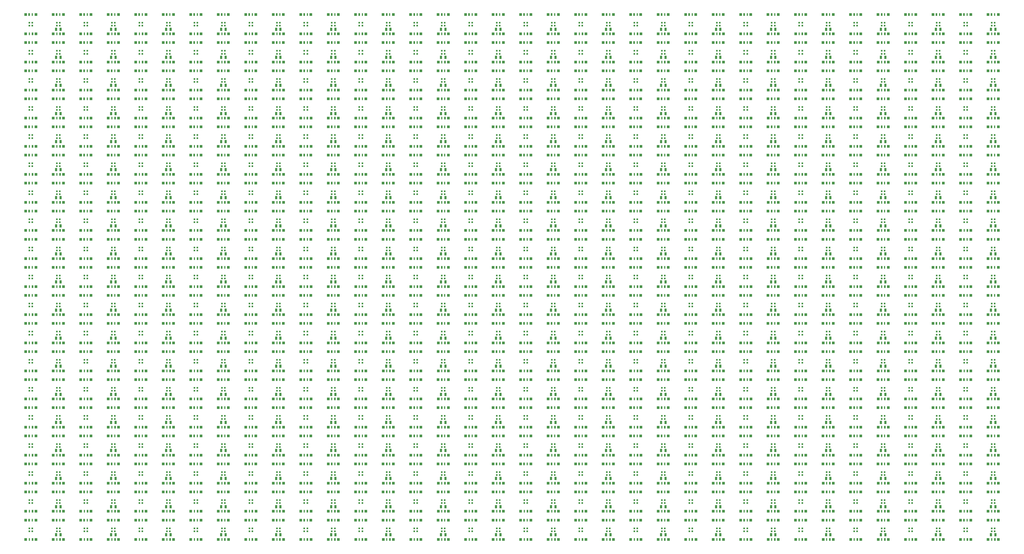
<source format=gbr>
G04 EAGLE Gerber RS-274X export*
G75*
%MOMM*%
%FSLAX34Y34*%
%LPD*%
%INSolderpaste Top*%
%IPPOS*%
%AMOC8*
5,1,8,0,0,1.08239X$1,22.5*%
G01*
%ADD10R,0.700000X1.000000*%
%ADD11R,0.550000X0.550000*%
%ADD12R,0.900000X0.900000*%
%ADD13R,0.400000X0.900000*%
%ADD14R,0.500000X0.900000*%
%ADD15R,0.850000X0.900000*%


D10*
X3198000Y114000D03*
X3212000Y114000D03*
D11*
X3200250Y134750D03*
X3209750Y134750D03*
X3209750Y125250D03*
X3200250Y125250D03*
D12*
X3221250Y161000D03*
D13*
X3209750Y161000D03*
D14*
X3199750Y161000D03*
D15*
X3188500Y161000D03*
D12*
X3188750Y99000D03*
D13*
X3200250Y99000D03*
D14*
X3210250Y99000D03*
D15*
X3221500Y99000D03*
D11*
X3112250Y134750D03*
X3121750Y134750D03*
X3121750Y125250D03*
X3112250Y125250D03*
D12*
X3133250Y161000D03*
D13*
X3121750Y161000D03*
D14*
X3111750Y161000D03*
D15*
X3100500Y161000D03*
D12*
X3100750Y99000D03*
D13*
X3112250Y99000D03*
D14*
X3122250Y99000D03*
D15*
X3133500Y99000D03*
D10*
X3022000Y114000D03*
X3036000Y114000D03*
D11*
X3024250Y134750D03*
X3033750Y134750D03*
X3033750Y125250D03*
X3024250Y125250D03*
D12*
X3045250Y161000D03*
D13*
X3033750Y161000D03*
D14*
X3023750Y161000D03*
D15*
X3012500Y161000D03*
D12*
X3012750Y99000D03*
D13*
X3024250Y99000D03*
D14*
X3034250Y99000D03*
D15*
X3045500Y99000D03*
D11*
X2936250Y134750D03*
X2945750Y134750D03*
X2945750Y125250D03*
X2936250Y125250D03*
D12*
X2957250Y161000D03*
D13*
X2945750Y161000D03*
D14*
X2935750Y161000D03*
D15*
X2924500Y161000D03*
D12*
X2924750Y99000D03*
D13*
X2936250Y99000D03*
D14*
X2946250Y99000D03*
D15*
X2957500Y99000D03*
D10*
X2846000Y114000D03*
X2860000Y114000D03*
D11*
X2848250Y134750D03*
X2857750Y134750D03*
X2857750Y125250D03*
X2848250Y125250D03*
D12*
X2869250Y161000D03*
D13*
X2857750Y161000D03*
D14*
X2847750Y161000D03*
D15*
X2836500Y161000D03*
D12*
X2836750Y99000D03*
D13*
X2848250Y99000D03*
D14*
X2858250Y99000D03*
D15*
X2869500Y99000D03*
D11*
X2760250Y134750D03*
X2769750Y134750D03*
X2769750Y125250D03*
X2760250Y125250D03*
D12*
X2781250Y161000D03*
D13*
X2769750Y161000D03*
D14*
X2759750Y161000D03*
D15*
X2748500Y161000D03*
D12*
X2748750Y99000D03*
D13*
X2760250Y99000D03*
D14*
X2770250Y99000D03*
D15*
X2781500Y99000D03*
D10*
X2670000Y114000D03*
X2684000Y114000D03*
D11*
X2672250Y134750D03*
X2681750Y134750D03*
X2681750Y125250D03*
X2672250Y125250D03*
D12*
X2693250Y161000D03*
D13*
X2681750Y161000D03*
D14*
X2671750Y161000D03*
D15*
X2660500Y161000D03*
D12*
X2660750Y99000D03*
D13*
X2672250Y99000D03*
D14*
X2682250Y99000D03*
D15*
X2693500Y99000D03*
D11*
X2584250Y134750D03*
X2593750Y134750D03*
X2593750Y125250D03*
X2584250Y125250D03*
D12*
X2605250Y161000D03*
D13*
X2593750Y161000D03*
D14*
X2583750Y161000D03*
D15*
X2572500Y161000D03*
D12*
X2572750Y99000D03*
D13*
X2584250Y99000D03*
D14*
X2594250Y99000D03*
D15*
X2605500Y99000D03*
D10*
X2494000Y114000D03*
X2508000Y114000D03*
D11*
X2496250Y134750D03*
X2505750Y134750D03*
X2505750Y125250D03*
X2496250Y125250D03*
D12*
X2517250Y161000D03*
D13*
X2505750Y161000D03*
D14*
X2495750Y161000D03*
D15*
X2484500Y161000D03*
D12*
X2484750Y99000D03*
D13*
X2496250Y99000D03*
D14*
X2506250Y99000D03*
D15*
X2517500Y99000D03*
D11*
X2408250Y134750D03*
X2417750Y134750D03*
X2417750Y125250D03*
X2408250Y125250D03*
D12*
X2429250Y161000D03*
D13*
X2417750Y161000D03*
D14*
X2407750Y161000D03*
D15*
X2396500Y161000D03*
D12*
X2396750Y99000D03*
D13*
X2408250Y99000D03*
D14*
X2418250Y99000D03*
D15*
X2429500Y99000D03*
D10*
X2318000Y114000D03*
X2332000Y114000D03*
D11*
X2320250Y134750D03*
X2329750Y134750D03*
X2329750Y125250D03*
X2320250Y125250D03*
D12*
X2341250Y161000D03*
D13*
X2329750Y161000D03*
D14*
X2319750Y161000D03*
D15*
X2308500Y161000D03*
D12*
X2308750Y99000D03*
D13*
X2320250Y99000D03*
D14*
X2330250Y99000D03*
D15*
X2341500Y99000D03*
D11*
X2232250Y134750D03*
X2241750Y134750D03*
X2241750Y125250D03*
X2232250Y125250D03*
D12*
X2253250Y161000D03*
D13*
X2241750Y161000D03*
D14*
X2231750Y161000D03*
D15*
X2220500Y161000D03*
D12*
X2220750Y99000D03*
D13*
X2232250Y99000D03*
D14*
X2242250Y99000D03*
D15*
X2253500Y99000D03*
D10*
X2142000Y114000D03*
X2156000Y114000D03*
D11*
X2144250Y134750D03*
X2153750Y134750D03*
X2153750Y125250D03*
X2144250Y125250D03*
D12*
X2165250Y161000D03*
D13*
X2153750Y161000D03*
D14*
X2143750Y161000D03*
D15*
X2132500Y161000D03*
D12*
X2132750Y99000D03*
D13*
X2144250Y99000D03*
D14*
X2154250Y99000D03*
D15*
X2165500Y99000D03*
D11*
X2056250Y134750D03*
X2065750Y134750D03*
X2065750Y125250D03*
X2056250Y125250D03*
D12*
X2077250Y161000D03*
D13*
X2065750Y161000D03*
D14*
X2055750Y161000D03*
D15*
X2044500Y161000D03*
D12*
X2044750Y99000D03*
D13*
X2056250Y99000D03*
D14*
X2066250Y99000D03*
D15*
X2077500Y99000D03*
D10*
X1966000Y114000D03*
X1980000Y114000D03*
D11*
X1968250Y134750D03*
X1977750Y134750D03*
X1977750Y125250D03*
X1968250Y125250D03*
D12*
X1989250Y161000D03*
D13*
X1977750Y161000D03*
D14*
X1967750Y161000D03*
D15*
X1956500Y161000D03*
D12*
X1956750Y99000D03*
D13*
X1968250Y99000D03*
D14*
X1978250Y99000D03*
D15*
X1989500Y99000D03*
D11*
X1880250Y134750D03*
X1889750Y134750D03*
X1889750Y125250D03*
X1880250Y125250D03*
D12*
X1901250Y161000D03*
D13*
X1889750Y161000D03*
D14*
X1879750Y161000D03*
D15*
X1868500Y161000D03*
D12*
X1868750Y99000D03*
D13*
X1880250Y99000D03*
D14*
X1890250Y99000D03*
D15*
X1901500Y99000D03*
D10*
X1790000Y114000D03*
X1804000Y114000D03*
D11*
X1792250Y134750D03*
X1801750Y134750D03*
X1801750Y125250D03*
X1792250Y125250D03*
D12*
X1813250Y161000D03*
D13*
X1801750Y161000D03*
D14*
X1791750Y161000D03*
D15*
X1780500Y161000D03*
D12*
X1780750Y99000D03*
D13*
X1792250Y99000D03*
D14*
X1802250Y99000D03*
D15*
X1813500Y99000D03*
D11*
X1704250Y134750D03*
X1713750Y134750D03*
X1713750Y125250D03*
X1704250Y125250D03*
D12*
X1725250Y161000D03*
D13*
X1713750Y161000D03*
D14*
X1703750Y161000D03*
D15*
X1692500Y161000D03*
D12*
X1692750Y99000D03*
D13*
X1704250Y99000D03*
D14*
X1714250Y99000D03*
D15*
X1725500Y99000D03*
D10*
X1614000Y114000D03*
X1628000Y114000D03*
D11*
X1616250Y134750D03*
X1625750Y134750D03*
X1625750Y125250D03*
X1616250Y125250D03*
D12*
X1637250Y161000D03*
D13*
X1625750Y161000D03*
D14*
X1615750Y161000D03*
D15*
X1604500Y161000D03*
D12*
X1604750Y99000D03*
D13*
X1616250Y99000D03*
D14*
X1626250Y99000D03*
D15*
X1637500Y99000D03*
D11*
X1528250Y134750D03*
X1537750Y134750D03*
X1537750Y125250D03*
X1528250Y125250D03*
D12*
X1549250Y161000D03*
D13*
X1537750Y161000D03*
D14*
X1527750Y161000D03*
D15*
X1516500Y161000D03*
D12*
X1516750Y99000D03*
D13*
X1528250Y99000D03*
D14*
X1538250Y99000D03*
D15*
X1549500Y99000D03*
D10*
X1438000Y114000D03*
X1452000Y114000D03*
D11*
X1440250Y134750D03*
X1449750Y134750D03*
X1449750Y125250D03*
X1440250Y125250D03*
D12*
X1461250Y161000D03*
D13*
X1449750Y161000D03*
D14*
X1439750Y161000D03*
D15*
X1428500Y161000D03*
D12*
X1428750Y99000D03*
D13*
X1440250Y99000D03*
D14*
X1450250Y99000D03*
D15*
X1461500Y99000D03*
D11*
X1352250Y134750D03*
X1361750Y134750D03*
X1361750Y125250D03*
X1352250Y125250D03*
D12*
X1373250Y161000D03*
D13*
X1361750Y161000D03*
D14*
X1351750Y161000D03*
D15*
X1340500Y161000D03*
D12*
X1340750Y99000D03*
D13*
X1352250Y99000D03*
D14*
X1362250Y99000D03*
D15*
X1373500Y99000D03*
D10*
X1262000Y114000D03*
X1276000Y114000D03*
D11*
X1264250Y134750D03*
X1273750Y134750D03*
X1273750Y125250D03*
X1264250Y125250D03*
D12*
X1285250Y161000D03*
D13*
X1273750Y161000D03*
D14*
X1263750Y161000D03*
D15*
X1252500Y161000D03*
D12*
X1252750Y99000D03*
D13*
X1264250Y99000D03*
D14*
X1274250Y99000D03*
D15*
X1285500Y99000D03*
D11*
X1176250Y134750D03*
X1185750Y134750D03*
X1185750Y125250D03*
X1176250Y125250D03*
D12*
X1197250Y161000D03*
D13*
X1185750Y161000D03*
D14*
X1175750Y161000D03*
D15*
X1164500Y161000D03*
D12*
X1164750Y99000D03*
D13*
X1176250Y99000D03*
D14*
X1186250Y99000D03*
D15*
X1197500Y99000D03*
D10*
X1086000Y114000D03*
X1100000Y114000D03*
D11*
X1088250Y134750D03*
X1097750Y134750D03*
X1097750Y125250D03*
X1088250Y125250D03*
D12*
X1109250Y161000D03*
D13*
X1097750Y161000D03*
D14*
X1087750Y161000D03*
D15*
X1076500Y161000D03*
D12*
X1076750Y99000D03*
D13*
X1088250Y99000D03*
D14*
X1098250Y99000D03*
D15*
X1109500Y99000D03*
D11*
X1000250Y134750D03*
X1009750Y134750D03*
X1009750Y125250D03*
X1000250Y125250D03*
D12*
X1021250Y161000D03*
D13*
X1009750Y161000D03*
D14*
X999750Y161000D03*
D15*
X988500Y161000D03*
D12*
X988750Y99000D03*
D13*
X1000250Y99000D03*
D14*
X1010250Y99000D03*
D15*
X1021500Y99000D03*
D10*
X910000Y114000D03*
X924000Y114000D03*
D11*
X912250Y134750D03*
X921750Y134750D03*
X921750Y125250D03*
X912250Y125250D03*
D12*
X933250Y161000D03*
D13*
X921750Y161000D03*
D14*
X911750Y161000D03*
D15*
X900500Y161000D03*
D12*
X900750Y99000D03*
D13*
X912250Y99000D03*
D14*
X922250Y99000D03*
D15*
X933500Y99000D03*
D11*
X824250Y134750D03*
X833750Y134750D03*
X833750Y125250D03*
X824250Y125250D03*
D12*
X845250Y161000D03*
D13*
X833750Y161000D03*
D14*
X823750Y161000D03*
D15*
X812500Y161000D03*
D12*
X812750Y99000D03*
D13*
X824250Y99000D03*
D14*
X834250Y99000D03*
D15*
X845500Y99000D03*
D10*
X734000Y114000D03*
X748000Y114000D03*
D11*
X736250Y134750D03*
X745750Y134750D03*
X745750Y125250D03*
X736250Y125250D03*
D12*
X757250Y161000D03*
D13*
X745750Y161000D03*
D14*
X735750Y161000D03*
D15*
X724500Y161000D03*
D12*
X724750Y99000D03*
D13*
X736250Y99000D03*
D14*
X746250Y99000D03*
D15*
X757500Y99000D03*
D11*
X648250Y134750D03*
X657750Y134750D03*
X657750Y125250D03*
X648250Y125250D03*
D12*
X669250Y161000D03*
D13*
X657750Y161000D03*
D14*
X647750Y161000D03*
D15*
X636500Y161000D03*
D12*
X636750Y99000D03*
D13*
X648250Y99000D03*
D14*
X658250Y99000D03*
D15*
X669500Y99000D03*
D10*
X558000Y114000D03*
X572000Y114000D03*
D11*
X560250Y134750D03*
X569750Y134750D03*
X569750Y125250D03*
X560250Y125250D03*
D12*
X581250Y161000D03*
D13*
X569750Y161000D03*
D14*
X559750Y161000D03*
D15*
X548500Y161000D03*
D12*
X548750Y99000D03*
D13*
X560250Y99000D03*
D14*
X570250Y99000D03*
D15*
X581500Y99000D03*
D11*
X472250Y134750D03*
X481750Y134750D03*
X481750Y125250D03*
X472250Y125250D03*
D12*
X493250Y161000D03*
D13*
X481750Y161000D03*
D14*
X471750Y161000D03*
D15*
X460500Y161000D03*
D12*
X460750Y99000D03*
D13*
X472250Y99000D03*
D14*
X482250Y99000D03*
D15*
X493500Y99000D03*
D10*
X382000Y114000D03*
X396000Y114000D03*
D11*
X384250Y134750D03*
X393750Y134750D03*
X393750Y125250D03*
X384250Y125250D03*
D12*
X405250Y161000D03*
D13*
X393750Y161000D03*
D14*
X383750Y161000D03*
D15*
X372500Y161000D03*
D12*
X372750Y99000D03*
D13*
X384250Y99000D03*
D14*
X394250Y99000D03*
D15*
X405500Y99000D03*
D11*
X296250Y134750D03*
X305750Y134750D03*
X305750Y125250D03*
X296250Y125250D03*
D12*
X317250Y161000D03*
D13*
X305750Y161000D03*
D14*
X295750Y161000D03*
D15*
X284500Y161000D03*
D12*
X284750Y99000D03*
D13*
X296250Y99000D03*
D14*
X306250Y99000D03*
D15*
X317500Y99000D03*
D10*
X206000Y114000D03*
X220000Y114000D03*
D11*
X208250Y134750D03*
X217750Y134750D03*
X217750Y125250D03*
X208250Y125250D03*
D12*
X229250Y161000D03*
D13*
X217750Y161000D03*
D14*
X207750Y161000D03*
D15*
X196500Y161000D03*
D12*
X196750Y99000D03*
D13*
X208250Y99000D03*
D14*
X218250Y99000D03*
D15*
X229500Y99000D03*
D11*
X120250Y134750D03*
X129750Y134750D03*
X129750Y125250D03*
X120250Y125250D03*
D12*
X141250Y161000D03*
D13*
X129750Y161000D03*
D14*
X119750Y161000D03*
D15*
X108500Y161000D03*
D12*
X108750Y99000D03*
D13*
X120250Y99000D03*
D14*
X130250Y99000D03*
D15*
X141500Y99000D03*
D10*
X3198000Y204000D03*
X3212000Y204000D03*
D11*
X3200250Y224750D03*
X3209750Y224750D03*
X3209750Y215250D03*
X3200250Y215250D03*
D12*
X3221250Y251000D03*
D13*
X3209750Y251000D03*
D14*
X3199750Y251000D03*
D15*
X3188500Y251000D03*
D12*
X3188750Y189000D03*
D13*
X3200250Y189000D03*
D14*
X3210250Y189000D03*
D15*
X3221500Y189000D03*
D11*
X3112250Y224750D03*
X3121750Y224750D03*
X3121750Y215250D03*
X3112250Y215250D03*
D12*
X3133250Y251000D03*
D13*
X3121750Y251000D03*
D14*
X3111750Y251000D03*
D15*
X3100500Y251000D03*
D12*
X3100750Y189000D03*
D13*
X3112250Y189000D03*
D14*
X3122250Y189000D03*
D15*
X3133500Y189000D03*
D10*
X3022000Y204000D03*
X3036000Y204000D03*
D11*
X3024250Y224750D03*
X3033750Y224750D03*
X3033750Y215250D03*
X3024250Y215250D03*
D12*
X3045250Y251000D03*
D13*
X3033750Y251000D03*
D14*
X3023750Y251000D03*
D15*
X3012500Y251000D03*
D12*
X3012750Y189000D03*
D13*
X3024250Y189000D03*
D14*
X3034250Y189000D03*
D15*
X3045500Y189000D03*
D11*
X2936250Y224750D03*
X2945750Y224750D03*
X2945750Y215250D03*
X2936250Y215250D03*
D12*
X2957250Y251000D03*
D13*
X2945750Y251000D03*
D14*
X2935750Y251000D03*
D15*
X2924500Y251000D03*
D12*
X2924750Y189000D03*
D13*
X2936250Y189000D03*
D14*
X2946250Y189000D03*
D15*
X2957500Y189000D03*
D10*
X2846000Y204000D03*
X2860000Y204000D03*
D11*
X2848250Y224750D03*
X2857750Y224750D03*
X2857750Y215250D03*
X2848250Y215250D03*
D12*
X2869250Y251000D03*
D13*
X2857750Y251000D03*
D14*
X2847750Y251000D03*
D15*
X2836500Y251000D03*
D12*
X2836750Y189000D03*
D13*
X2848250Y189000D03*
D14*
X2858250Y189000D03*
D15*
X2869500Y189000D03*
D11*
X2760250Y224750D03*
X2769750Y224750D03*
X2769750Y215250D03*
X2760250Y215250D03*
D12*
X2781250Y251000D03*
D13*
X2769750Y251000D03*
D14*
X2759750Y251000D03*
D15*
X2748500Y251000D03*
D12*
X2748750Y189000D03*
D13*
X2760250Y189000D03*
D14*
X2770250Y189000D03*
D15*
X2781500Y189000D03*
D10*
X2670000Y204000D03*
X2684000Y204000D03*
D11*
X2672250Y224750D03*
X2681750Y224750D03*
X2681750Y215250D03*
X2672250Y215250D03*
D12*
X2693250Y251000D03*
D13*
X2681750Y251000D03*
D14*
X2671750Y251000D03*
D15*
X2660500Y251000D03*
D12*
X2660750Y189000D03*
D13*
X2672250Y189000D03*
D14*
X2682250Y189000D03*
D15*
X2693500Y189000D03*
D11*
X2584250Y224750D03*
X2593750Y224750D03*
X2593750Y215250D03*
X2584250Y215250D03*
D12*
X2605250Y251000D03*
D13*
X2593750Y251000D03*
D14*
X2583750Y251000D03*
D15*
X2572500Y251000D03*
D12*
X2572750Y189000D03*
D13*
X2584250Y189000D03*
D14*
X2594250Y189000D03*
D15*
X2605500Y189000D03*
D10*
X2494000Y204000D03*
X2508000Y204000D03*
D11*
X2496250Y224750D03*
X2505750Y224750D03*
X2505750Y215250D03*
X2496250Y215250D03*
D12*
X2517250Y251000D03*
D13*
X2505750Y251000D03*
D14*
X2495750Y251000D03*
D15*
X2484500Y251000D03*
D12*
X2484750Y189000D03*
D13*
X2496250Y189000D03*
D14*
X2506250Y189000D03*
D15*
X2517500Y189000D03*
D11*
X2408250Y224750D03*
X2417750Y224750D03*
X2417750Y215250D03*
X2408250Y215250D03*
D12*
X2429250Y251000D03*
D13*
X2417750Y251000D03*
D14*
X2407750Y251000D03*
D15*
X2396500Y251000D03*
D12*
X2396750Y189000D03*
D13*
X2408250Y189000D03*
D14*
X2418250Y189000D03*
D15*
X2429500Y189000D03*
D10*
X2318000Y204000D03*
X2332000Y204000D03*
D11*
X2320250Y224750D03*
X2329750Y224750D03*
X2329750Y215250D03*
X2320250Y215250D03*
D12*
X2341250Y251000D03*
D13*
X2329750Y251000D03*
D14*
X2319750Y251000D03*
D15*
X2308500Y251000D03*
D12*
X2308750Y189000D03*
D13*
X2320250Y189000D03*
D14*
X2330250Y189000D03*
D15*
X2341500Y189000D03*
D11*
X2232250Y224750D03*
X2241750Y224750D03*
X2241750Y215250D03*
X2232250Y215250D03*
D12*
X2253250Y251000D03*
D13*
X2241750Y251000D03*
D14*
X2231750Y251000D03*
D15*
X2220500Y251000D03*
D12*
X2220750Y189000D03*
D13*
X2232250Y189000D03*
D14*
X2242250Y189000D03*
D15*
X2253500Y189000D03*
D10*
X2142000Y204000D03*
X2156000Y204000D03*
D11*
X2144250Y224750D03*
X2153750Y224750D03*
X2153750Y215250D03*
X2144250Y215250D03*
D12*
X2165250Y251000D03*
D13*
X2153750Y251000D03*
D14*
X2143750Y251000D03*
D15*
X2132500Y251000D03*
D12*
X2132750Y189000D03*
D13*
X2144250Y189000D03*
D14*
X2154250Y189000D03*
D15*
X2165500Y189000D03*
D11*
X2056250Y224750D03*
X2065750Y224750D03*
X2065750Y215250D03*
X2056250Y215250D03*
D12*
X2077250Y251000D03*
D13*
X2065750Y251000D03*
D14*
X2055750Y251000D03*
D15*
X2044500Y251000D03*
D12*
X2044750Y189000D03*
D13*
X2056250Y189000D03*
D14*
X2066250Y189000D03*
D15*
X2077500Y189000D03*
D10*
X1966000Y204000D03*
X1980000Y204000D03*
D11*
X1968250Y224750D03*
X1977750Y224750D03*
X1977750Y215250D03*
X1968250Y215250D03*
D12*
X1989250Y251000D03*
D13*
X1977750Y251000D03*
D14*
X1967750Y251000D03*
D15*
X1956500Y251000D03*
D12*
X1956750Y189000D03*
D13*
X1968250Y189000D03*
D14*
X1978250Y189000D03*
D15*
X1989500Y189000D03*
D11*
X1880250Y224750D03*
X1889750Y224750D03*
X1889750Y215250D03*
X1880250Y215250D03*
D12*
X1901250Y251000D03*
D13*
X1889750Y251000D03*
D14*
X1879750Y251000D03*
D15*
X1868500Y251000D03*
D12*
X1868750Y189000D03*
D13*
X1880250Y189000D03*
D14*
X1890250Y189000D03*
D15*
X1901500Y189000D03*
D10*
X1790000Y204000D03*
X1804000Y204000D03*
D11*
X1792250Y224750D03*
X1801750Y224750D03*
X1801750Y215250D03*
X1792250Y215250D03*
D12*
X1813250Y251000D03*
D13*
X1801750Y251000D03*
D14*
X1791750Y251000D03*
D15*
X1780500Y251000D03*
D12*
X1780750Y189000D03*
D13*
X1792250Y189000D03*
D14*
X1802250Y189000D03*
D15*
X1813500Y189000D03*
D11*
X1704250Y224750D03*
X1713750Y224750D03*
X1713750Y215250D03*
X1704250Y215250D03*
D12*
X1725250Y251000D03*
D13*
X1713750Y251000D03*
D14*
X1703750Y251000D03*
D15*
X1692500Y251000D03*
D12*
X1692750Y189000D03*
D13*
X1704250Y189000D03*
D14*
X1714250Y189000D03*
D15*
X1725500Y189000D03*
D10*
X1614000Y204000D03*
X1628000Y204000D03*
D11*
X1616250Y224750D03*
X1625750Y224750D03*
X1625750Y215250D03*
X1616250Y215250D03*
D12*
X1637250Y251000D03*
D13*
X1625750Y251000D03*
D14*
X1615750Y251000D03*
D15*
X1604500Y251000D03*
D12*
X1604750Y189000D03*
D13*
X1616250Y189000D03*
D14*
X1626250Y189000D03*
D15*
X1637500Y189000D03*
D11*
X1528250Y224750D03*
X1537750Y224750D03*
X1537750Y215250D03*
X1528250Y215250D03*
D12*
X1549250Y251000D03*
D13*
X1537750Y251000D03*
D14*
X1527750Y251000D03*
D15*
X1516500Y251000D03*
D12*
X1516750Y189000D03*
D13*
X1528250Y189000D03*
D14*
X1538250Y189000D03*
D15*
X1549500Y189000D03*
D10*
X1438000Y204000D03*
X1452000Y204000D03*
D11*
X1440250Y224750D03*
X1449750Y224750D03*
X1449750Y215250D03*
X1440250Y215250D03*
D12*
X1461250Y251000D03*
D13*
X1449750Y251000D03*
D14*
X1439750Y251000D03*
D15*
X1428500Y251000D03*
D12*
X1428750Y189000D03*
D13*
X1440250Y189000D03*
D14*
X1450250Y189000D03*
D15*
X1461500Y189000D03*
D11*
X1352250Y224750D03*
X1361750Y224750D03*
X1361750Y215250D03*
X1352250Y215250D03*
D12*
X1373250Y251000D03*
D13*
X1361750Y251000D03*
D14*
X1351750Y251000D03*
D15*
X1340500Y251000D03*
D12*
X1340750Y189000D03*
D13*
X1352250Y189000D03*
D14*
X1362250Y189000D03*
D15*
X1373500Y189000D03*
D10*
X1262000Y204000D03*
X1276000Y204000D03*
D11*
X1264250Y224750D03*
X1273750Y224750D03*
X1273750Y215250D03*
X1264250Y215250D03*
D12*
X1285250Y251000D03*
D13*
X1273750Y251000D03*
D14*
X1263750Y251000D03*
D15*
X1252500Y251000D03*
D12*
X1252750Y189000D03*
D13*
X1264250Y189000D03*
D14*
X1274250Y189000D03*
D15*
X1285500Y189000D03*
D11*
X1176250Y224750D03*
X1185750Y224750D03*
X1185750Y215250D03*
X1176250Y215250D03*
D12*
X1197250Y251000D03*
D13*
X1185750Y251000D03*
D14*
X1175750Y251000D03*
D15*
X1164500Y251000D03*
D12*
X1164750Y189000D03*
D13*
X1176250Y189000D03*
D14*
X1186250Y189000D03*
D15*
X1197500Y189000D03*
D10*
X1086000Y204000D03*
X1100000Y204000D03*
D11*
X1088250Y224750D03*
X1097750Y224750D03*
X1097750Y215250D03*
X1088250Y215250D03*
D12*
X1109250Y251000D03*
D13*
X1097750Y251000D03*
D14*
X1087750Y251000D03*
D15*
X1076500Y251000D03*
D12*
X1076750Y189000D03*
D13*
X1088250Y189000D03*
D14*
X1098250Y189000D03*
D15*
X1109500Y189000D03*
D11*
X1000250Y224750D03*
X1009750Y224750D03*
X1009750Y215250D03*
X1000250Y215250D03*
D12*
X1021250Y251000D03*
D13*
X1009750Y251000D03*
D14*
X999750Y251000D03*
D15*
X988500Y251000D03*
D12*
X988750Y189000D03*
D13*
X1000250Y189000D03*
D14*
X1010250Y189000D03*
D15*
X1021500Y189000D03*
D10*
X910000Y204000D03*
X924000Y204000D03*
D11*
X912250Y224750D03*
X921750Y224750D03*
X921750Y215250D03*
X912250Y215250D03*
D12*
X933250Y251000D03*
D13*
X921750Y251000D03*
D14*
X911750Y251000D03*
D15*
X900500Y251000D03*
D12*
X900750Y189000D03*
D13*
X912250Y189000D03*
D14*
X922250Y189000D03*
D15*
X933500Y189000D03*
D11*
X824250Y224750D03*
X833750Y224750D03*
X833750Y215250D03*
X824250Y215250D03*
D12*
X845250Y251000D03*
D13*
X833750Y251000D03*
D14*
X823750Y251000D03*
D15*
X812500Y251000D03*
D12*
X812750Y189000D03*
D13*
X824250Y189000D03*
D14*
X834250Y189000D03*
D15*
X845500Y189000D03*
D10*
X734000Y204000D03*
X748000Y204000D03*
D11*
X736250Y224750D03*
X745750Y224750D03*
X745750Y215250D03*
X736250Y215250D03*
D12*
X757250Y251000D03*
D13*
X745750Y251000D03*
D14*
X735750Y251000D03*
D15*
X724500Y251000D03*
D12*
X724750Y189000D03*
D13*
X736250Y189000D03*
D14*
X746250Y189000D03*
D15*
X757500Y189000D03*
D11*
X648250Y224750D03*
X657750Y224750D03*
X657750Y215250D03*
X648250Y215250D03*
D12*
X669250Y251000D03*
D13*
X657750Y251000D03*
D14*
X647750Y251000D03*
D15*
X636500Y251000D03*
D12*
X636750Y189000D03*
D13*
X648250Y189000D03*
D14*
X658250Y189000D03*
D15*
X669500Y189000D03*
D10*
X558000Y204000D03*
X572000Y204000D03*
D11*
X560250Y224750D03*
X569750Y224750D03*
X569750Y215250D03*
X560250Y215250D03*
D12*
X581250Y251000D03*
D13*
X569750Y251000D03*
D14*
X559750Y251000D03*
D15*
X548500Y251000D03*
D12*
X548750Y189000D03*
D13*
X560250Y189000D03*
D14*
X570250Y189000D03*
D15*
X581500Y189000D03*
D11*
X472250Y224750D03*
X481750Y224750D03*
X481750Y215250D03*
X472250Y215250D03*
D12*
X493250Y251000D03*
D13*
X481750Y251000D03*
D14*
X471750Y251000D03*
D15*
X460500Y251000D03*
D12*
X460750Y189000D03*
D13*
X472250Y189000D03*
D14*
X482250Y189000D03*
D15*
X493500Y189000D03*
D10*
X382000Y204000D03*
X396000Y204000D03*
D11*
X384250Y224750D03*
X393750Y224750D03*
X393750Y215250D03*
X384250Y215250D03*
D12*
X405250Y251000D03*
D13*
X393750Y251000D03*
D14*
X383750Y251000D03*
D15*
X372500Y251000D03*
D12*
X372750Y189000D03*
D13*
X384250Y189000D03*
D14*
X394250Y189000D03*
D15*
X405500Y189000D03*
D11*
X296250Y224750D03*
X305750Y224750D03*
X305750Y215250D03*
X296250Y215250D03*
D12*
X317250Y251000D03*
D13*
X305750Y251000D03*
D14*
X295750Y251000D03*
D15*
X284500Y251000D03*
D12*
X284750Y189000D03*
D13*
X296250Y189000D03*
D14*
X306250Y189000D03*
D15*
X317500Y189000D03*
D10*
X206000Y204000D03*
X220000Y204000D03*
D11*
X208250Y224750D03*
X217750Y224750D03*
X217750Y215250D03*
X208250Y215250D03*
D12*
X229250Y251000D03*
D13*
X217750Y251000D03*
D14*
X207750Y251000D03*
D15*
X196500Y251000D03*
D12*
X196750Y189000D03*
D13*
X208250Y189000D03*
D14*
X218250Y189000D03*
D15*
X229500Y189000D03*
D11*
X120250Y224750D03*
X129750Y224750D03*
X129750Y215250D03*
X120250Y215250D03*
D12*
X141250Y251000D03*
D13*
X129750Y251000D03*
D14*
X119750Y251000D03*
D15*
X108500Y251000D03*
D12*
X108750Y189000D03*
D13*
X120250Y189000D03*
D14*
X130250Y189000D03*
D15*
X141500Y189000D03*
D10*
X3198000Y294000D03*
X3212000Y294000D03*
D11*
X3200250Y314750D03*
X3209750Y314750D03*
X3209750Y305250D03*
X3200250Y305250D03*
D12*
X3221250Y341000D03*
D13*
X3209750Y341000D03*
D14*
X3199750Y341000D03*
D15*
X3188500Y341000D03*
D12*
X3188750Y279000D03*
D13*
X3200250Y279000D03*
D14*
X3210250Y279000D03*
D15*
X3221500Y279000D03*
D11*
X3112250Y314750D03*
X3121750Y314750D03*
X3121750Y305250D03*
X3112250Y305250D03*
D12*
X3133250Y341000D03*
D13*
X3121750Y341000D03*
D14*
X3111750Y341000D03*
D15*
X3100500Y341000D03*
D12*
X3100750Y279000D03*
D13*
X3112250Y279000D03*
D14*
X3122250Y279000D03*
D15*
X3133500Y279000D03*
D10*
X3022000Y294000D03*
X3036000Y294000D03*
D11*
X3024250Y314750D03*
X3033750Y314750D03*
X3033750Y305250D03*
X3024250Y305250D03*
D12*
X3045250Y341000D03*
D13*
X3033750Y341000D03*
D14*
X3023750Y341000D03*
D15*
X3012500Y341000D03*
D12*
X3012750Y279000D03*
D13*
X3024250Y279000D03*
D14*
X3034250Y279000D03*
D15*
X3045500Y279000D03*
D11*
X2936250Y314750D03*
X2945750Y314750D03*
X2945750Y305250D03*
X2936250Y305250D03*
D12*
X2957250Y341000D03*
D13*
X2945750Y341000D03*
D14*
X2935750Y341000D03*
D15*
X2924500Y341000D03*
D12*
X2924750Y279000D03*
D13*
X2936250Y279000D03*
D14*
X2946250Y279000D03*
D15*
X2957500Y279000D03*
D10*
X2846000Y294000D03*
X2860000Y294000D03*
D11*
X2848250Y314750D03*
X2857750Y314750D03*
X2857750Y305250D03*
X2848250Y305250D03*
D12*
X2869250Y341000D03*
D13*
X2857750Y341000D03*
D14*
X2847750Y341000D03*
D15*
X2836500Y341000D03*
D12*
X2836750Y279000D03*
D13*
X2848250Y279000D03*
D14*
X2858250Y279000D03*
D15*
X2869500Y279000D03*
D11*
X2760250Y314750D03*
X2769750Y314750D03*
X2769750Y305250D03*
X2760250Y305250D03*
D12*
X2781250Y341000D03*
D13*
X2769750Y341000D03*
D14*
X2759750Y341000D03*
D15*
X2748500Y341000D03*
D12*
X2748750Y279000D03*
D13*
X2760250Y279000D03*
D14*
X2770250Y279000D03*
D15*
X2781500Y279000D03*
D10*
X2670000Y294000D03*
X2684000Y294000D03*
D11*
X2672250Y314750D03*
X2681750Y314750D03*
X2681750Y305250D03*
X2672250Y305250D03*
D12*
X2693250Y341000D03*
D13*
X2681750Y341000D03*
D14*
X2671750Y341000D03*
D15*
X2660500Y341000D03*
D12*
X2660750Y279000D03*
D13*
X2672250Y279000D03*
D14*
X2682250Y279000D03*
D15*
X2693500Y279000D03*
D11*
X2584250Y314750D03*
X2593750Y314750D03*
X2593750Y305250D03*
X2584250Y305250D03*
D12*
X2605250Y341000D03*
D13*
X2593750Y341000D03*
D14*
X2583750Y341000D03*
D15*
X2572500Y341000D03*
D12*
X2572750Y279000D03*
D13*
X2584250Y279000D03*
D14*
X2594250Y279000D03*
D15*
X2605500Y279000D03*
D10*
X2494000Y294000D03*
X2508000Y294000D03*
D11*
X2496250Y314750D03*
X2505750Y314750D03*
X2505750Y305250D03*
X2496250Y305250D03*
D12*
X2517250Y341000D03*
D13*
X2505750Y341000D03*
D14*
X2495750Y341000D03*
D15*
X2484500Y341000D03*
D12*
X2484750Y279000D03*
D13*
X2496250Y279000D03*
D14*
X2506250Y279000D03*
D15*
X2517500Y279000D03*
D11*
X2408250Y314750D03*
X2417750Y314750D03*
X2417750Y305250D03*
X2408250Y305250D03*
D12*
X2429250Y341000D03*
D13*
X2417750Y341000D03*
D14*
X2407750Y341000D03*
D15*
X2396500Y341000D03*
D12*
X2396750Y279000D03*
D13*
X2408250Y279000D03*
D14*
X2418250Y279000D03*
D15*
X2429500Y279000D03*
D10*
X2318000Y294000D03*
X2332000Y294000D03*
D11*
X2320250Y314750D03*
X2329750Y314750D03*
X2329750Y305250D03*
X2320250Y305250D03*
D12*
X2341250Y341000D03*
D13*
X2329750Y341000D03*
D14*
X2319750Y341000D03*
D15*
X2308500Y341000D03*
D12*
X2308750Y279000D03*
D13*
X2320250Y279000D03*
D14*
X2330250Y279000D03*
D15*
X2341500Y279000D03*
D11*
X2232250Y314750D03*
X2241750Y314750D03*
X2241750Y305250D03*
X2232250Y305250D03*
D12*
X2253250Y341000D03*
D13*
X2241750Y341000D03*
D14*
X2231750Y341000D03*
D15*
X2220500Y341000D03*
D12*
X2220750Y279000D03*
D13*
X2232250Y279000D03*
D14*
X2242250Y279000D03*
D15*
X2253500Y279000D03*
D10*
X2142000Y294000D03*
X2156000Y294000D03*
D11*
X2144250Y314750D03*
X2153750Y314750D03*
X2153750Y305250D03*
X2144250Y305250D03*
D12*
X2165250Y341000D03*
D13*
X2153750Y341000D03*
D14*
X2143750Y341000D03*
D15*
X2132500Y341000D03*
D12*
X2132750Y279000D03*
D13*
X2144250Y279000D03*
D14*
X2154250Y279000D03*
D15*
X2165500Y279000D03*
D11*
X2056250Y314750D03*
X2065750Y314750D03*
X2065750Y305250D03*
X2056250Y305250D03*
D12*
X2077250Y341000D03*
D13*
X2065750Y341000D03*
D14*
X2055750Y341000D03*
D15*
X2044500Y341000D03*
D12*
X2044750Y279000D03*
D13*
X2056250Y279000D03*
D14*
X2066250Y279000D03*
D15*
X2077500Y279000D03*
D10*
X1966000Y294000D03*
X1980000Y294000D03*
D11*
X1968250Y314750D03*
X1977750Y314750D03*
X1977750Y305250D03*
X1968250Y305250D03*
D12*
X1989250Y341000D03*
D13*
X1977750Y341000D03*
D14*
X1967750Y341000D03*
D15*
X1956500Y341000D03*
D12*
X1956750Y279000D03*
D13*
X1968250Y279000D03*
D14*
X1978250Y279000D03*
D15*
X1989500Y279000D03*
D11*
X1880250Y314750D03*
X1889750Y314750D03*
X1889750Y305250D03*
X1880250Y305250D03*
D12*
X1901250Y341000D03*
D13*
X1889750Y341000D03*
D14*
X1879750Y341000D03*
D15*
X1868500Y341000D03*
D12*
X1868750Y279000D03*
D13*
X1880250Y279000D03*
D14*
X1890250Y279000D03*
D15*
X1901500Y279000D03*
D10*
X1790000Y294000D03*
X1804000Y294000D03*
D11*
X1792250Y314750D03*
X1801750Y314750D03*
X1801750Y305250D03*
X1792250Y305250D03*
D12*
X1813250Y341000D03*
D13*
X1801750Y341000D03*
D14*
X1791750Y341000D03*
D15*
X1780500Y341000D03*
D12*
X1780750Y279000D03*
D13*
X1792250Y279000D03*
D14*
X1802250Y279000D03*
D15*
X1813500Y279000D03*
D11*
X1704250Y314750D03*
X1713750Y314750D03*
X1713750Y305250D03*
X1704250Y305250D03*
D12*
X1725250Y341000D03*
D13*
X1713750Y341000D03*
D14*
X1703750Y341000D03*
D15*
X1692500Y341000D03*
D12*
X1692750Y279000D03*
D13*
X1704250Y279000D03*
D14*
X1714250Y279000D03*
D15*
X1725500Y279000D03*
D10*
X1614000Y294000D03*
X1628000Y294000D03*
D11*
X1616250Y314750D03*
X1625750Y314750D03*
X1625750Y305250D03*
X1616250Y305250D03*
D12*
X1637250Y341000D03*
D13*
X1625750Y341000D03*
D14*
X1615750Y341000D03*
D15*
X1604500Y341000D03*
D12*
X1604750Y279000D03*
D13*
X1616250Y279000D03*
D14*
X1626250Y279000D03*
D15*
X1637500Y279000D03*
D11*
X1528250Y314750D03*
X1537750Y314750D03*
X1537750Y305250D03*
X1528250Y305250D03*
D12*
X1549250Y341000D03*
D13*
X1537750Y341000D03*
D14*
X1527750Y341000D03*
D15*
X1516500Y341000D03*
D12*
X1516750Y279000D03*
D13*
X1528250Y279000D03*
D14*
X1538250Y279000D03*
D15*
X1549500Y279000D03*
D10*
X1438000Y294000D03*
X1452000Y294000D03*
D11*
X1440250Y314750D03*
X1449750Y314750D03*
X1449750Y305250D03*
X1440250Y305250D03*
D12*
X1461250Y341000D03*
D13*
X1449750Y341000D03*
D14*
X1439750Y341000D03*
D15*
X1428500Y341000D03*
D12*
X1428750Y279000D03*
D13*
X1440250Y279000D03*
D14*
X1450250Y279000D03*
D15*
X1461500Y279000D03*
D11*
X1352250Y314750D03*
X1361750Y314750D03*
X1361750Y305250D03*
X1352250Y305250D03*
D12*
X1373250Y341000D03*
D13*
X1361750Y341000D03*
D14*
X1351750Y341000D03*
D15*
X1340500Y341000D03*
D12*
X1340750Y279000D03*
D13*
X1352250Y279000D03*
D14*
X1362250Y279000D03*
D15*
X1373500Y279000D03*
D10*
X1262000Y294000D03*
X1276000Y294000D03*
D11*
X1264250Y314750D03*
X1273750Y314750D03*
X1273750Y305250D03*
X1264250Y305250D03*
D12*
X1285250Y341000D03*
D13*
X1273750Y341000D03*
D14*
X1263750Y341000D03*
D15*
X1252500Y341000D03*
D12*
X1252750Y279000D03*
D13*
X1264250Y279000D03*
D14*
X1274250Y279000D03*
D15*
X1285500Y279000D03*
D11*
X1176250Y314750D03*
X1185750Y314750D03*
X1185750Y305250D03*
X1176250Y305250D03*
D12*
X1197250Y341000D03*
D13*
X1185750Y341000D03*
D14*
X1175750Y341000D03*
D15*
X1164500Y341000D03*
D12*
X1164750Y279000D03*
D13*
X1176250Y279000D03*
D14*
X1186250Y279000D03*
D15*
X1197500Y279000D03*
D10*
X1086000Y294000D03*
X1100000Y294000D03*
D11*
X1088250Y314750D03*
X1097750Y314750D03*
X1097750Y305250D03*
X1088250Y305250D03*
D12*
X1109250Y341000D03*
D13*
X1097750Y341000D03*
D14*
X1087750Y341000D03*
D15*
X1076500Y341000D03*
D12*
X1076750Y279000D03*
D13*
X1088250Y279000D03*
D14*
X1098250Y279000D03*
D15*
X1109500Y279000D03*
D11*
X1000250Y314750D03*
X1009750Y314750D03*
X1009750Y305250D03*
X1000250Y305250D03*
D12*
X1021250Y341000D03*
D13*
X1009750Y341000D03*
D14*
X999750Y341000D03*
D15*
X988500Y341000D03*
D12*
X988750Y279000D03*
D13*
X1000250Y279000D03*
D14*
X1010250Y279000D03*
D15*
X1021500Y279000D03*
D10*
X910000Y294000D03*
X924000Y294000D03*
D11*
X912250Y314750D03*
X921750Y314750D03*
X921750Y305250D03*
X912250Y305250D03*
D12*
X933250Y341000D03*
D13*
X921750Y341000D03*
D14*
X911750Y341000D03*
D15*
X900500Y341000D03*
D12*
X900750Y279000D03*
D13*
X912250Y279000D03*
D14*
X922250Y279000D03*
D15*
X933500Y279000D03*
D11*
X824250Y314750D03*
X833750Y314750D03*
X833750Y305250D03*
X824250Y305250D03*
D12*
X845250Y341000D03*
D13*
X833750Y341000D03*
D14*
X823750Y341000D03*
D15*
X812500Y341000D03*
D12*
X812750Y279000D03*
D13*
X824250Y279000D03*
D14*
X834250Y279000D03*
D15*
X845500Y279000D03*
D10*
X734000Y294000D03*
X748000Y294000D03*
D11*
X736250Y314750D03*
X745750Y314750D03*
X745750Y305250D03*
X736250Y305250D03*
D12*
X757250Y341000D03*
D13*
X745750Y341000D03*
D14*
X735750Y341000D03*
D15*
X724500Y341000D03*
D12*
X724750Y279000D03*
D13*
X736250Y279000D03*
D14*
X746250Y279000D03*
D15*
X757500Y279000D03*
D11*
X648250Y314750D03*
X657750Y314750D03*
X657750Y305250D03*
X648250Y305250D03*
D12*
X669250Y341000D03*
D13*
X657750Y341000D03*
D14*
X647750Y341000D03*
D15*
X636500Y341000D03*
D12*
X636750Y279000D03*
D13*
X648250Y279000D03*
D14*
X658250Y279000D03*
D15*
X669500Y279000D03*
D10*
X558000Y294000D03*
X572000Y294000D03*
D11*
X560250Y314750D03*
X569750Y314750D03*
X569750Y305250D03*
X560250Y305250D03*
D12*
X581250Y341000D03*
D13*
X569750Y341000D03*
D14*
X559750Y341000D03*
D15*
X548500Y341000D03*
D12*
X548750Y279000D03*
D13*
X560250Y279000D03*
D14*
X570250Y279000D03*
D15*
X581500Y279000D03*
D11*
X472250Y314750D03*
X481750Y314750D03*
X481750Y305250D03*
X472250Y305250D03*
D12*
X493250Y341000D03*
D13*
X481750Y341000D03*
D14*
X471750Y341000D03*
D15*
X460500Y341000D03*
D12*
X460750Y279000D03*
D13*
X472250Y279000D03*
D14*
X482250Y279000D03*
D15*
X493500Y279000D03*
D10*
X382000Y294000D03*
X396000Y294000D03*
D11*
X384250Y314750D03*
X393750Y314750D03*
X393750Y305250D03*
X384250Y305250D03*
D12*
X405250Y341000D03*
D13*
X393750Y341000D03*
D14*
X383750Y341000D03*
D15*
X372500Y341000D03*
D12*
X372750Y279000D03*
D13*
X384250Y279000D03*
D14*
X394250Y279000D03*
D15*
X405500Y279000D03*
D11*
X296250Y314750D03*
X305750Y314750D03*
X305750Y305250D03*
X296250Y305250D03*
D12*
X317250Y341000D03*
D13*
X305750Y341000D03*
D14*
X295750Y341000D03*
D15*
X284500Y341000D03*
D12*
X284750Y279000D03*
D13*
X296250Y279000D03*
D14*
X306250Y279000D03*
D15*
X317500Y279000D03*
D10*
X206000Y294000D03*
X220000Y294000D03*
D11*
X208250Y314750D03*
X217750Y314750D03*
X217750Y305250D03*
X208250Y305250D03*
D12*
X229250Y341000D03*
D13*
X217750Y341000D03*
D14*
X207750Y341000D03*
D15*
X196500Y341000D03*
D12*
X196750Y279000D03*
D13*
X208250Y279000D03*
D14*
X218250Y279000D03*
D15*
X229500Y279000D03*
D11*
X120250Y314750D03*
X129750Y314750D03*
X129750Y305250D03*
X120250Y305250D03*
D12*
X141250Y341000D03*
D13*
X129750Y341000D03*
D14*
X119750Y341000D03*
D15*
X108500Y341000D03*
D12*
X108750Y279000D03*
D13*
X120250Y279000D03*
D14*
X130250Y279000D03*
D15*
X141500Y279000D03*
D10*
X3198000Y384000D03*
X3212000Y384000D03*
D11*
X3200250Y404750D03*
X3209750Y404750D03*
X3209750Y395250D03*
X3200250Y395250D03*
D12*
X3221250Y431000D03*
D13*
X3209750Y431000D03*
D14*
X3199750Y431000D03*
D15*
X3188500Y431000D03*
D12*
X3188750Y369000D03*
D13*
X3200250Y369000D03*
D14*
X3210250Y369000D03*
D15*
X3221500Y369000D03*
D11*
X3112250Y404750D03*
X3121750Y404750D03*
X3121750Y395250D03*
X3112250Y395250D03*
D12*
X3133250Y431000D03*
D13*
X3121750Y431000D03*
D14*
X3111750Y431000D03*
D15*
X3100500Y431000D03*
D12*
X3100750Y369000D03*
D13*
X3112250Y369000D03*
D14*
X3122250Y369000D03*
D15*
X3133500Y369000D03*
D10*
X3022000Y384000D03*
X3036000Y384000D03*
D11*
X3024250Y404750D03*
X3033750Y404750D03*
X3033750Y395250D03*
X3024250Y395250D03*
D12*
X3045250Y431000D03*
D13*
X3033750Y431000D03*
D14*
X3023750Y431000D03*
D15*
X3012500Y431000D03*
D12*
X3012750Y369000D03*
D13*
X3024250Y369000D03*
D14*
X3034250Y369000D03*
D15*
X3045500Y369000D03*
D11*
X2936250Y404750D03*
X2945750Y404750D03*
X2945750Y395250D03*
X2936250Y395250D03*
D12*
X2957250Y431000D03*
D13*
X2945750Y431000D03*
D14*
X2935750Y431000D03*
D15*
X2924500Y431000D03*
D12*
X2924750Y369000D03*
D13*
X2936250Y369000D03*
D14*
X2946250Y369000D03*
D15*
X2957500Y369000D03*
D10*
X2846000Y384000D03*
X2860000Y384000D03*
D11*
X2848250Y404750D03*
X2857750Y404750D03*
X2857750Y395250D03*
X2848250Y395250D03*
D12*
X2869250Y431000D03*
D13*
X2857750Y431000D03*
D14*
X2847750Y431000D03*
D15*
X2836500Y431000D03*
D12*
X2836750Y369000D03*
D13*
X2848250Y369000D03*
D14*
X2858250Y369000D03*
D15*
X2869500Y369000D03*
D11*
X2760250Y404750D03*
X2769750Y404750D03*
X2769750Y395250D03*
X2760250Y395250D03*
D12*
X2781250Y431000D03*
D13*
X2769750Y431000D03*
D14*
X2759750Y431000D03*
D15*
X2748500Y431000D03*
D12*
X2748750Y369000D03*
D13*
X2760250Y369000D03*
D14*
X2770250Y369000D03*
D15*
X2781500Y369000D03*
D10*
X2670000Y384000D03*
X2684000Y384000D03*
D11*
X2672250Y404750D03*
X2681750Y404750D03*
X2681750Y395250D03*
X2672250Y395250D03*
D12*
X2693250Y431000D03*
D13*
X2681750Y431000D03*
D14*
X2671750Y431000D03*
D15*
X2660500Y431000D03*
D12*
X2660750Y369000D03*
D13*
X2672250Y369000D03*
D14*
X2682250Y369000D03*
D15*
X2693500Y369000D03*
D11*
X2584250Y404750D03*
X2593750Y404750D03*
X2593750Y395250D03*
X2584250Y395250D03*
D12*
X2605250Y431000D03*
D13*
X2593750Y431000D03*
D14*
X2583750Y431000D03*
D15*
X2572500Y431000D03*
D12*
X2572750Y369000D03*
D13*
X2584250Y369000D03*
D14*
X2594250Y369000D03*
D15*
X2605500Y369000D03*
D10*
X2494000Y384000D03*
X2508000Y384000D03*
D11*
X2496250Y404750D03*
X2505750Y404750D03*
X2505750Y395250D03*
X2496250Y395250D03*
D12*
X2517250Y431000D03*
D13*
X2505750Y431000D03*
D14*
X2495750Y431000D03*
D15*
X2484500Y431000D03*
D12*
X2484750Y369000D03*
D13*
X2496250Y369000D03*
D14*
X2506250Y369000D03*
D15*
X2517500Y369000D03*
D11*
X2408250Y404750D03*
X2417750Y404750D03*
X2417750Y395250D03*
X2408250Y395250D03*
D12*
X2429250Y431000D03*
D13*
X2417750Y431000D03*
D14*
X2407750Y431000D03*
D15*
X2396500Y431000D03*
D12*
X2396750Y369000D03*
D13*
X2408250Y369000D03*
D14*
X2418250Y369000D03*
D15*
X2429500Y369000D03*
D10*
X2318000Y384000D03*
X2332000Y384000D03*
D11*
X2320250Y404750D03*
X2329750Y404750D03*
X2329750Y395250D03*
X2320250Y395250D03*
D12*
X2341250Y431000D03*
D13*
X2329750Y431000D03*
D14*
X2319750Y431000D03*
D15*
X2308500Y431000D03*
D12*
X2308750Y369000D03*
D13*
X2320250Y369000D03*
D14*
X2330250Y369000D03*
D15*
X2341500Y369000D03*
D11*
X2232250Y404750D03*
X2241750Y404750D03*
X2241750Y395250D03*
X2232250Y395250D03*
D12*
X2253250Y431000D03*
D13*
X2241750Y431000D03*
D14*
X2231750Y431000D03*
D15*
X2220500Y431000D03*
D12*
X2220750Y369000D03*
D13*
X2232250Y369000D03*
D14*
X2242250Y369000D03*
D15*
X2253500Y369000D03*
D10*
X2142000Y384000D03*
X2156000Y384000D03*
D11*
X2144250Y404750D03*
X2153750Y404750D03*
X2153750Y395250D03*
X2144250Y395250D03*
D12*
X2165250Y431000D03*
D13*
X2153750Y431000D03*
D14*
X2143750Y431000D03*
D15*
X2132500Y431000D03*
D12*
X2132750Y369000D03*
D13*
X2144250Y369000D03*
D14*
X2154250Y369000D03*
D15*
X2165500Y369000D03*
D11*
X2056250Y404750D03*
X2065750Y404750D03*
X2065750Y395250D03*
X2056250Y395250D03*
D12*
X2077250Y431000D03*
D13*
X2065750Y431000D03*
D14*
X2055750Y431000D03*
D15*
X2044500Y431000D03*
D12*
X2044750Y369000D03*
D13*
X2056250Y369000D03*
D14*
X2066250Y369000D03*
D15*
X2077500Y369000D03*
D10*
X1966000Y384000D03*
X1980000Y384000D03*
D11*
X1968250Y404750D03*
X1977750Y404750D03*
X1977750Y395250D03*
X1968250Y395250D03*
D12*
X1989250Y431000D03*
D13*
X1977750Y431000D03*
D14*
X1967750Y431000D03*
D15*
X1956500Y431000D03*
D12*
X1956750Y369000D03*
D13*
X1968250Y369000D03*
D14*
X1978250Y369000D03*
D15*
X1989500Y369000D03*
D11*
X1880250Y404750D03*
X1889750Y404750D03*
X1889750Y395250D03*
X1880250Y395250D03*
D12*
X1901250Y431000D03*
D13*
X1889750Y431000D03*
D14*
X1879750Y431000D03*
D15*
X1868500Y431000D03*
D12*
X1868750Y369000D03*
D13*
X1880250Y369000D03*
D14*
X1890250Y369000D03*
D15*
X1901500Y369000D03*
D10*
X1790000Y384000D03*
X1804000Y384000D03*
D11*
X1792250Y404750D03*
X1801750Y404750D03*
X1801750Y395250D03*
X1792250Y395250D03*
D12*
X1813250Y431000D03*
D13*
X1801750Y431000D03*
D14*
X1791750Y431000D03*
D15*
X1780500Y431000D03*
D12*
X1780750Y369000D03*
D13*
X1792250Y369000D03*
D14*
X1802250Y369000D03*
D15*
X1813500Y369000D03*
D11*
X1704250Y404750D03*
X1713750Y404750D03*
X1713750Y395250D03*
X1704250Y395250D03*
D12*
X1725250Y431000D03*
D13*
X1713750Y431000D03*
D14*
X1703750Y431000D03*
D15*
X1692500Y431000D03*
D12*
X1692750Y369000D03*
D13*
X1704250Y369000D03*
D14*
X1714250Y369000D03*
D15*
X1725500Y369000D03*
D10*
X1614000Y384000D03*
X1628000Y384000D03*
D11*
X1616250Y404750D03*
X1625750Y404750D03*
X1625750Y395250D03*
X1616250Y395250D03*
D12*
X1637250Y431000D03*
D13*
X1625750Y431000D03*
D14*
X1615750Y431000D03*
D15*
X1604500Y431000D03*
D12*
X1604750Y369000D03*
D13*
X1616250Y369000D03*
D14*
X1626250Y369000D03*
D15*
X1637500Y369000D03*
D11*
X1528250Y404750D03*
X1537750Y404750D03*
X1537750Y395250D03*
X1528250Y395250D03*
D12*
X1549250Y431000D03*
D13*
X1537750Y431000D03*
D14*
X1527750Y431000D03*
D15*
X1516500Y431000D03*
D12*
X1516750Y369000D03*
D13*
X1528250Y369000D03*
D14*
X1538250Y369000D03*
D15*
X1549500Y369000D03*
D10*
X1438000Y384000D03*
X1452000Y384000D03*
D11*
X1440250Y404750D03*
X1449750Y404750D03*
X1449750Y395250D03*
X1440250Y395250D03*
D12*
X1461250Y431000D03*
D13*
X1449750Y431000D03*
D14*
X1439750Y431000D03*
D15*
X1428500Y431000D03*
D12*
X1428750Y369000D03*
D13*
X1440250Y369000D03*
D14*
X1450250Y369000D03*
D15*
X1461500Y369000D03*
D11*
X1352250Y404750D03*
X1361750Y404750D03*
X1361750Y395250D03*
X1352250Y395250D03*
D12*
X1373250Y431000D03*
D13*
X1361750Y431000D03*
D14*
X1351750Y431000D03*
D15*
X1340500Y431000D03*
D12*
X1340750Y369000D03*
D13*
X1352250Y369000D03*
D14*
X1362250Y369000D03*
D15*
X1373500Y369000D03*
D10*
X1262000Y384000D03*
X1276000Y384000D03*
D11*
X1264250Y404750D03*
X1273750Y404750D03*
X1273750Y395250D03*
X1264250Y395250D03*
D12*
X1285250Y431000D03*
D13*
X1273750Y431000D03*
D14*
X1263750Y431000D03*
D15*
X1252500Y431000D03*
D12*
X1252750Y369000D03*
D13*
X1264250Y369000D03*
D14*
X1274250Y369000D03*
D15*
X1285500Y369000D03*
D11*
X1176250Y404750D03*
X1185750Y404750D03*
X1185750Y395250D03*
X1176250Y395250D03*
D12*
X1197250Y431000D03*
D13*
X1185750Y431000D03*
D14*
X1175750Y431000D03*
D15*
X1164500Y431000D03*
D12*
X1164750Y369000D03*
D13*
X1176250Y369000D03*
D14*
X1186250Y369000D03*
D15*
X1197500Y369000D03*
D10*
X1086000Y384000D03*
X1100000Y384000D03*
D11*
X1088250Y404750D03*
X1097750Y404750D03*
X1097750Y395250D03*
X1088250Y395250D03*
D12*
X1109250Y431000D03*
D13*
X1097750Y431000D03*
D14*
X1087750Y431000D03*
D15*
X1076500Y431000D03*
D12*
X1076750Y369000D03*
D13*
X1088250Y369000D03*
D14*
X1098250Y369000D03*
D15*
X1109500Y369000D03*
D11*
X1000250Y404750D03*
X1009750Y404750D03*
X1009750Y395250D03*
X1000250Y395250D03*
D12*
X1021250Y431000D03*
D13*
X1009750Y431000D03*
D14*
X999750Y431000D03*
D15*
X988500Y431000D03*
D12*
X988750Y369000D03*
D13*
X1000250Y369000D03*
D14*
X1010250Y369000D03*
D15*
X1021500Y369000D03*
D10*
X910000Y384000D03*
X924000Y384000D03*
D11*
X912250Y404750D03*
X921750Y404750D03*
X921750Y395250D03*
X912250Y395250D03*
D12*
X933250Y431000D03*
D13*
X921750Y431000D03*
D14*
X911750Y431000D03*
D15*
X900500Y431000D03*
D12*
X900750Y369000D03*
D13*
X912250Y369000D03*
D14*
X922250Y369000D03*
D15*
X933500Y369000D03*
D11*
X824250Y404750D03*
X833750Y404750D03*
X833750Y395250D03*
X824250Y395250D03*
D12*
X845250Y431000D03*
D13*
X833750Y431000D03*
D14*
X823750Y431000D03*
D15*
X812500Y431000D03*
D12*
X812750Y369000D03*
D13*
X824250Y369000D03*
D14*
X834250Y369000D03*
D15*
X845500Y369000D03*
D10*
X734000Y384000D03*
X748000Y384000D03*
D11*
X736250Y404750D03*
X745750Y404750D03*
X745750Y395250D03*
X736250Y395250D03*
D12*
X757250Y431000D03*
D13*
X745750Y431000D03*
D14*
X735750Y431000D03*
D15*
X724500Y431000D03*
D12*
X724750Y369000D03*
D13*
X736250Y369000D03*
D14*
X746250Y369000D03*
D15*
X757500Y369000D03*
D11*
X648250Y404750D03*
X657750Y404750D03*
X657750Y395250D03*
X648250Y395250D03*
D12*
X669250Y431000D03*
D13*
X657750Y431000D03*
D14*
X647750Y431000D03*
D15*
X636500Y431000D03*
D12*
X636750Y369000D03*
D13*
X648250Y369000D03*
D14*
X658250Y369000D03*
D15*
X669500Y369000D03*
D10*
X558000Y384000D03*
X572000Y384000D03*
D11*
X560250Y404750D03*
X569750Y404750D03*
X569750Y395250D03*
X560250Y395250D03*
D12*
X581250Y431000D03*
D13*
X569750Y431000D03*
D14*
X559750Y431000D03*
D15*
X548500Y431000D03*
D12*
X548750Y369000D03*
D13*
X560250Y369000D03*
D14*
X570250Y369000D03*
D15*
X581500Y369000D03*
D11*
X472250Y404750D03*
X481750Y404750D03*
X481750Y395250D03*
X472250Y395250D03*
D12*
X493250Y431000D03*
D13*
X481750Y431000D03*
D14*
X471750Y431000D03*
D15*
X460500Y431000D03*
D12*
X460750Y369000D03*
D13*
X472250Y369000D03*
D14*
X482250Y369000D03*
D15*
X493500Y369000D03*
D10*
X382000Y384000D03*
X396000Y384000D03*
D11*
X384250Y404750D03*
X393750Y404750D03*
X393750Y395250D03*
X384250Y395250D03*
D12*
X405250Y431000D03*
D13*
X393750Y431000D03*
D14*
X383750Y431000D03*
D15*
X372500Y431000D03*
D12*
X372750Y369000D03*
D13*
X384250Y369000D03*
D14*
X394250Y369000D03*
D15*
X405500Y369000D03*
D11*
X296250Y404750D03*
X305750Y404750D03*
X305750Y395250D03*
X296250Y395250D03*
D12*
X317250Y431000D03*
D13*
X305750Y431000D03*
D14*
X295750Y431000D03*
D15*
X284500Y431000D03*
D12*
X284750Y369000D03*
D13*
X296250Y369000D03*
D14*
X306250Y369000D03*
D15*
X317500Y369000D03*
D10*
X206000Y384000D03*
X220000Y384000D03*
D11*
X208250Y404750D03*
X217750Y404750D03*
X217750Y395250D03*
X208250Y395250D03*
D12*
X229250Y431000D03*
D13*
X217750Y431000D03*
D14*
X207750Y431000D03*
D15*
X196500Y431000D03*
D12*
X196750Y369000D03*
D13*
X208250Y369000D03*
D14*
X218250Y369000D03*
D15*
X229500Y369000D03*
D11*
X120250Y404750D03*
X129750Y404750D03*
X129750Y395250D03*
X120250Y395250D03*
D12*
X141250Y431000D03*
D13*
X129750Y431000D03*
D14*
X119750Y431000D03*
D15*
X108500Y431000D03*
D12*
X108750Y369000D03*
D13*
X120250Y369000D03*
D14*
X130250Y369000D03*
D15*
X141500Y369000D03*
D10*
X3198000Y474000D03*
X3212000Y474000D03*
D11*
X3200250Y494750D03*
X3209750Y494750D03*
X3209750Y485250D03*
X3200250Y485250D03*
D12*
X3221250Y521000D03*
D13*
X3209750Y521000D03*
D14*
X3199750Y521000D03*
D15*
X3188500Y521000D03*
D12*
X3188750Y459000D03*
D13*
X3200250Y459000D03*
D14*
X3210250Y459000D03*
D15*
X3221500Y459000D03*
D11*
X3112250Y494750D03*
X3121750Y494750D03*
X3121750Y485250D03*
X3112250Y485250D03*
D12*
X3133250Y521000D03*
D13*
X3121750Y521000D03*
D14*
X3111750Y521000D03*
D15*
X3100500Y521000D03*
D12*
X3100750Y459000D03*
D13*
X3112250Y459000D03*
D14*
X3122250Y459000D03*
D15*
X3133500Y459000D03*
D10*
X3022000Y474000D03*
X3036000Y474000D03*
D11*
X3024250Y494750D03*
X3033750Y494750D03*
X3033750Y485250D03*
X3024250Y485250D03*
D12*
X3045250Y521000D03*
D13*
X3033750Y521000D03*
D14*
X3023750Y521000D03*
D15*
X3012500Y521000D03*
D12*
X3012750Y459000D03*
D13*
X3024250Y459000D03*
D14*
X3034250Y459000D03*
D15*
X3045500Y459000D03*
D11*
X2936250Y494750D03*
X2945750Y494750D03*
X2945750Y485250D03*
X2936250Y485250D03*
D12*
X2957250Y521000D03*
D13*
X2945750Y521000D03*
D14*
X2935750Y521000D03*
D15*
X2924500Y521000D03*
D12*
X2924750Y459000D03*
D13*
X2936250Y459000D03*
D14*
X2946250Y459000D03*
D15*
X2957500Y459000D03*
D10*
X2846000Y474000D03*
X2860000Y474000D03*
D11*
X2848250Y494750D03*
X2857750Y494750D03*
X2857750Y485250D03*
X2848250Y485250D03*
D12*
X2869250Y521000D03*
D13*
X2857750Y521000D03*
D14*
X2847750Y521000D03*
D15*
X2836500Y521000D03*
D12*
X2836750Y459000D03*
D13*
X2848250Y459000D03*
D14*
X2858250Y459000D03*
D15*
X2869500Y459000D03*
D11*
X2760250Y494750D03*
X2769750Y494750D03*
X2769750Y485250D03*
X2760250Y485250D03*
D12*
X2781250Y521000D03*
D13*
X2769750Y521000D03*
D14*
X2759750Y521000D03*
D15*
X2748500Y521000D03*
D12*
X2748750Y459000D03*
D13*
X2760250Y459000D03*
D14*
X2770250Y459000D03*
D15*
X2781500Y459000D03*
D10*
X2670000Y474000D03*
X2684000Y474000D03*
D11*
X2672250Y494750D03*
X2681750Y494750D03*
X2681750Y485250D03*
X2672250Y485250D03*
D12*
X2693250Y521000D03*
D13*
X2681750Y521000D03*
D14*
X2671750Y521000D03*
D15*
X2660500Y521000D03*
D12*
X2660750Y459000D03*
D13*
X2672250Y459000D03*
D14*
X2682250Y459000D03*
D15*
X2693500Y459000D03*
D11*
X2584250Y494750D03*
X2593750Y494750D03*
X2593750Y485250D03*
X2584250Y485250D03*
D12*
X2605250Y521000D03*
D13*
X2593750Y521000D03*
D14*
X2583750Y521000D03*
D15*
X2572500Y521000D03*
D12*
X2572750Y459000D03*
D13*
X2584250Y459000D03*
D14*
X2594250Y459000D03*
D15*
X2605500Y459000D03*
D10*
X2494000Y474000D03*
X2508000Y474000D03*
D11*
X2496250Y494750D03*
X2505750Y494750D03*
X2505750Y485250D03*
X2496250Y485250D03*
D12*
X2517250Y521000D03*
D13*
X2505750Y521000D03*
D14*
X2495750Y521000D03*
D15*
X2484500Y521000D03*
D12*
X2484750Y459000D03*
D13*
X2496250Y459000D03*
D14*
X2506250Y459000D03*
D15*
X2517500Y459000D03*
D11*
X2408250Y494750D03*
X2417750Y494750D03*
X2417750Y485250D03*
X2408250Y485250D03*
D12*
X2429250Y521000D03*
D13*
X2417750Y521000D03*
D14*
X2407750Y521000D03*
D15*
X2396500Y521000D03*
D12*
X2396750Y459000D03*
D13*
X2408250Y459000D03*
D14*
X2418250Y459000D03*
D15*
X2429500Y459000D03*
D10*
X2318000Y474000D03*
X2332000Y474000D03*
D11*
X2320250Y494750D03*
X2329750Y494750D03*
X2329750Y485250D03*
X2320250Y485250D03*
D12*
X2341250Y521000D03*
D13*
X2329750Y521000D03*
D14*
X2319750Y521000D03*
D15*
X2308500Y521000D03*
D12*
X2308750Y459000D03*
D13*
X2320250Y459000D03*
D14*
X2330250Y459000D03*
D15*
X2341500Y459000D03*
D11*
X2232250Y494750D03*
X2241750Y494750D03*
X2241750Y485250D03*
X2232250Y485250D03*
D12*
X2253250Y521000D03*
D13*
X2241750Y521000D03*
D14*
X2231750Y521000D03*
D15*
X2220500Y521000D03*
D12*
X2220750Y459000D03*
D13*
X2232250Y459000D03*
D14*
X2242250Y459000D03*
D15*
X2253500Y459000D03*
D10*
X2142000Y474000D03*
X2156000Y474000D03*
D11*
X2144250Y494750D03*
X2153750Y494750D03*
X2153750Y485250D03*
X2144250Y485250D03*
D12*
X2165250Y521000D03*
D13*
X2153750Y521000D03*
D14*
X2143750Y521000D03*
D15*
X2132500Y521000D03*
D12*
X2132750Y459000D03*
D13*
X2144250Y459000D03*
D14*
X2154250Y459000D03*
D15*
X2165500Y459000D03*
D11*
X2056250Y494750D03*
X2065750Y494750D03*
X2065750Y485250D03*
X2056250Y485250D03*
D12*
X2077250Y521000D03*
D13*
X2065750Y521000D03*
D14*
X2055750Y521000D03*
D15*
X2044500Y521000D03*
D12*
X2044750Y459000D03*
D13*
X2056250Y459000D03*
D14*
X2066250Y459000D03*
D15*
X2077500Y459000D03*
D10*
X1966000Y474000D03*
X1980000Y474000D03*
D11*
X1968250Y494750D03*
X1977750Y494750D03*
X1977750Y485250D03*
X1968250Y485250D03*
D12*
X1989250Y521000D03*
D13*
X1977750Y521000D03*
D14*
X1967750Y521000D03*
D15*
X1956500Y521000D03*
D12*
X1956750Y459000D03*
D13*
X1968250Y459000D03*
D14*
X1978250Y459000D03*
D15*
X1989500Y459000D03*
D11*
X1880250Y494750D03*
X1889750Y494750D03*
X1889750Y485250D03*
X1880250Y485250D03*
D12*
X1901250Y521000D03*
D13*
X1889750Y521000D03*
D14*
X1879750Y521000D03*
D15*
X1868500Y521000D03*
D12*
X1868750Y459000D03*
D13*
X1880250Y459000D03*
D14*
X1890250Y459000D03*
D15*
X1901500Y459000D03*
D10*
X1790000Y474000D03*
X1804000Y474000D03*
D11*
X1792250Y494750D03*
X1801750Y494750D03*
X1801750Y485250D03*
X1792250Y485250D03*
D12*
X1813250Y521000D03*
D13*
X1801750Y521000D03*
D14*
X1791750Y521000D03*
D15*
X1780500Y521000D03*
D12*
X1780750Y459000D03*
D13*
X1792250Y459000D03*
D14*
X1802250Y459000D03*
D15*
X1813500Y459000D03*
D11*
X1704250Y494750D03*
X1713750Y494750D03*
X1713750Y485250D03*
X1704250Y485250D03*
D12*
X1725250Y521000D03*
D13*
X1713750Y521000D03*
D14*
X1703750Y521000D03*
D15*
X1692500Y521000D03*
D12*
X1692750Y459000D03*
D13*
X1704250Y459000D03*
D14*
X1714250Y459000D03*
D15*
X1725500Y459000D03*
D10*
X1614000Y474000D03*
X1628000Y474000D03*
D11*
X1616250Y494750D03*
X1625750Y494750D03*
X1625750Y485250D03*
X1616250Y485250D03*
D12*
X1637250Y521000D03*
D13*
X1625750Y521000D03*
D14*
X1615750Y521000D03*
D15*
X1604500Y521000D03*
D12*
X1604750Y459000D03*
D13*
X1616250Y459000D03*
D14*
X1626250Y459000D03*
D15*
X1637500Y459000D03*
D11*
X1528250Y494750D03*
X1537750Y494750D03*
X1537750Y485250D03*
X1528250Y485250D03*
D12*
X1549250Y521000D03*
D13*
X1537750Y521000D03*
D14*
X1527750Y521000D03*
D15*
X1516500Y521000D03*
D12*
X1516750Y459000D03*
D13*
X1528250Y459000D03*
D14*
X1538250Y459000D03*
D15*
X1549500Y459000D03*
D10*
X1438000Y474000D03*
X1452000Y474000D03*
D11*
X1440250Y494750D03*
X1449750Y494750D03*
X1449750Y485250D03*
X1440250Y485250D03*
D12*
X1461250Y521000D03*
D13*
X1449750Y521000D03*
D14*
X1439750Y521000D03*
D15*
X1428500Y521000D03*
D12*
X1428750Y459000D03*
D13*
X1440250Y459000D03*
D14*
X1450250Y459000D03*
D15*
X1461500Y459000D03*
D11*
X1352250Y494750D03*
X1361750Y494750D03*
X1361750Y485250D03*
X1352250Y485250D03*
D12*
X1373250Y521000D03*
D13*
X1361750Y521000D03*
D14*
X1351750Y521000D03*
D15*
X1340500Y521000D03*
D12*
X1340750Y459000D03*
D13*
X1352250Y459000D03*
D14*
X1362250Y459000D03*
D15*
X1373500Y459000D03*
D10*
X1262000Y474000D03*
X1276000Y474000D03*
D11*
X1264250Y494750D03*
X1273750Y494750D03*
X1273750Y485250D03*
X1264250Y485250D03*
D12*
X1285250Y521000D03*
D13*
X1273750Y521000D03*
D14*
X1263750Y521000D03*
D15*
X1252500Y521000D03*
D12*
X1252750Y459000D03*
D13*
X1264250Y459000D03*
D14*
X1274250Y459000D03*
D15*
X1285500Y459000D03*
D11*
X1176250Y494750D03*
X1185750Y494750D03*
X1185750Y485250D03*
X1176250Y485250D03*
D12*
X1197250Y521000D03*
D13*
X1185750Y521000D03*
D14*
X1175750Y521000D03*
D15*
X1164500Y521000D03*
D12*
X1164750Y459000D03*
D13*
X1176250Y459000D03*
D14*
X1186250Y459000D03*
D15*
X1197500Y459000D03*
D10*
X1086000Y474000D03*
X1100000Y474000D03*
D11*
X1088250Y494750D03*
X1097750Y494750D03*
X1097750Y485250D03*
X1088250Y485250D03*
D12*
X1109250Y521000D03*
D13*
X1097750Y521000D03*
D14*
X1087750Y521000D03*
D15*
X1076500Y521000D03*
D12*
X1076750Y459000D03*
D13*
X1088250Y459000D03*
D14*
X1098250Y459000D03*
D15*
X1109500Y459000D03*
D11*
X1000250Y494750D03*
X1009750Y494750D03*
X1009750Y485250D03*
X1000250Y485250D03*
D12*
X1021250Y521000D03*
D13*
X1009750Y521000D03*
D14*
X999750Y521000D03*
D15*
X988500Y521000D03*
D12*
X988750Y459000D03*
D13*
X1000250Y459000D03*
D14*
X1010250Y459000D03*
D15*
X1021500Y459000D03*
D10*
X910000Y474000D03*
X924000Y474000D03*
D11*
X912250Y494750D03*
X921750Y494750D03*
X921750Y485250D03*
X912250Y485250D03*
D12*
X933250Y521000D03*
D13*
X921750Y521000D03*
D14*
X911750Y521000D03*
D15*
X900500Y521000D03*
D12*
X900750Y459000D03*
D13*
X912250Y459000D03*
D14*
X922250Y459000D03*
D15*
X933500Y459000D03*
D11*
X824250Y494750D03*
X833750Y494750D03*
X833750Y485250D03*
X824250Y485250D03*
D12*
X845250Y521000D03*
D13*
X833750Y521000D03*
D14*
X823750Y521000D03*
D15*
X812500Y521000D03*
D12*
X812750Y459000D03*
D13*
X824250Y459000D03*
D14*
X834250Y459000D03*
D15*
X845500Y459000D03*
D10*
X734000Y474000D03*
X748000Y474000D03*
D11*
X736250Y494750D03*
X745750Y494750D03*
X745750Y485250D03*
X736250Y485250D03*
D12*
X757250Y521000D03*
D13*
X745750Y521000D03*
D14*
X735750Y521000D03*
D15*
X724500Y521000D03*
D12*
X724750Y459000D03*
D13*
X736250Y459000D03*
D14*
X746250Y459000D03*
D15*
X757500Y459000D03*
D11*
X648250Y494750D03*
X657750Y494750D03*
X657750Y485250D03*
X648250Y485250D03*
D12*
X669250Y521000D03*
D13*
X657750Y521000D03*
D14*
X647750Y521000D03*
D15*
X636500Y521000D03*
D12*
X636750Y459000D03*
D13*
X648250Y459000D03*
D14*
X658250Y459000D03*
D15*
X669500Y459000D03*
D10*
X558000Y474000D03*
X572000Y474000D03*
D11*
X560250Y494750D03*
X569750Y494750D03*
X569750Y485250D03*
X560250Y485250D03*
D12*
X581250Y521000D03*
D13*
X569750Y521000D03*
D14*
X559750Y521000D03*
D15*
X548500Y521000D03*
D12*
X548750Y459000D03*
D13*
X560250Y459000D03*
D14*
X570250Y459000D03*
D15*
X581500Y459000D03*
D11*
X472250Y494750D03*
X481750Y494750D03*
X481750Y485250D03*
X472250Y485250D03*
D12*
X493250Y521000D03*
D13*
X481750Y521000D03*
D14*
X471750Y521000D03*
D15*
X460500Y521000D03*
D12*
X460750Y459000D03*
D13*
X472250Y459000D03*
D14*
X482250Y459000D03*
D15*
X493500Y459000D03*
D10*
X382000Y474000D03*
X396000Y474000D03*
D11*
X384250Y494750D03*
X393750Y494750D03*
X393750Y485250D03*
X384250Y485250D03*
D12*
X405250Y521000D03*
D13*
X393750Y521000D03*
D14*
X383750Y521000D03*
D15*
X372500Y521000D03*
D12*
X372750Y459000D03*
D13*
X384250Y459000D03*
D14*
X394250Y459000D03*
D15*
X405500Y459000D03*
D11*
X296250Y494750D03*
X305750Y494750D03*
X305750Y485250D03*
X296250Y485250D03*
D12*
X317250Y521000D03*
D13*
X305750Y521000D03*
D14*
X295750Y521000D03*
D15*
X284500Y521000D03*
D12*
X284750Y459000D03*
D13*
X296250Y459000D03*
D14*
X306250Y459000D03*
D15*
X317500Y459000D03*
D10*
X206000Y474000D03*
X220000Y474000D03*
D11*
X208250Y494750D03*
X217750Y494750D03*
X217750Y485250D03*
X208250Y485250D03*
D12*
X229250Y521000D03*
D13*
X217750Y521000D03*
D14*
X207750Y521000D03*
D15*
X196500Y521000D03*
D12*
X196750Y459000D03*
D13*
X208250Y459000D03*
D14*
X218250Y459000D03*
D15*
X229500Y459000D03*
D11*
X120250Y494750D03*
X129750Y494750D03*
X129750Y485250D03*
X120250Y485250D03*
D12*
X141250Y521000D03*
D13*
X129750Y521000D03*
D14*
X119750Y521000D03*
D15*
X108500Y521000D03*
D12*
X108750Y459000D03*
D13*
X120250Y459000D03*
D14*
X130250Y459000D03*
D15*
X141500Y459000D03*
D10*
X3198000Y564000D03*
X3212000Y564000D03*
D11*
X3200250Y584750D03*
X3209750Y584750D03*
X3209750Y575250D03*
X3200250Y575250D03*
D12*
X3221250Y611000D03*
D13*
X3209750Y611000D03*
D14*
X3199750Y611000D03*
D15*
X3188500Y611000D03*
D12*
X3188750Y549000D03*
D13*
X3200250Y549000D03*
D14*
X3210250Y549000D03*
D15*
X3221500Y549000D03*
D11*
X3112250Y584750D03*
X3121750Y584750D03*
X3121750Y575250D03*
X3112250Y575250D03*
D12*
X3133250Y611000D03*
D13*
X3121750Y611000D03*
D14*
X3111750Y611000D03*
D15*
X3100500Y611000D03*
D12*
X3100750Y549000D03*
D13*
X3112250Y549000D03*
D14*
X3122250Y549000D03*
D15*
X3133500Y549000D03*
D10*
X3022000Y564000D03*
X3036000Y564000D03*
D11*
X3024250Y584750D03*
X3033750Y584750D03*
X3033750Y575250D03*
X3024250Y575250D03*
D12*
X3045250Y611000D03*
D13*
X3033750Y611000D03*
D14*
X3023750Y611000D03*
D15*
X3012500Y611000D03*
D12*
X3012750Y549000D03*
D13*
X3024250Y549000D03*
D14*
X3034250Y549000D03*
D15*
X3045500Y549000D03*
D11*
X2936250Y584750D03*
X2945750Y584750D03*
X2945750Y575250D03*
X2936250Y575250D03*
D12*
X2957250Y611000D03*
D13*
X2945750Y611000D03*
D14*
X2935750Y611000D03*
D15*
X2924500Y611000D03*
D12*
X2924750Y549000D03*
D13*
X2936250Y549000D03*
D14*
X2946250Y549000D03*
D15*
X2957500Y549000D03*
D10*
X2846000Y564000D03*
X2860000Y564000D03*
D11*
X2848250Y584750D03*
X2857750Y584750D03*
X2857750Y575250D03*
X2848250Y575250D03*
D12*
X2869250Y611000D03*
D13*
X2857750Y611000D03*
D14*
X2847750Y611000D03*
D15*
X2836500Y611000D03*
D12*
X2836750Y549000D03*
D13*
X2848250Y549000D03*
D14*
X2858250Y549000D03*
D15*
X2869500Y549000D03*
D11*
X2760250Y584750D03*
X2769750Y584750D03*
X2769750Y575250D03*
X2760250Y575250D03*
D12*
X2781250Y611000D03*
D13*
X2769750Y611000D03*
D14*
X2759750Y611000D03*
D15*
X2748500Y611000D03*
D12*
X2748750Y549000D03*
D13*
X2760250Y549000D03*
D14*
X2770250Y549000D03*
D15*
X2781500Y549000D03*
D10*
X2670000Y564000D03*
X2684000Y564000D03*
D11*
X2672250Y584750D03*
X2681750Y584750D03*
X2681750Y575250D03*
X2672250Y575250D03*
D12*
X2693250Y611000D03*
D13*
X2681750Y611000D03*
D14*
X2671750Y611000D03*
D15*
X2660500Y611000D03*
D12*
X2660750Y549000D03*
D13*
X2672250Y549000D03*
D14*
X2682250Y549000D03*
D15*
X2693500Y549000D03*
D11*
X2584250Y584750D03*
X2593750Y584750D03*
X2593750Y575250D03*
X2584250Y575250D03*
D12*
X2605250Y611000D03*
D13*
X2593750Y611000D03*
D14*
X2583750Y611000D03*
D15*
X2572500Y611000D03*
D12*
X2572750Y549000D03*
D13*
X2584250Y549000D03*
D14*
X2594250Y549000D03*
D15*
X2605500Y549000D03*
D10*
X2494000Y564000D03*
X2508000Y564000D03*
D11*
X2496250Y584750D03*
X2505750Y584750D03*
X2505750Y575250D03*
X2496250Y575250D03*
D12*
X2517250Y611000D03*
D13*
X2505750Y611000D03*
D14*
X2495750Y611000D03*
D15*
X2484500Y611000D03*
D12*
X2484750Y549000D03*
D13*
X2496250Y549000D03*
D14*
X2506250Y549000D03*
D15*
X2517500Y549000D03*
D11*
X2408250Y584750D03*
X2417750Y584750D03*
X2417750Y575250D03*
X2408250Y575250D03*
D12*
X2429250Y611000D03*
D13*
X2417750Y611000D03*
D14*
X2407750Y611000D03*
D15*
X2396500Y611000D03*
D12*
X2396750Y549000D03*
D13*
X2408250Y549000D03*
D14*
X2418250Y549000D03*
D15*
X2429500Y549000D03*
D10*
X2318000Y564000D03*
X2332000Y564000D03*
D11*
X2320250Y584750D03*
X2329750Y584750D03*
X2329750Y575250D03*
X2320250Y575250D03*
D12*
X2341250Y611000D03*
D13*
X2329750Y611000D03*
D14*
X2319750Y611000D03*
D15*
X2308500Y611000D03*
D12*
X2308750Y549000D03*
D13*
X2320250Y549000D03*
D14*
X2330250Y549000D03*
D15*
X2341500Y549000D03*
D11*
X2232250Y584750D03*
X2241750Y584750D03*
X2241750Y575250D03*
X2232250Y575250D03*
D12*
X2253250Y611000D03*
D13*
X2241750Y611000D03*
D14*
X2231750Y611000D03*
D15*
X2220500Y611000D03*
D12*
X2220750Y549000D03*
D13*
X2232250Y549000D03*
D14*
X2242250Y549000D03*
D15*
X2253500Y549000D03*
D10*
X2142000Y564000D03*
X2156000Y564000D03*
D11*
X2144250Y584750D03*
X2153750Y584750D03*
X2153750Y575250D03*
X2144250Y575250D03*
D12*
X2165250Y611000D03*
D13*
X2153750Y611000D03*
D14*
X2143750Y611000D03*
D15*
X2132500Y611000D03*
D12*
X2132750Y549000D03*
D13*
X2144250Y549000D03*
D14*
X2154250Y549000D03*
D15*
X2165500Y549000D03*
D11*
X2056250Y584750D03*
X2065750Y584750D03*
X2065750Y575250D03*
X2056250Y575250D03*
D12*
X2077250Y611000D03*
D13*
X2065750Y611000D03*
D14*
X2055750Y611000D03*
D15*
X2044500Y611000D03*
D12*
X2044750Y549000D03*
D13*
X2056250Y549000D03*
D14*
X2066250Y549000D03*
D15*
X2077500Y549000D03*
D10*
X1966000Y564000D03*
X1980000Y564000D03*
D11*
X1968250Y584750D03*
X1977750Y584750D03*
X1977750Y575250D03*
X1968250Y575250D03*
D12*
X1989250Y611000D03*
D13*
X1977750Y611000D03*
D14*
X1967750Y611000D03*
D15*
X1956500Y611000D03*
D12*
X1956750Y549000D03*
D13*
X1968250Y549000D03*
D14*
X1978250Y549000D03*
D15*
X1989500Y549000D03*
D11*
X1880250Y584750D03*
X1889750Y584750D03*
X1889750Y575250D03*
X1880250Y575250D03*
D12*
X1901250Y611000D03*
D13*
X1889750Y611000D03*
D14*
X1879750Y611000D03*
D15*
X1868500Y611000D03*
D12*
X1868750Y549000D03*
D13*
X1880250Y549000D03*
D14*
X1890250Y549000D03*
D15*
X1901500Y549000D03*
D10*
X1790000Y564000D03*
X1804000Y564000D03*
D11*
X1792250Y584750D03*
X1801750Y584750D03*
X1801750Y575250D03*
X1792250Y575250D03*
D12*
X1813250Y611000D03*
D13*
X1801750Y611000D03*
D14*
X1791750Y611000D03*
D15*
X1780500Y611000D03*
D12*
X1780750Y549000D03*
D13*
X1792250Y549000D03*
D14*
X1802250Y549000D03*
D15*
X1813500Y549000D03*
D11*
X1704250Y584750D03*
X1713750Y584750D03*
X1713750Y575250D03*
X1704250Y575250D03*
D12*
X1725250Y611000D03*
D13*
X1713750Y611000D03*
D14*
X1703750Y611000D03*
D15*
X1692500Y611000D03*
D12*
X1692750Y549000D03*
D13*
X1704250Y549000D03*
D14*
X1714250Y549000D03*
D15*
X1725500Y549000D03*
D10*
X1614000Y564000D03*
X1628000Y564000D03*
D11*
X1616250Y584750D03*
X1625750Y584750D03*
X1625750Y575250D03*
X1616250Y575250D03*
D12*
X1637250Y611000D03*
D13*
X1625750Y611000D03*
D14*
X1615750Y611000D03*
D15*
X1604500Y611000D03*
D12*
X1604750Y549000D03*
D13*
X1616250Y549000D03*
D14*
X1626250Y549000D03*
D15*
X1637500Y549000D03*
D11*
X1528250Y584750D03*
X1537750Y584750D03*
X1537750Y575250D03*
X1528250Y575250D03*
D12*
X1549250Y611000D03*
D13*
X1537750Y611000D03*
D14*
X1527750Y611000D03*
D15*
X1516500Y611000D03*
D12*
X1516750Y549000D03*
D13*
X1528250Y549000D03*
D14*
X1538250Y549000D03*
D15*
X1549500Y549000D03*
D10*
X1438000Y564000D03*
X1452000Y564000D03*
D11*
X1440250Y584750D03*
X1449750Y584750D03*
X1449750Y575250D03*
X1440250Y575250D03*
D12*
X1461250Y611000D03*
D13*
X1449750Y611000D03*
D14*
X1439750Y611000D03*
D15*
X1428500Y611000D03*
D12*
X1428750Y549000D03*
D13*
X1440250Y549000D03*
D14*
X1450250Y549000D03*
D15*
X1461500Y549000D03*
D11*
X1352250Y584750D03*
X1361750Y584750D03*
X1361750Y575250D03*
X1352250Y575250D03*
D12*
X1373250Y611000D03*
D13*
X1361750Y611000D03*
D14*
X1351750Y611000D03*
D15*
X1340500Y611000D03*
D12*
X1340750Y549000D03*
D13*
X1352250Y549000D03*
D14*
X1362250Y549000D03*
D15*
X1373500Y549000D03*
D10*
X1262000Y564000D03*
X1276000Y564000D03*
D11*
X1264250Y584750D03*
X1273750Y584750D03*
X1273750Y575250D03*
X1264250Y575250D03*
D12*
X1285250Y611000D03*
D13*
X1273750Y611000D03*
D14*
X1263750Y611000D03*
D15*
X1252500Y611000D03*
D12*
X1252750Y549000D03*
D13*
X1264250Y549000D03*
D14*
X1274250Y549000D03*
D15*
X1285500Y549000D03*
D11*
X1176250Y584750D03*
X1185750Y584750D03*
X1185750Y575250D03*
X1176250Y575250D03*
D12*
X1197250Y611000D03*
D13*
X1185750Y611000D03*
D14*
X1175750Y611000D03*
D15*
X1164500Y611000D03*
D12*
X1164750Y549000D03*
D13*
X1176250Y549000D03*
D14*
X1186250Y549000D03*
D15*
X1197500Y549000D03*
D10*
X1086000Y564000D03*
X1100000Y564000D03*
D11*
X1088250Y584750D03*
X1097750Y584750D03*
X1097750Y575250D03*
X1088250Y575250D03*
D12*
X1109250Y611000D03*
D13*
X1097750Y611000D03*
D14*
X1087750Y611000D03*
D15*
X1076500Y611000D03*
D12*
X1076750Y549000D03*
D13*
X1088250Y549000D03*
D14*
X1098250Y549000D03*
D15*
X1109500Y549000D03*
D11*
X1000250Y584750D03*
X1009750Y584750D03*
X1009750Y575250D03*
X1000250Y575250D03*
D12*
X1021250Y611000D03*
D13*
X1009750Y611000D03*
D14*
X999750Y611000D03*
D15*
X988500Y611000D03*
D12*
X988750Y549000D03*
D13*
X1000250Y549000D03*
D14*
X1010250Y549000D03*
D15*
X1021500Y549000D03*
D10*
X910000Y564000D03*
X924000Y564000D03*
D11*
X912250Y584750D03*
X921750Y584750D03*
X921750Y575250D03*
X912250Y575250D03*
D12*
X933250Y611000D03*
D13*
X921750Y611000D03*
D14*
X911750Y611000D03*
D15*
X900500Y611000D03*
D12*
X900750Y549000D03*
D13*
X912250Y549000D03*
D14*
X922250Y549000D03*
D15*
X933500Y549000D03*
D11*
X824250Y584750D03*
X833750Y584750D03*
X833750Y575250D03*
X824250Y575250D03*
D12*
X845250Y611000D03*
D13*
X833750Y611000D03*
D14*
X823750Y611000D03*
D15*
X812500Y611000D03*
D12*
X812750Y549000D03*
D13*
X824250Y549000D03*
D14*
X834250Y549000D03*
D15*
X845500Y549000D03*
D10*
X734000Y564000D03*
X748000Y564000D03*
D11*
X736250Y584750D03*
X745750Y584750D03*
X745750Y575250D03*
X736250Y575250D03*
D12*
X757250Y611000D03*
D13*
X745750Y611000D03*
D14*
X735750Y611000D03*
D15*
X724500Y611000D03*
D12*
X724750Y549000D03*
D13*
X736250Y549000D03*
D14*
X746250Y549000D03*
D15*
X757500Y549000D03*
D11*
X648250Y584750D03*
X657750Y584750D03*
X657750Y575250D03*
X648250Y575250D03*
D12*
X669250Y611000D03*
D13*
X657750Y611000D03*
D14*
X647750Y611000D03*
D15*
X636500Y611000D03*
D12*
X636750Y549000D03*
D13*
X648250Y549000D03*
D14*
X658250Y549000D03*
D15*
X669500Y549000D03*
D10*
X558000Y564000D03*
X572000Y564000D03*
D11*
X560250Y584750D03*
X569750Y584750D03*
X569750Y575250D03*
X560250Y575250D03*
D12*
X581250Y611000D03*
D13*
X569750Y611000D03*
D14*
X559750Y611000D03*
D15*
X548500Y611000D03*
D12*
X548750Y549000D03*
D13*
X560250Y549000D03*
D14*
X570250Y549000D03*
D15*
X581500Y549000D03*
D11*
X472250Y584750D03*
X481750Y584750D03*
X481750Y575250D03*
X472250Y575250D03*
D12*
X493250Y611000D03*
D13*
X481750Y611000D03*
D14*
X471750Y611000D03*
D15*
X460500Y611000D03*
D12*
X460750Y549000D03*
D13*
X472250Y549000D03*
D14*
X482250Y549000D03*
D15*
X493500Y549000D03*
D10*
X382000Y564000D03*
X396000Y564000D03*
D11*
X384250Y584750D03*
X393750Y584750D03*
X393750Y575250D03*
X384250Y575250D03*
D12*
X405250Y611000D03*
D13*
X393750Y611000D03*
D14*
X383750Y611000D03*
D15*
X372500Y611000D03*
D12*
X372750Y549000D03*
D13*
X384250Y549000D03*
D14*
X394250Y549000D03*
D15*
X405500Y549000D03*
D11*
X296250Y584750D03*
X305750Y584750D03*
X305750Y575250D03*
X296250Y575250D03*
D12*
X317250Y611000D03*
D13*
X305750Y611000D03*
D14*
X295750Y611000D03*
D15*
X284500Y611000D03*
D12*
X284750Y549000D03*
D13*
X296250Y549000D03*
D14*
X306250Y549000D03*
D15*
X317500Y549000D03*
D10*
X206000Y564000D03*
X220000Y564000D03*
D11*
X208250Y584750D03*
X217750Y584750D03*
X217750Y575250D03*
X208250Y575250D03*
D12*
X229250Y611000D03*
D13*
X217750Y611000D03*
D14*
X207750Y611000D03*
D15*
X196500Y611000D03*
D12*
X196750Y549000D03*
D13*
X208250Y549000D03*
D14*
X218250Y549000D03*
D15*
X229500Y549000D03*
D11*
X120250Y584750D03*
X129750Y584750D03*
X129750Y575250D03*
X120250Y575250D03*
D12*
X141250Y611000D03*
D13*
X129750Y611000D03*
D14*
X119750Y611000D03*
D15*
X108500Y611000D03*
D12*
X108750Y549000D03*
D13*
X120250Y549000D03*
D14*
X130250Y549000D03*
D15*
X141500Y549000D03*
D10*
X3198000Y654000D03*
X3212000Y654000D03*
D11*
X3200250Y674750D03*
X3209750Y674750D03*
X3209750Y665250D03*
X3200250Y665250D03*
D12*
X3221250Y701000D03*
D13*
X3209750Y701000D03*
D14*
X3199750Y701000D03*
D15*
X3188500Y701000D03*
D12*
X3188750Y639000D03*
D13*
X3200250Y639000D03*
D14*
X3210250Y639000D03*
D15*
X3221500Y639000D03*
D11*
X3112250Y674750D03*
X3121750Y674750D03*
X3121750Y665250D03*
X3112250Y665250D03*
D12*
X3133250Y701000D03*
D13*
X3121750Y701000D03*
D14*
X3111750Y701000D03*
D15*
X3100500Y701000D03*
D12*
X3100750Y639000D03*
D13*
X3112250Y639000D03*
D14*
X3122250Y639000D03*
D15*
X3133500Y639000D03*
D10*
X3022000Y654000D03*
X3036000Y654000D03*
D11*
X3024250Y674750D03*
X3033750Y674750D03*
X3033750Y665250D03*
X3024250Y665250D03*
D12*
X3045250Y701000D03*
D13*
X3033750Y701000D03*
D14*
X3023750Y701000D03*
D15*
X3012500Y701000D03*
D12*
X3012750Y639000D03*
D13*
X3024250Y639000D03*
D14*
X3034250Y639000D03*
D15*
X3045500Y639000D03*
D11*
X2936250Y674750D03*
X2945750Y674750D03*
X2945750Y665250D03*
X2936250Y665250D03*
D12*
X2957250Y701000D03*
D13*
X2945750Y701000D03*
D14*
X2935750Y701000D03*
D15*
X2924500Y701000D03*
D12*
X2924750Y639000D03*
D13*
X2936250Y639000D03*
D14*
X2946250Y639000D03*
D15*
X2957500Y639000D03*
D10*
X2846000Y654000D03*
X2860000Y654000D03*
D11*
X2848250Y674750D03*
X2857750Y674750D03*
X2857750Y665250D03*
X2848250Y665250D03*
D12*
X2869250Y701000D03*
D13*
X2857750Y701000D03*
D14*
X2847750Y701000D03*
D15*
X2836500Y701000D03*
D12*
X2836750Y639000D03*
D13*
X2848250Y639000D03*
D14*
X2858250Y639000D03*
D15*
X2869500Y639000D03*
D11*
X2760250Y674750D03*
X2769750Y674750D03*
X2769750Y665250D03*
X2760250Y665250D03*
D12*
X2781250Y701000D03*
D13*
X2769750Y701000D03*
D14*
X2759750Y701000D03*
D15*
X2748500Y701000D03*
D12*
X2748750Y639000D03*
D13*
X2760250Y639000D03*
D14*
X2770250Y639000D03*
D15*
X2781500Y639000D03*
D10*
X2670000Y654000D03*
X2684000Y654000D03*
D11*
X2672250Y674750D03*
X2681750Y674750D03*
X2681750Y665250D03*
X2672250Y665250D03*
D12*
X2693250Y701000D03*
D13*
X2681750Y701000D03*
D14*
X2671750Y701000D03*
D15*
X2660500Y701000D03*
D12*
X2660750Y639000D03*
D13*
X2672250Y639000D03*
D14*
X2682250Y639000D03*
D15*
X2693500Y639000D03*
D11*
X2584250Y674750D03*
X2593750Y674750D03*
X2593750Y665250D03*
X2584250Y665250D03*
D12*
X2605250Y701000D03*
D13*
X2593750Y701000D03*
D14*
X2583750Y701000D03*
D15*
X2572500Y701000D03*
D12*
X2572750Y639000D03*
D13*
X2584250Y639000D03*
D14*
X2594250Y639000D03*
D15*
X2605500Y639000D03*
D10*
X2494000Y654000D03*
X2508000Y654000D03*
D11*
X2496250Y674750D03*
X2505750Y674750D03*
X2505750Y665250D03*
X2496250Y665250D03*
D12*
X2517250Y701000D03*
D13*
X2505750Y701000D03*
D14*
X2495750Y701000D03*
D15*
X2484500Y701000D03*
D12*
X2484750Y639000D03*
D13*
X2496250Y639000D03*
D14*
X2506250Y639000D03*
D15*
X2517500Y639000D03*
D11*
X2408250Y674750D03*
X2417750Y674750D03*
X2417750Y665250D03*
X2408250Y665250D03*
D12*
X2429250Y701000D03*
D13*
X2417750Y701000D03*
D14*
X2407750Y701000D03*
D15*
X2396500Y701000D03*
D12*
X2396750Y639000D03*
D13*
X2408250Y639000D03*
D14*
X2418250Y639000D03*
D15*
X2429500Y639000D03*
D10*
X2318000Y654000D03*
X2332000Y654000D03*
D11*
X2320250Y674750D03*
X2329750Y674750D03*
X2329750Y665250D03*
X2320250Y665250D03*
D12*
X2341250Y701000D03*
D13*
X2329750Y701000D03*
D14*
X2319750Y701000D03*
D15*
X2308500Y701000D03*
D12*
X2308750Y639000D03*
D13*
X2320250Y639000D03*
D14*
X2330250Y639000D03*
D15*
X2341500Y639000D03*
D11*
X2232250Y674750D03*
X2241750Y674750D03*
X2241750Y665250D03*
X2232250Y665250D03*
D12*
X2253250Y701000D03*
D13*
X2241750Y701000D03*
D14*
X2231750Y701000D03*
D15*
X2220500Y701000D03*
D12*
X2220750Y639000D03*
D13*
X2232250Y639000D03*
D14*
X2242250Y639000D03*
D15*
X2253500Y639000D03*
D10*
X2142000Y654000D03*
X2156000Y654000D03*
D11*
X2144250Y674750D03*
X2153750Y674750D03*
X2153750Y665250D03*
X2144250Y665250D03*
D12*
X2165250Y701000D03*
D13*
X2153750Y701000D03*
D14*
X2143750Y701000D03*
D15*
X2132500Y701000D03*
D12*
X2132750Y639000D03*
D13*
X2144250Y639000D03*
D14*
X2154250Y639000D03*
D15*
X2165500Y639000D03*
D11*
X2056250Y674750D03*
X2065750Y674750D03*
X2065750Y665250D03*
X2056250Y665250D03*
D12*
X2077250Y701000D03*
D13*
X2065750Y701000D03*
D14*
X2055750Y701000D03*
D15*
X2044500Y701000D03*
D12*
X2044750Y639000D03*
D13*
X2056250Y639000D03*
D14*
X2066250Y639000D03*
D15*
X2077500Y639000D03*
D10*
X1966000Y654000D03*
X1980000Y654000D03*
D11*
X1968250Y674750D03*
X1977750Y674750D03*
X1977750Y665250D03*
X1968250Y665250D03*
D12*
X1989250Y701000D03*
D13*
X1977750Y701000D03*
D14*
X1967750Y701000D03*
D15*
X1956500Y701000D03*
D12*
X1956750Y639000D03*
D13*
X1968250Y639000D03*
D14*
X1978250Y639000D03*
D15*
X1989500Y639000D03*
D11*
X1880250Y674750D03*
X1889750Y674750D03*
X1889750Y665250D03*
X1880250Y665250D03*
D12*
X1901250Y701000D03*
D13*
X1889750Y701000D03*
D14*
X1879750Y701000D03*
D15*
X1868500Y701000D03*
D12*
X1868750Y639000D03*
D13*
X1880250Y639000D03*
D14*
X1890250Y639000D03*
D15*
X1901500Y639000D03*
D10*
X1790000Y654000D03*
X1804000Y654000D03*
D11*
X1792250Y674750D03*
X1801750Y674750D03*
X1801750Y665250D03*
X1792250Y665250D03*
D12*
X1813250Y701000D03*
D13*
X1801750Y701000D03*
D14*
X1791750Y701000D03*
D15*
X1780500Y701000D03*
D12*
X1780750Y639000D03*
D13*
X1792250Y639000D03*
D14*
X1802250Y639000D03*
D15*
X1813500Y639000D03*
D11*
X1704250Y674750D03*
X1713750Y674750D03*
X1713750Y665250D03*
X1704250Y665250D03*
D12*
X1725250Y701000D03*
D13*
X1713750Y701000D03*
D14*
X1703750Y701000D03*
D15*
X1692500Y701000D03*
D12*
X1692750Y639000D03*
D13*
X1704250Y639000D03*
D14*
X1714250Y639000D03*
D15*
X1725500Y639000D03*
D10*
X1614000Y654000D03*
X1628000Y654000D03*
D11*
X1616250Y674750D03*
X1625750Y674750D03*
X1625750Y665250D03*
X1616250Y665250D03*
D12*
X1637250Y701000D03*
D13*
X1625750Y701000D03*
D14*
X1615750Y701000D03*
D15*
X1604500Y701000D03*
D12*
X1604750Y639000D03*
D13*
X1616250Y639000D03*
D14*
X1626250Y639000D03*
D15*
X1637500Y639000D03*
D11*
X1528250Y674750D03*
X1537750Y674750D03*
X1537750Y665250D03*
X1528250Y665250D03*
D12*
X1549250Y701000D03*
D13*
X1537750Y701000D03*
D14*
X1527750Y701000D03*
D15*
X1516500Y701000D03*
D12*
X1516750Y639000D03*
D13*
X1528250Y639000D03*
D14*
X1538250Y639000D03*
D15*
X1549500Y639000D03*
D10*
X1438000Y654000D03*
X1452000Y654000D03*
D11*
X1440250Y674750D03*
X1449750Y674750D03*
X1449750Y665250D03*
X1440250Y665250D03*
D12*
X1461250Y701000D03*
D13*
X1449750Y701000D03*
D14*
X1439750Y701000D03*
D15*
X1428500Y701000D03*
D12*
X1428750Y639000D03*
D13*
X1440250Y639000D03*
D14*
X1450250Y639000D03*
D15*
X1461500Y639000D03*
D11*
X1352250Y674750D03*
X1361750Y674750D03*
X1361750Y665250D03*
X1352250Y665250D03*
D12*
X1373250Y701000D03*
D13*
X1361750Y701000D03*
D14*
X1351750Y701000D03*
D15*
X1340500Y701000D03*
D12*
X1340750Y639000D03*
D13*
X1352250Y639000D03*
D14*
X1362250Y639000D03*
D15*
X1373500Y639000D03*
D10*
X1262000Y654000D03*
X1276000Y654000D03*
D11*
X1264250Y674750D03*
X1273750Y674750D03*
X1273750Y665250D03*
X1264250Y665250D03*
D12*
X1285250Y701000D03*
D13*
X1273750Y701000D03*
D14*
X1263750Y701000D03*
D15*
X1252500Y701000D03*
D12*
X1252750Y639000D03*
D13*
X1264250Y639000D03*
D14*
X1274250Y639000D03*
D15*
X1285500Y639000D03*
D11*
X1176250Y674750D03*
X1185750Y674750D03*
X1185750Y665250D03*
X1176250Y665250D03*
D12*
X1197250Y701000D03*
D13*
X1185750Y701000D03*
D14*
X1175750Y701000D03*
D15*
X1164500Y701000D03*
D12*
X1164750Y639000D03*
D13*
X1176250Y639000D03*
D14*
X1186250Y639000D03*
D15*
X1197500Y639000D03*
D10*
X1086000Y654000D03*
X1100000Y654000D03*
D11*
X1088250Y674750D03*
X1097750Y674750D03*
X1097750Y665250D03*
X1088250Y665250D03*
D12*
X1109250Y701000D03*
D13*
X1097750Y701000D03*
D14*
X1087750Y701000D03*
D15*
X1076500Y701000D03*
D12*
X1076750Y639000D03*
D13*
X1088250Y639000D03*
D14*
X1098250Y639000D03*
D15*
X1109500Y639000D03*
D11*
X1000250Y674750D03*
X1009750Y674750D03*
X1009750Y665250D03*
X1000250Y665250D03*
D12*
X1021250Y701000D03*
D13*
X1009750Y701000D03*
D14*
X999750Y701000D03*
D15*
X988500Y701000D03*
D12*
X988750Y639000D03*
D13*
X1000250Y639000D03*
D14*
X1010250Y639000D03*
D15*
X1021500Y639000D03*
D10*
X910000Y654000D03*
X924000Y654000D03*
D11*
X912250Y674750D03*
X921750Y674750D03*
X921750Y665250D03*
X912250Y665250D03*
D12*
X933250Y701000D03*
D13*
X921750Y701000D03*
D14*
X911750Y701000D03*
D15*
X900500Y701000D03*
D12*
X900750Y639000D03*
D13*
X912250Y639000D03*
D14*
X922250Y639000D03*
D15*
X933500Y639000D03*
D11*
X824250Y674750D03*
X833750Y674750D03*
X833750Y665250D03*
X824250Y665250D03*
D12*
X845250Y701000D03*
D13*
X833750Y701000D03*
D14*
X823750Y701000D03*
D15*
X812500Y701000D03*
D12*
X812750Y639000D03*
D13*
X824250Y639000D03*
D14*
X834250Y639000D03*
D15*
X845500Y639000D03*
D10*
X734000Y654000D03*
X748000Y654000D03*
D11*
X736250Y674750D03*
X745750Y674750D03*
X745750Y665250D03*
X736250Y665250D03*
D12*
X757250Y701000D03*
D13*
X745750Y701000D03*
D14*
X735750Y701000D03*
D15*
X724500Y701000D03*
D12*
X724750Y639000D03*
D13*
X736250Y639000D03*
D14*
X746250Y639000D03*
D15*
X757500Y639000D03*
D11*
X648250Y674750D03*
X657750Y674750D03*
X657750Y665250D03*
X648250Y665250D03*
D12*
X669250Y701000D03*
D13*
X657750Y701000D03*
D14*
X647750Y701000D03*
D15*
X636500Y701000D03*
D12*
X636750Y639000D03*
D13*
X648250Y639000D03*
D14*
X658250Y639000D03*
D15*
X669500Y639000D03*
D10*
X558000Y654000D03*
X572000Y654000D03*
D11*
X560250Y674750D03*
X569750Y674750D03*
X569750Y665250D03*
X560250Y665250D03*
D12*
X581250Y701000D03*
D13*
X569750Y701000D03*
D14*
X559750Y701000D03*
D15*
X548500Y701000D03*
D12*
X548750Y639000D03*
D13*
X560250Y639000D03*
D14*
X570250Y639000D03*
D15*
X581500Y639000D03*
D11*
X472250Y674750D03*
X481750Y674750D03*
X481750Y665250D03*
X472250Y665250D03*
D12*
X493250Y701000D03*
D13*
X481750Y701000D03*
D14*
X471750Y701000D03*
D15*
X460500Y701000D03*
D12*
X460750Y639000D03*
D13*
X472250Y639000D03*
D14*
X482250Y639000D03*
D15*
X493500Y639000D03*
D10*
X382000Y654000D03*
X396000Y654000D03*
D11*
X384250Y674750D03*
X393750Y674750D03*
X393750Y665250D03*
X384250Y665250D03*
D12*
X405250Y701000D03*
D13*
X393750Y701000D03*
D14*
X383750Y701000D03*
D15*
X372500Y701000D03*
D12*
X372750Y639000D03*
D13*
X384250Y639000D03*
D14*
X394250Y639000D03*
D15*
X405500Y639000D03*
D11*
X296250Y674750D03*
X305750Y674750D03*
X305750Y665250D03*
X296250Y665250D03*
D12*
X317250Y701000D03*
D13*
X305750Y701000D03*
D14*
X295750Y701000D03*
D15*
X284500Y701000D03*
D12*
X284750Y639000D03*
D13*
X296250Y639000D03*
D14*
X306250Y639000D03*
D15*
X317500Y639000D03*
D10*
X206000Y654000D03*
X220000Y654000D03*
D11*
X208250Y674750D03*
X217750Y674750D03*
X217750Y665250D03*
X208250Y665250D03*
D12*
X229250Y701000D03*
D13*
X217750Y701000D03*
D14*
X207750Y701000D03*
D15*
X196500Y701000D03*
D12*
X196750Y639000D03*
D13*
X208250Y639000D03*
D14*
X218250Y639000D03*
D15*
X229500Y639000D03*
D11*
X120250Y674750D03*
X129750Y674750D03*
X129750Y665250D03*
X120250Y665250D03*
D12*
X141250Y701000D03*
D13*
X129750Y701000D03*
D14*
X119750Y701000D03*
D15*
X108500Y701000D03*
D12*
X108750Y639000D03*
D13*
X120250Y639000D03*
D14*
X130250Y639000D03*
D15*
X141500Y639000D03*
D10*
X3198000Y744000D03*
X3212000Y744000D03*
D11*
X3200250Y764750D03*
X3209750Y764750D03*
X3209750Y755250D03*
X3200250Y755250D03*
D12*
X3221250Y791000D03*
D13*
X3209750Y791000D03*
D14*
X3199750Y791000D03*
D15*
X3188500Y791000D03*
D12*
X3188750Y729000D03*
D13*
X3200250Y729000D03*
D14*
X3210250Y729000D03*
D15*
X3221500Y729000D03*
D11*
X3112250Y764750D03*
X3121750Y764750D03*
X3121750Y755250D03*
X3112250Y755250D03*
D12*
X3133250Y791000D03*
D13*
X3121750Y791000D03*
D14*
X3111750Y791000D03*
D15*
X3100500Y791000D03*
D12*
X3100750Y729000D03*
D13*
X3112250Y729000D03*
D14*
X3122250Y729000D03*
D15*
X3133500Y729000D03*
D10*
X3022000Y744000D03*
X3036000Y744000D03*
D11*
X3024250Y764750D03*
X3033750Y764750D03*
X3033750Y755250D03*
X3024250Y755250D03*
D12*
X3045250Y791000D03*
D13*
X3033750Y791000D03*
D14*
X3023750Y791000D03*
D15*
X3012500Y791000D03*
D12*
X3012750Y729000D03*
D13*
X3024250Y729000D03*
D14*
X3034250Y729000D03*
D15*
X3045500Y729000D03*
D11*
X2936250Y764750D03*
X2945750Y764750D03*
X2945750Y755250D03*
X2936250Y755250D03*
D12*
X2957250Y791000D03*
D13*
X2945750Y791000D03*
D14*
X2935750Y791000D03*
D15*
X2924500Y791000D03*
D12*
X2924750Y729000D03*
D13*
X2936250Y729000D03*
D14*
X2946250Y729000D03*
D15*
X2957500Y729000D03*
D10*
X2846000Y744000D03*
X2860000Y744000D03*
D11*
X2848250Y764750D03*
X2857750Y764750D03*
X2857750Y755250D03*
X2848250Y755250D03*
D12*
X2869250Y791000D03*
D13*
X2857750Y791000D03*
D14*
X2847750Y791000D03*
D15*
X2836500Y791000D03*
D12*
X2836750Y729000D03*
D13*
X2848250Y729000D03*
D14*
X2858250Y729000D03*
D15*
X2869500Y729000D03*
D11*
X2760250Y764750D03*
X2769750Y764750D03*
X2769750Y755250D03*
X2760250Y755250D03*
D12*
X2781250Y791000D03*
D13*
X2769750Y791000D03*
D14*
X2759750Y791000D03*
D15*
X2748500Y791000D03*
D12*
X2748750Y729000D03*
D13*
X2760250Y729000D03*
D14*
X2770250Y729000D03*
D15*
X2781500Y729000D03*
D10*
X2670000Y744000D03*
X2684000Y744000D03*
D11*
X2672250Y764750D03*
X2681750Y764750D03*
X2681750Y755250D03*
X2672250Y755250D03*
D12*
X2693250Y791000D03*
D13*
X2681750Y791000D03*
D14*
X2671750Y791000D03*
D15*
X2660500Y791000D03*
D12*
X2660750Y729000D03*
D13*
X2672250Y729000D03*
D14*
X2682250Y729000D03*
D15*
X2693500Y729000D03*
D11*
X2584250Y764750D03*
X2593750Y764750D03*
X2593750Y755250D03*
X2584250Y755250D03*
D12*
X2605250Y791000D03*
D13*
X2593750Y791000D03*
D14*
X2583750Y791000D03*
D15*
X2572500Y791000D03*
D12*
X2572750Y729000D03*
D13*
X2584250Y729000D03*
D14*
X2594250Y729000D03*
D15*
X2605500Y729000D03*
D10*
X2494000Y744000D03*
X2508000Y744000D03*
D11*
X2496250Y764750D03*
X2505750Y764750D03*
X2505750Y755250D03*
X2496250Y755250D03*
D12*
X2517250Y791000D03*
D13*
X2505750Y791000D03*
D14*
X2495750Y791000D03*
D15*
X2484500Y791000D03*
D12*
X2484750Y729000D03*
D13*
X2496250Y729000D03*
D14*
X2506250Y729000D03*
D15*
X2517500Y729000D03*
D11*
X2408250Y764750D03*
X2417750Y764750D03*
X2417750Y755250D03*
X2408250Y755250D03*
D12*
X2429250Y791000D03*
D13*
X2417750Y791000D03*
D14*
X2407750Y791000D03*
D15*
X2396500Y791000D03*
D12*
X2396750Y729000D03*
D13*
X2408250Y729000D03*
D14*
X2418250Y729000D03*
D15*
X2429500Y729000D03*
D10*
X2318000Y744000D03*
X2332000Y744000D03*
D11*
X2320250Y764750D03*
X2329750Y764750D03*
X2329750Y755250D03*
X2320250Y755250D03*
D12*
X2341250Y791000D03*
D13*
X2329750Y791000D03*
D14*
X2319750Y791000D03*
D15*
X2308500Y791000D03*
D12*
X2308750Y729000D03*
D13*
X2320250Y729000D03*
D14*
X2330250Y729000D03*
D15*
X2341500Y729000D03*
D11*
X2232250Y764750D03*
X2241750Y764750D03*
X2241750Y755250D03*
X2232250Y755250D03*
D12*
X2253250Y791000D03*
D13*
X2241750Y791000D03*
D14*
X2231750Y791000D03*
D15*
X2220500Y791000D03*
D12*
X2220750Y729000D03*
D13*
X2232250Y729000D03*
D14*
X2242250Y729000D03*
D15*
X2253500Y729000D03*
D10*
X2142000Y744000D03*
X2156000Y744000D03*
D11*
X2144250Y764750D03*
X2153750Y764750D03*
X2153750Y755250D03*
X2144250Y755250D03*
D12*
X2165250Y791000D03*
D13*
X2153750Y791000D03*
D14*
X2143750Y791000D03*
D15*
X2132500Y791000D03*
D12*
X2132750Y729000D03*
D13*
X2144250Y729000D03*
D14*
X2154250Y729000D03*
D15*
X2165500Y729000D03*
D11*
X2056250Y764750D03*
X2065750Y764750D03*
X2065750Y755250D03*
X2056250Y755250D03*
D12*
X2077250Y791000D03*
D13*
X2065750Y791000D03*
D14*
X2055750Y791000D03*
D15*
X2044500Y791000D03*
D12*
X2044750Y729000D03*
D13*
X2056250Y729000D03*
D14*
X2066250Y729000D03*
D15*
X2077500Y729000D03*
D10*
X1966000Y744000D03*
X1980000Y744000D03*
D11*
X1968250Y764750D03*
X1977750Y764750D03*
X1977750Y755250D03*
X1968250Y755250D03*
D12*
X1989250Y791000D03*
D13*
X1977750Y791000D03*
D14*
X1967750Y791000D03*
D15*
X1956500Y791000D03*
D12*
X1956750Y729000D03*
D13*
X1968250Y729000D03*
D14*
X1978250Y729000D03*
D15*
X1989500Y729000D03*
D11*
X1880250Y764750D03*
X1889750Y764750D03*
X1889750Y755250D03*
X1880250Y755250D03*
D12*
X1901250Y791000D03*
D13*
X1889750Y791000D03*
D14*
X1879750Y791000D03*
D15*
X1868500Y791000D03*
D12*
X1868750Y729000D03*
D13*
X1880250Y729000D03*
D14*
X1890250Y729000D03*
D15*
X1901500Y729000D03*
D10*
X1790000Y744000D03*
X1804000Y744000D03*
D11*
X1792250Y764750D03*
X1801750Y764750D03*
X1801750Y755250D03*
X1792250Y755250D03*
D12*
X1813250Y791000D03*
D13*
X1801750Y791000D03*
D14*
X1791750Y791000D03*
D15*
X1780500Y791000D03*
D12*
X1780750Y729000D03*
D13*
X1792250Y729000D03*
D14*
X1802250Y729000D03*
D15*
X1813500Y729000D03*
D11*
X1704250Y764750D03*
X1713750Y764750D03*
X1713750Y755250D03*
X1704250Y755250D03*
D12*
X1725250Y791000D03*
D13*
X1713750Y791000D03*
D14*
X1703750Y791000D03*
D15*
X1692500Y791000D03*
D12*
X1692750Y729000D03*
D13*
X1704250Y729000D03*
D14*
X1714250Y729000D03*
D15*
X1725500Y729000D03*
D10*
X1614000Y744000D03*
X1628000Y744000D03*
D11*
X1616250Y764750D03*
X1625750Y764750D03*
X1625750Y755250D03*
X1616250Y755250D03*
D12*
X1637250Y791000D03*
D13*
X1625750Y791000D03*
D14*
X1615750Y791000D03*
D15*
X1604500Y791000D03*
D12*
X1604750Y729000D03*
D13*
X1616250Y729000D03*
D14*
X1626250Y729000D03*
D15*
X1637500Y729000D03*
D11*
X1528250Y764750D03*
X1537750Y764750D03*
X1537750Y755250D03*
X1528250Y755250D03*
D12*
X1549250Y791000D03*
D13*
X1537750Y791000D03*
D14*
X1527750Y791000D03*
D15*
X1516500Y791000D03*
D12*
X1516750Y729000D03*
D13*
X1528250Y729000D03*
D14*
X1538250Y729000D03*
D15*
X1549500Y729000D03*
D10*
X1438000Y744000D03*
X1452000Y744000D03*
D11*
X1440250Y764750D03*
X1449750Y764750D03*
X1449750Y755250D03*
X1440250Y755250D03*
D12*
X1461250Y791000D03*
D13*
X1449750Y791000D03*
D14*
X1439750Y791000D03*
D15*
X1428500Y791000D03*
D12*
X1428750Y729000D03*
D13*
X1440250Y729000D03*
D14*
X1450250Y729000D03*
D15*
X1461500Y729000D03*
D11*
X1352250Y764750D03*
X1361750Y764750D03*
X1361750Y755250D03*
X1352250Y755250D03*
D12*
X1373250Y791000D03*
D13*
X1361750Y791000D03*
D14*
X1351750Y791000D03*
D15*
X1340500Y791000D03*
D12*
X1340750Y729000D03*
D13*
X1352250Y729000D03*
D14*
X1362250Y729000D03*
D15*
X1373500Y729000D03*
D10*
X1262000Y744000D03*
X1276000Y744000D03*
D11*
X1264250Y764750D03*
X1273750Y764750D03*
X1273750Y755250D03*
X1264250Y755250D03*
D12*
X1285250Y791000D03*
D13*
X1273750Y791000D03*
D14*
X1263750Y791000D03*
D15*
X1252500Y791000D03*
D12*
X1252750Y729000D03*
D13*
X1264250Y729000D03*
D14*
X1274250Y729000D03*
D15*
X1285500Y729000D03*
D11*
X1176250Y764750D03*
X1185750Y764750D03*
X1185750Y755250D03*
X1176250Y755250D03*
D12*
X1197250Y791000D03*
D13*
X1185750Y791000D03*
D14*
X1175750Y791000D03*
D15*
X1164500Y791000D03*
D12*
X1164750Y729000D03*
D13*
X1176250Y729000D03*
D14*
X1186250Y729000D03*
D15*
X1197500Y729000D03*
D10*
X1086000Y744000D03*
X1100000Y744000D03*
D11*
X1088250Y764750D03*
X1097750Y764750D03*
X1097750Y755250D03*
X1088250Y755250D03*
D12*
X1109250Y791000D03*
D13*
X1097750Y791000D03*
D14*
X1087750Y791000D03*
D15*
X1076500Y791000D03*
D12*
X1076750Y729000D03*
D13*
X1088250Y729000D03*
D14*
X1098250Y729000D03*
D15*
X1109500Y729000D03*
D11*
X1000250Y764750D03*
X1009750Y764750D03*
X1009750Y755250D03*
X1000250Y755250D03*
D12*
X1021250Y791000D03*
D13*
X1009750Y791000D03*
D14*
X999750Y791000D03*
D15*
X988500Y791000D03*
D12*
X988750Y729000D03*
D13*
X1000250Y729000D03*
D14*
X1010250Y729000D03*
D15*
X1021500Y729000D03*
D10*
X910000Y744000D03*
X924000Y744000D03*
D11*
X912250Y764750D03*
X921750Y764750D03*
X921750Y755250D03*
X912250Y755250D03*
D12*
X933250Y791000D03*
D13*
X921750Y791000D03*
D14*
X911750Y791000D03*
D15*
X900500Y791000D03*
D12*
X900750Y729000D03*
D13*
X912250Y729000D03*
D14*
X922250Y729000D03*
D15*
X933500Y729000D03*
D11*
X824250Y764750D03*
X833750Y764750D03*
X833750Y755250D03*
X824250Y755250D03*
D12*
X845250Y791000D03*
D13*
X833750Y791000D03*
D14*
X823750Y791000D03*
D15*
X812500Y791000D03*
D12*
X812750Y729000D03*
D13*
X824250Y729000D03*
D14*
X834250Y729000D03*
D15*
X845500Y729000D03*
D10*
X734000Y744000D03*
X748000Y744000D03*
D11*
X736250Y764750D03*
X745750Y764750D03*
X745750Y755250D03*
X736250Y755250D03*
D12*
X757250Y791000D03*
D13*
X745750Y791000D03*
D14*
X735750Y791000D03*
D15*
X724500Y791000D03*
D12*
X724750Y729000D03*
D13*
X736250Y729000D03*
D14*
X746250Y729000D03*
D15*
X757500Y729000D03*
D11*
X648250Y764750D03*
X657750Y764750D03*
X657750Y755250D03*
X648250Y755250D03*
D12*
X669250Y791000D03*
D13*
X657750Y791000D03*
D14*
X647750Y791000D03*
D15*
X636500Y791000D03*
D12*
X636750Y729000D03*
D13*
X648250Y729000D03*
D14*
X658250Y729000D03*
D15*
X669500Y729000D03*
D10*
X558000Y744000D03*
X572000Y744000D03*
D11*
X560250Y764750D03*
X569750Y764750D03*
X569750Y755250D03*
X560250Y755250D03*
D12*
X581250Y791000D03*
D13*
X569750Y791000D03*
D14*
X559750Y791000D03*
D15*
X548500Y791000D03*
D12*
X548750Y729000D03*
D13*
X560250Y729000D03*
D14*
X570250Y729000D03*
D15*
X581500Y729000D03*
D11*
X472250Y764750D03*
X481750Y764750D03*
X481750Y755250D03*
X472250Y755250D03*
D12*
X493250Y791000D03*
D13*
X481750Y791000D03*
D14*
X471750Y791000D03*
D15*
X460500Y791000D03*
D12*
X460750Y729000D03*
D13*
X472250Y729000D03*
D14*
X482250Y729000D03*
D15*
X493500Y729000D03*
D10*
X382000Y744000D03*
X396000Y744000D03*
D11*
X384250Y764750D03*
X393750Y764750D03*
X393750Y755250D03*
X384250Y755250D03*
D12*
X405250Y791000D03*
D13*
X393750Y791000D03*
D14*
X383750Y791000D03*
D15*
X372500Y791000D03*
D12*
X372750Y729000D03*
D13*
X384250Y729000D03*
D14*
X394250Y729000D03*
D15*
X405500Y729000D03*
D11*
X296250Y764750D03*
X305750Y764750D03*
X305750Y755250D03*
X296250Y755250D03*
D12*
X317250Y791000D03*
D13*
X305750Y791000D03*
D14*
X295750Y791000D03*
D15*
X284500Y791000D03*
D12*
X284750Y729000D03*
D13*
X296250Y729000D03*
D14*
X306250Y729000D03*
D15*
X317500Y729000D03*
D10*
X206000Y744000D03*
X220000Y744000D03*
D11*
X208250Y764750D03*
X217750Y764750D03*
X217750Y755250D03*
X208250Y755250D03*
D12*
X229250Y791000D03*
D13*
X217750Y791000D03*
D14*
X207750Y791000D03*
D15*
X196500Y791000D03*
D12*
X196750Y729000D03*
D13*
X208250Y729000D03*
D14*
X218250Y729000D03*
D15*
X229500Y729000D03*
D11*
X120250Y764750D03*
X129750Y764750D03*
X129750Y755250D03*
X120250Y755250D03*
D12*
X141250Y791000D03*
D13*
X129750Y791000D03*
D14*
X119750Y791000D03*
D15*
X108500Y791000D03*
D12*
X108750Y729000D03*
D13*
X120250Y729000D03*
D14*
X130250Y729000D03*
D15*
X141500Y729000D03*
D10*
X3198000Y834000D03*
X3212000Y834000D03*
D11*
X3200250Y854750D03*
X3209750Y854750D03*
X3209750Y845250D03*
X3200250Y845250D03*
D12*
X3221250Y881000D03*
D13*
X3209750Y881000D03*
D14*
X3199750Y881000D03*
D15*
X3188500Y881000D03*
D12*
X3188750Y819000D03*
D13*
X3200250Y819000D03*
D14*
X3210250Y819000D03*
D15*
X3221500Y819000D03*
D11*
X3112250Y854750D03*
X3121750Y854750D03*
X3121750Y845250D03*
X3112250Y845250D03*
D12*
X3133250Y881000D03*
D13*
X3121750Y881000D03*
D14*
X3111750Y881000D03*
D15*
X3100500Y881000D03*
D12*
X3100750Y819000D03*
D13*
X3112250Y819000D03*
D14*
X3122250Y819000D03*
D15*
X3133500Y819000D03*
D10*
X3022000Y834000D03*
X3036000Y834000D03*
D11*
X3024250Y854750D03*
X3033750Y854750D03*
X3033750Y845250D03*
X3024250Y845250D03*
D12*
X3045250Y881000D03*
D13*
X3033750Y881000D03*
D14*
X3023750Y881000D03*
D15*
X3012500Y881000D03*
D12*
X3012750Y819000D03*
D13*
X3024250Y819000D03*
D14*
X3034250Y819000D03*
D15*
X3045500Y819000D03*
D11*
X2936250Y854750D03*
X2945750Y854750D03*
X2945750Y845250D03*
X2936250Y845250D03*
D12*
X2957250Y881000D03*
D13*
X2945750Y881000D03*
D14*
X2935750Y881000D03*
D15*
X2924500Y881000D03*
D12*
X2924750Y819000D03*
D13*
X2936250Y819000D03*
D14*
X2946250Y819000D03*
D15*
X2957500Y819000D03*
D10*
X2846000Y834000D03*
X2860000Y834000D03*
D11*
X2848250Y854750D03*
X2857750Y854750D03*
X2857750Y845250D03*
X2848250Y845250D03*
D12*
X2869250Y881000D03*
D13*
X2857750Y881000D03*
D14*
X2847750Y881000D03*
D15*
X2836500Y881000D03*
D12*
X2836750Y819000D03*
D13*
X2848250Y819000D03*
D14*
X2858250Y819000D03*
D15*
X2869500Y819000D03*
D11*
X2760250Y854750D03*
X2769750Y854750D03*
X2769750Y845250D03*
X2760250Y845250D03*
D12*
X2781250Y881000D03*
D13*
X2769750Y881000D03*
D14*
X2759750Y881000D03*
D15*
X2748500Y881000D03*
D12*
X2748750Y819000D03*
D13*
X2760250Y819000D03*
D14*
X2770250Y819000D03*
D15*
X2781500Y819000D03*
D10*
X2670000Y834000D03*
X2684000Y834000D03*
D11*
X2672250Y854750D03*
X2681750Y854750D03*
X2681750Y845250D03*
X2672250Y845250D03*
D12*
X2693250Y881000D03*
D13*
X2681750Y881000D03*
D14*
X2671750Y881000D03*
D15*
X2660500Y881000D03*
D12*
X2660750Y819000D03*
D13*
X2672250Y819000D03*
D14*
X2682250Y819000D03*
D15*
X2693500Y819000D03*
D11*
X2584250Y854750D03*
X2593750Y854750D03*
X2593750Y845250D03*
X2584250Y845250D03*
D12*
X2605250Y881000D03*
D13*
X2593750Y881000D03*
D14*
X2583750Y881000D03*
D15*
X2572500Y881000D03*
D12*
X2572750Y819000D03*
D13*
X2584250Y819000D03*
D14*
X2594250Y819000D03*
D15*
X2605500Y819000D03*
D10*
X2494000Y834000D03*
X2508000Y834000D03*
D11*
X2496250Y854750D03*
X2505750Y854750D03*
X2505750Y845250D03*
X2496250Y845250D03*
D12*
X2517250Y881000D03*
D13*
X2505750Y881000D03*
D14*
X2495750Y881000D03*
D15*
X2484500Y881000D03*
D12*
X2484750Y819000D03*
D13*
X2496250Y819000D03*
D14*
X2506250Y819000D03*
D15*
X2517500Y819000D03*
D11*
X2408250Y854750D03*
X2417750Y854750D03*
X2417750Y845250D03*
X2408250Y845250D03*
D12*
X2429250Y881000D03*
D13*
X2417750Y881000D03*
D14*
X2407750Y881000D03*
D15*
X2396500Y881000D03*
D12*
X2396750Y819000D03*
D13*
X2408250Y819000D03*
D14*
X2418250Y819000D03*
D15*
X2429500Y819000D03*
D10*
X2318000Y834000D03*
X2332000Y834000D03*
D11*
X2320250Y854750D03*
X2329750Y854750D03*
X2329750Y845250D03*
X2320250Y845250D03*
D12*
X2341250Y881000D03*
D13*
X2329750Y881000D03*
D14*
X2319750Y881000D03*
D15*
X2308500Y881000D03*
D12*
X2308750Y819000D03*
D13*
X2320250Y819000D03*
D14*
X2330250Y819000D03*
D15*
X2341500Y819000D03*
D11*
X2232250Y854750D03*
X2241750Y854750D03*
X2241750Y845250D03*
X2232250Y845250D03*
D12*
X2253250Y881000D03*
D13*
X2241750Y881000D03*
D14*
X2231750Y881000D03*
D15*
X2220500Y881000D03*
D12*
X2220750Y819000D03*
D13*
X2232250Y819000D03*
D14*
X2242250Y819000D03*
D15*
X2253500Y819000D03*
D10*
X2142000Y834000D03*
X2156000Y834000D03*
D11*
X2144250Y854750D03*
X2153750Y854750D03*
X2153750Y845250D03*
X2144250Y845250D03*
D12*
X2165250Y881000D03*
D13*
X2153750Y881000D03*
D14*
X2143750Y881000D03*
D15*
X2132500Y881000D03*
D12*
X2132750Y819000D03*
D13*
X2144250Y819000D03*
D14*
X2154250Y819000D03*
D15*
X2165500Y819000D03*
D11*
X2056250Y854750D03*
X2065750Y854750D03*
X2065750Y845250D03*
X2056250Y845250D03*
D12*
X2077250Y881000D03*
D13*
X2065750Y881000D03*
D14*
X2055750Y881000D03*
D15*
X2044500Y881000D03*
D12*
X2044750Y819000D03*
D13*
X2056250Y819000D03*
D14*
X2066250Y819000D03*
D15*
X2077500Y819000D03*
D10*
X1966000Y834000D03*
X1980000Y834000D03*
D11*
X1968250Y854750D03*
X1977750Y854750D03*
X1977750Y845250D03*
X1968250Y845250D03*
D12*
X1989250Y881000D03*
D13*
X1977750Y881000D03*
D14*
X1967750Y881000D03*
D15*
X1956500Y881000D03*
D12*
X1956750Y819000D03*
D13*
X1968250Y819000D03*
D14*
X1978250Y819000D03*
D15*
X1989500Y819000D03*
D11*
X1880250Y854750D03*
X1889750Y854750D03*
X1889750Y845250D03*
X1880250Y845250D03*
D12*
X1901250Y881000D03*
D13*
X1889750Y881000D03*
D14*
X1879750Y881000D03*
D15*
X1868500Y881000D03*
D12*
X1868750Y819000D03*
D13*
X1880250Y819000D03*
D14*
X1890250Y819000D03*
D15*
X1901500Y819000D03*
D10*
X1790000Y834000D03*
X1804000Y834000D03*
D11*
X1792250Y854750D03*
X1801750Y854750D03*
X1801750Y845250D03*
X1792250Y845250D03*
D12*
X1813250Y881000D03*
D13*
X1801750Y881000D03*
D14*
X1791750Y881000D03*
D15*
X1780500Y881000D03*
D12*
X1780750Y819000D03*
D13*
X1792250Y819000D03*
D14*
X1802250Y819000D03*
D15*
X1813500Y819000D03*
D11*
X1704250Y854750D03*
X1713750Y854750D03*
X1713750Y845250D03*
X1704250Y845250D03*
D12*
X1725250Y881000D03*
D13*
X1713750Y881000D03*
D14*
X1703750Y881000D03*
D15*
X1692500Y881000D03*
D12*
X1692750Y819000D03*
D13*
X1704250Y819000D03*
D14*
X1714250Y819000D03*
D15*
X1725500Y819000D03*
D10*
X1614000Y834000D03*
X1628000Y834000D03*
D11*
X1616250Y854750D03*
X1625750Y854750D03*
X1625750Y845250D03*
X1616250Y845250D03*
D12*
X1637250Y881000D03*
D13*
X1625750Y881000D03*
D14*
X1615750Y881000D03*
D15*
X1604500Y881000D03*
D12*
X1604750Y819000D03*
D13*
X1616250Y819000D03*
D14*
X1626250Y819000D03*
D15*
X1637500Y819000D03*
D11*
X1528250Y854750D03*
X1537750Y854750D03*
X1537750Y845250D03*
X1528250Y845250D03*
D12*
X1549250Y881000D03*
D13*
X1537750Y881000D03*
D14*
X1527750Y881000D03*
D15*
X1516500Y881000D03*
D12*
X1516750Y819000D03*
D13*
X1528250Y819000D03*
D14*
X1538250Y819000D03*
D15*
X1549500Y819000D03*
D10*
X1438000Y834000D03*
X1452000Y834000D03*
D11*
X1440250Y854750D03*
X1449750Y854750D03*
X1449750Y845250D03*
X1440250Y845250D03*
D12*
X1461250Y881000D03*
D13*
X1449750Y881000D03*
D14*
X1439750Y881000D03*
D15*
X1428500Y881000D03*
D12*
X1428750Y819000D03*
D13*
X1440250Y819000D03*
D14*
X1450250Y819000D03*
D15*
X1461500Y819000D03*
D11*
X1352250Y854750D03*
X1361750Y854750D03*
X1361750Y845250D03*
X1352250Y845250D03*
D12*
X1373250Y881000D03*
D13*
X1361750Y881000D03*
D14*
X1351750Y881000D03*
D15*
X1340500Y881000D03*
D12*
X1340750Y819000D03*
D13*
X1352250Y819000D03*
D14*
X1362250Y819000D03*
D15*
X1373500Y819000D03*
D10*
X1262000Y834000D03*
X1276000Y834000D03*
D11*
X1264250Y854750D03*
X1273750Y854750D03*
X1273750Y845250D03*
X1264250Y845250D03*
D12*
X1285250Y881000D03*
D13*
X1273750Y881000D03*
D14*
X1263750Y881000D03*
D15*
X1252500Y881000D03*
D12*
X1252750Y819000D03*
D13*
X1264250Y819000D03*
D14*
X1274250Y819000D03*
D15*
X1285500Y819000D03*
D11*
X1176250Y854750D03*
X1185750Y854750D03*
X1185750Y845250D03*
X1176250Y845250D03*
D12*
X1197250Y881000D03*
D13*
X1185750Y881000D03*
D14*
X1175750Y881000D03*
D15*
X1164500Y881000D03*
D12*
X1164750Y819000D03*
D13*
X1176250Y819000D03*
D14*
X1186250Y819000D03*
D15*
X1197500Y819000D03*
D10*
X1086000Y834000D03*
X1100000Y834000D03*
D11*
X1088250Y854750D03*
X1097750Y854750D03*
X1097750Y845250D03*
X1088250Y845250D03*
D12*
X1109250Y881000D03*
D13*
X1097750Y881000D03*
D14*
X1087750Y881000D03*
D15*
X1076500Y881000D03*
D12*
X1076750Y819000D03*
D13*
X1088250Y819000D03*
D14*
X1098250Y819000D03*
D15*
X1109500Y819000D03*
D11*
X1000250Y854750D03*
X1009750Y854750D03*
X1009750Y845250D03*
X1000250Y845250D03*
D12*
X1021250Y881000D03*
D13*
X1009750Y881000D03*
D14*
X999750Y881000D03*
D15*
X988500Y881000D03*
D12*
X988750Y819000D03*
D13*
X1000250Y819000D03*
D14*
X1010250Y819000D03*
D15*
X1021500Y819000D03*
D10*
X910000Y834000D03*
X924000Y834000D03*
D11*
X912250Y854750D03*
X921750Y854750D03*
X921750Y845250D03*
X912250Y845250D03*
D12*
X933250Y881000D03*
D13*
X921750Y881000D03*
D14*
X911750Y881000D03*
D15*
X900500Y881000D03*
D12*
X900750Y819000D03*
D13*
X912250Y819000D03*
D14*
X922250Y819000D03*
D15*
X933500Y819000D03*
D11*
X824250Y854750D03*
X833750Y854750D03*
X833750Y845250D03*
X824250Y845250D03*
D12*
X845250Y881000D03*
D13*
X833750Y881000D03*
D14*
X823750Y881000D03*
D15*
X812500Y881000D03*
D12*
X812750Y819000D03*
D13*
X824250Y819000D03*
D14*
X834250Y819000D03*
D15*
X845500Y819000D03*
D10*
X734000Y834000D03*
X748000Y834000D03*
D11*
X736250Y854750D03*
X745750Y854750D03*
X745750Y845250D03*
X736250Y845250D03*
D12*
X757250Y881000D03*
D13*
X745750Y881000D03*
D14*
X735750Y881000D03*
D15*
X724500Y881000D03*
D12*
X724750Y819000D03*
D13*
X736250Y819000D03*
D14*
X746250Y819000D03*
D15*
X757500Y819000D03*
D11*
X648250Y854750D03*
X657750Y854750D03*
X657750Y845250D03*
X648250Y845250D03*
D12*
X669250Y881000D03*
D13*
X657750Y881000D03*
D14*
X647750Y881000D03*
D15*
X636500Y881000D03*
D12*
X636750Y819000D03*
D13*
X648250Y819000D03*
D14*
X658250Y819000D03*
D15*
X669500Y819000D03*
D10*
X558000Y834000D03*
X572000Y834000D03*
D11*
X560250Y854750D03*
X569750Y854750D03*
X569750Y845250D03*
X560250Y845250D03*
D12*
X581250Y881000D03*
D13*
X569750Y881000D03*
D14*
X559750Y881000D03*
D15*
X548500Y881000D03*
D12*
X548750Y819000D03*
D13*
X560250Y819000D03*
D14*
X570250Y819000D03*
D15*
X581500Y819000D03*
D11*
X472250Y854750D03*
X481750Y854750D03*
X481750Y845250D03*
X472250Y845250D03*
D12*
X493250Y881000D03*
D13*
X481750Y881000D03*
D14*
X471750Y881000D03*
D15*
X460500Y881000D03*
D12*
X460750Y819000D03*
D13*
X472250Y819000D03*
D14*
X482250Y819000D03*
D15*
X493500Y819000D03*
D10*
X382000Y834000D03*
X396000Y834000D03*
D11*
X384250Y854750D03*
X393750Y854750D03*
X393750Y845250D03*
X384250Y845250D03*
D12*
X405250Y881000D03*
D13*
X393750Y881000D03*
D14*
X383750Y881000D03*
D15*
X372500Y881000D03*
D12*
X372750Y819000D03*
D13*
X384250Y819000D03*
D14*
X394250Y819000D03*
D15*
X405500Y819000D03*
D11*
X296250Y854750D03*
X305750Y854750D03*
X305750Y845250D03*
X296250Y845250D03*
D12*
X317250Y881000D03*
D13*
X305750Y881000D03*
D14*
X295750Y881000D03*
D15*
X284500Y881000D03*
D12*
X284750Y819000D03*
D13*
X296250Y819000D03*
D14*
X306250Y819000D03*
D15*
X317500Y819000D03*
D10*
X206000Y834000D03*
X220000Y834000D03*
D11*
X208250Y854750D03*
X217750Y854750D03*
X217750Y845250D03*
X208250Y845250D03*
D12*
X229250Y881000D03*
D13*
X217750Y881000D03*
D14*
X207750Y881000D03*
D15*
X196500Y881000D03*
D12*
X196750Y819000D03*
D13*
X208250Y819000D03*
D14*
X218250Y819000D03*
D15*
X229500Y819000D03*
D11*
X120250Y854750D03*
X129750Y854750D03*
X129750Y845250D03*
X120250Y845250D03*
D12*
X141250Y881000D03*
D13*
X129750Y881000D03*
D14*
X119750Y881000D03*
D15*
X108500Y881000D03*
D12*
X108750Y819000D03*
D13*
X120250Y819000D03*
D14*
X130250Y819000D03*
D15*
X141500Y819000D03*
D10*
X3198000Y924000D03*
X3212000Y924000D03*
D11*
X3200250Y944750D03*
X3209750Y944750D03*
X3209750Y935250D03*
X3200250Y935250D03*
D12*
X3221250Y971000D03*
D13*
X3209750Y971000D03*
D14*
X3199750Y971000D03*
D15*
X3188500Y971000D03*
D12*
X3188750Y909000D03*
D13*
X3200250Y909000D03*
D14*
X3210250Y909000D03*
D15*
X3221500Y909000D03*
D11*
X3112250Y944750D03*
X3121750Y944750D03*
X3121750Y935250D03*
X3112250Y935250D03*
D12*
X3133250Y971000D03*
D13*
X3121750Y971000D03*
D14*
X3111750Y971000D03*
D15*
X3100500Y971000D03*
D12*
X3100750Y909000D03*
D13*
X3112250Y909000D03*
D14*
X3122250Y909000D03*
D15*
X3133500Y909000D03*
D10*
X3022000Y924000D03*
X3036000Y924000D03*
D11*
X3024250Y944750D03*
X3033750Y944750D03*
X3033750Y935250D03*
X3024250Y935250D03*
D12*
X3045250Y971000D03*
D13*
X3033750Y971000D03*
D14*
X3023750Y971000D03*
D15*
X3012500Y971000D03*
D12*
X3012750Y909000D03*
D13*
X3024250Y909000D03*
D14*
X3034250Y909000D03*
D15*
X3045500Y909000D03*
D11*
X2936250Y944750D03*
X2945750Y944750D03*
X2945750Y935250D03*
X2936250Y935250D03*
D12*
X2957250Y971000D03*
D13*
X2945750Y971000D03*
D14*
X2935750Y971000D03*
D15*
X2924500Y971000D03*
D12*
X2924750Y909000D03*
D13*
X2936250Y909000D03*
D14*
X2946250Y909000D03*
D15*
X2957500Y909000D03*
D10*
X2846000Y924000D03*
X2860000Y924000D03*
D11*
X2848250Y944750D03*
X2857750Y944750D03*
X2857750Y935250D03*
X2848250Y935250D03*
D12*
X2869250Y971000D03*
D13*
X2857750Y971000D03*
D14*
X2847750Y971000D03*
D15*
X2836500Y971000D03*
D12*
X2836750Y909000D03*
D13*
X2848250Y909000D03*
D14*
X2858250Y909000D03*
D15*
X2869500Y909000D03*
D11*
X2760250Y944750D03*
X2769750Y944750D03*
X2769750Y935250D03*
X2760250Y935250D03*
D12*
X2781250Y971000D03*
D13*
X2769750Y971000D03*
D14*
X2759750Y971000D03*
D15*
X2748500Y971000D03*
D12*
X2748750Y909000D03*
D13*
X2760250Y909000D03*
D14*
X2770250Y909000D03*
D15*
X2781500Y909000D03*
D10*
X2670000Y924000D03*
X2684000Y924000D03*
D11*
X2672250Y944750D03*
X2681750Y944750D03*
X2681750Y935250D03*
X2672250Y935250D03*
D12*
X2693250Y971000D03*
D13*
X2681750Y971000D03*
D14*
X2671750Y971000D03*
D15*
X2660500Y971000D03*
D12*
X2660750Y909000D03*
D13*
X2672250Y909000D03*
D14*
X2682250Y909000D03*
D15*
X2693500Y909000D03*
D11*
X2584250Y944750D03*
X2593750Y944750D03*
X2593750Y935250D03*
X2584250Y935250D03*
D12*
X2605250Y971000D03*
D13*
X2593750Y971000D03*
D14*
X2583750Y971000D03*
D15*
X2572500Y971000D03*
D12*
X2572750Y909000D03*
D13*
X2584250Y909000D03*
D14*
X2594250Y909000D03*
D15*
X2605500Y909000D03*
D10*
X2494000Y924000D03*
X2508000Y924000D03*
D11*
X2496250Y944750D03*
X2505750Y944750D03*
X2505750Y935250D03*
X2496250Y935250D03*
D12*
X2517250Y971000D03*
D13*
X2505750Y971000D03*
D14*
X2495750Y971000D03*
D15*
X2484500Y971000D03*
D12*
X2484750Y909000D03*
D13*
X2496250Y909000D03*
D14*
X2506250Y909000D03*
D15*
X2517500Y909000D03*
D11*
X2408250Y944750D03*
X2417750Y944750D03*
X2417750Y935250D03*
X2408250Y935250D03*
D12*
X2429250Y971000D03*
D13*
X2417750Y971000D03*
D14*
X2407750Y971000D03*
D15*
X2396500Y971000D03*
D12*
X2396750Y909000D03*
D13*
X2408250Y909000D03*
D14*
X2418250Y909000D03*
D15*
X2429500Y909000D03*
D10*
X2318000Y924000D03*
X2332000Y924000D03*
D11*
X2320250Y944750D03*
X2329750Y944750D03*
X2329750Y935250D03*
X2320250Y935250D03*
D12*
X2341250Y971000D03*
D13*
X2329750Y971000D03*
D14*
X2319750Y971000D03*
D15*
X2308500Y971000D03*
D12*
X2308750Y909000D03*
D13*
X2320250Y909000D03*
D14*
X2330250Y909000D03*
D15*
X2341500Y909000D03*
D11*
X2232250Y944750D03*
X2241750Y944750D03*
X2241750Y935250D03*
X2232250Y935250D03*
D12*
X2253250Y971000D03*
D13*
X2241750Y971000D03*
D14*
X2231750Y971000D03*
D15*
X2220500Y971000D03*
D12*
X2220750Y909000D03*
D13*
X2232250Y909000D03*
D14*
X2242250Y909000D03*
D15*
X2253500Y909000D03*
D10*
X2142000Y924000D03*
X2156000Y924000D03*
D11*
X2144250Y944750D03*
X2153750Y944750D03*
X2153750Y935250D03*
X2144250Y935250D03*
D12*
X2165250Y971000D03*
D13*
X2153750Y971000D03*
D14*
X2143750Y971000D03*
D15*
X2132500Y971000D03*
D12*
X2132750Y909000D03*
D13*
X2144250Y909000D03*
D14*
X2154250Y909000D03*
D15*
X2165500Y909000D03*
D11*
X2056250Y944750D03*
X2065750Y944750D03*
X2065750Y935250D03*
X2056250Y935250D03*
D12*
X2077250Y971000D03*
D13*
X2065750Y971000D03*
D14*
X2055750Y971000D03*
D15*
X2044500Y971000D03*
D12*
X2044750Y909000D03*
D13*
X2056250Y909000D03*
D14*
X2066250Y909000D03*
D15*
X2077500Y909000D03*
D10*
X1966000Y924000D03*
X1980000Y924000D03*
D11*
X1968250Y944750D03*
X1977750Y944750D03*
X1977750Y935250D03*
X1968250Y935250D03*
D12*
X1989250Y971000D03*
D13*
X1977750Y971000D03*
D14*
X1967750Y971000D03*
D15*
X1956500Y971000D03*
D12*
X1956750Y909000D03*
D13*
X1968250Y909000D03*
D14*
X1978250Y909000D03*
D15*
X1989500Y909000D03*
D11*
X1880250Y944750D03*
X1889750Y944750D03*
X1889750Y935250D03*
X1880250Y935250D03*
D12*
X1901250Y971000D03*
D13*
X1889750Y971000D03*
D14*
X1879750Y971000D03*
D15*
X1868500Y971000D03*
D12*
X1868750Y909000D03*
D13*
X1880250Y909000D03*
D14*
X1890250Y909000D03*
D15*
X1901500Y909000D03*
D10*
X1790000Y924000D03*
X1804000Y924000D03*
D11*
X1792250Y944750D03*
X1801750Y944750D03*
X1801750Y935250D03*
X1792250Y935250D03*
D12*
X1813250Y971000D03*
D13*
X1801750Y971000D03*
D14*
X1791750Y971000D03*
D15*
X1780500Y971000D03*
D12*
X1780750Y909000D03*
D13*
X1792250Y909000D03*
D14*
X1802250Y909000D03*
D15*
X1813500Y909000D03*
D11*
X1704250Y944750D03*
X1713750Y944750D03*
X1713750Y935250D03*
X1704250Y935250D03*
D12*
X1725250Y971000D03*
D13*
X1713750Y971000D03*
D14*
X1703750Y971000D03*
D15*
X1692500Y971000D03*
D12*
X1692750Y909000D03*
D13*
X1704250Y909000D03*
D14*
X1714250Y909000D03*
D15*
X1725500Y909000D03*
D10*
X1614000Y924000D03*
X1628000Y924000D03*
D11*
X1616250Y944750D03*
X1625750Y944750D03*
X1625750Y935250D03*
X1616250Y935250D03*
D12*
X1637250Y971000D03*
D13*
X1625750Y971000D03*
D14*
X1615750Y971000D03*
D15*
X1604500Y971000D03*
D12*
X1604750Y909000D03*
D13*
X1616250Y909000D03*
D14*
X1626250Y909000D03*
D15*
X1637500Y909000D03*
D11*
X1528250Y944750D03*
X1537750Y944750D03*
X1537750Y935250D03*
X1528250Y935250D03*
D12*
X1549250Y971000D03*
D13*
X1537750Y971000D03*
D14*
X1527750Y971000D03*
D15*
X1516500Y971000D03*
D12*
X1516750Y909000D03*
D13*
X1528250Y909000D03*
D14*
X1538250Y909000D03*
D15*
X1549500Y909000D03*
D10*
X1438000Y924000D03*
X1452000Y924000D03*
D11*
X1440250Y944750D03*
X1449750Y944750D03*
X1449750Y935250D03*
X1440250Y935250D03*
D12*
X1461250Y971000D03*
D13*
X1449750Y971000D03*
D14*
X1439750Y971000D03*
D15*
X1428500Y971000D03*
D12*
X1428750Y909000D03*
D13*
X1440250Y909000D03*
D14*
X1450250Y909000D03*
D15*
X1461500Y909000D03*
D11*
X1352250Y944750D03*
X1361750Y944750D03*
X1361750Y935250D03*
X1352250Y935250D03*
D12*
X1373250Y971000D03*
D13*
X1361750Y971000D03*
D14*
X1351750Y971000D03*
D15*
X1340500Y971000D03*
D12*
X1340750Y909000D03*
D13*
X1352250Y909000D03*
D14*
X1362250Y909000D03*
D15*
X1373500Y909000D03*
D10*
X1262000Y924000D03*
X1276000Y924000D03*
D11*
X1264250Y944750D03*
X1273750Y944750D03*
X1273750Y935250D03*
X1264250Y935250D03*
D12*
X1285250Y971000D03*
D13*
X1273750Y971000D03*
D14*
X1263750Y971000D03*
D15*
X1252500Y971000D03*
D12*
X1252750Y909000D03*
D13*
X1264250Y909000D03*
D14*
X1274250Y909000D03*
D15*
X1285500Y909000D03*
D11*
X1176250Y944750D03*
X1185750Y944750D03*
X1185750Y935250D03*
X1176250Y935250D03*
D12*
X1197250Y971000D03*
D13*
X1185750Y971000D03*
D14*
X1175750Y971000D03*
D15*
X1164500Y971000D03*
D12*
X1164750Y909000D03*
D13*
X1176250Y909000D03*
D14*
X1186250Y909000D03*
D15*
X1197500Y909000D03*
D10*
X1086000Y924000D03*
X1100000Y924000D03*
D11*
X1088250Y944750D03*
X1097750Y944750D03*
X1097750Y935250D03*
X1088250Y935250D03*
D12*
X1109250Y971000D03*
D13*
X1097750Y971000D03*
D14*
X1087750Y971000D03*
D15*
X1076500Y971000D03*
D12*
X1076750Y909000D03*
D13*
X1088250Y909000D03*
D14*
X1098250Y909000D03*
D15*
X1109500Y909000D03*
D11*
X1000250Y944750D03*
X1009750Y944750D03*
X1009750Y935250D03*
X1000250Y935250D03*
D12*
X1021250Y971000D03*
D13*
X1009750Y971000D03*
D14*
X999750Y971000D03*
D15*
X988500Y971000D03*
D12*
X988750Y909000D03*
D13*
X1000250Y909000D03*
D14*
X1010250Y909000D03*
D15*
X1021500Y909000D03*
D10*
X910000Y924000D03*
X924000Y924000D03*
D11*
X912250Y944750D03*
X921750Y944750D03*
X921750Y935250D03*
X912250Y935250D03*
D12*
X933250Y971000D03*
D13*
X921750Y971000D03*
D14*
X911750Y971000D03*
D15*
X900500Y971000D03*
D12*
X900750Y909000D03*
D13*
X912250Y909000D03*
D14*
X922250Y909000D03*
D15*
X933500Y909000D03*
D11*
X824250Y944750D03*
X833750Y944750D03*
X833750Y935250D03*
X824250Y935250D03*
D12*
X845250Y971000D03*
D13*
X833750Y971000D03*
D14*
X823750Y971000D03*
D15*
X812500Y971000D03*
D12*
X812750Y909000D03*
D13*
X824250Y909000D03*
D14*
X834250Y909000D03*
D15*
X845500Y909000D03*
D10*
X734000Y924000D03*
X748000Y924000D03*
D11*
X736250Y944750D03*
X745750Y944750D03*
X745750Y935250D03*
X736250Y935250D03*
D12*
X757250Y971000D03*
D13*
X745750Y971000D03*
D14*
X735750Y971000D03*
D15*
X724500Y971000D03*
D12*
X724750Y909000D03*
D13*
X736250Y909000D03*
D14*
X746250Y909000D03*
D15*
X757500Y909000D03*
D11*
X648250Y944750D03*
X657750Y944750D03*
X657750Y935250D03*
X648250Y935250D03*
D12*
X669250Y971000D03*
D13*
X657750Y971000D03*
D14*
X647750Y971000D03*
D15*
X636500Y971000D03*
D12*
X636750Y909000D03*
D13*
X648250Y909000D03*
D14*
X658250Y909000D03*
D15*
X669500Y909000D03*
D10*
X558000Y924000D03*
X572000Y924000D03*
D11*
X560250Y944750D03*
X569750Y944750D03*
X569750Y935250D03*
X560250Y935250D03*
D12*
X581250Y971000D03*
D13*
X569750Y971000D03*
D14*
X559750Y971000D03*
D15*
X548500Y971000D03*
D12*
X548750Y909000D03*
D13*
X560250Y909000D03*
D14*
X570250Y909000D03*
D15*
X581500Y909000D03*
D11*
X472250Y944750D03*
X481750Y944750D03*
X481750Y935250D03*
X472250Y935250D03*
D12*
X493250Y971000D03*
D13*
X481750Y971000D03*
D14*
X471750Y971000D03*
D15*
X460500Y971000D03*
D12*
X460750Y909000D03*
D13*
X472250Y909000D03*
D14*
X482250Y909000D03*
D15*
X493500Y909000D03*
D10*
X382000Y924000D03*
X396000Y924000D03*
D11*
X384250Y944750D03*
X393750Y944750D03*
X393750Y935250D03*
X384250Y935250D03*
D12*
X405250Y971000D03*
D13*
X393750Y971000D03*
D14*
X383750Y971000D03*
D15*
X372500Y971000D03*
D12*
X372750Y909000D03*
D13*
X384250Y909000D03*
D14*
X394250Y909000D03*
D15*
X405500Y909000D03*
D11*
X296250Y944750D03*
X305750Y944750D03*
X305750Y935250D03*
X296250Y935250D03*
D12*
X317250Y971000D03*
D13*
X305750Y971000D03*
D14*
X295750Y971000D03*
D15*
X284500Y971000D03*
D12*
X284750Y909000D03*
D13*
X296250Y909000D03*
D14*
X306250Y909000D03*
D15*
X317500Y909000D03*
D10*
X206000Y924000D03*
X220000Y924000D03*
D11*
X208250Y944750D03*
X217750Y944750D03*
X217750Y935250D03*
X208250Y935250D03*
D12*
X229250Y971000D03*
D13*
X217750Y971000D03*
D14*
X207750Y971000D03*
D15*
X196500Y971000D03*
D12*
X196750Y909000D03*
D13*
X208250Y909000D03*
D14*
X218250Y909000D03*
D15*
X229500Y909000D03*
D11*
X120250Y944750D03*
X129750Y944750D03*
X129750Y935250D03*
X120250Y935250D03*
D12*
X141250Y971000D03*
D13*
X129750Y971000D03*
D14*
X119750Y971000D03*
D15*
X108500Y971000D03*
D12*
X108750Y909000D03*
D13*
X120250Y909000D03*
D14*
X130250Y909000D03*
D15*
X141500Y909000D03*
D10*
X3198000Y1014000D03*
X3212000Y1014000D03*
D11*
X3200250Y1034750D03*
X3209750Y1034750D03*
X3209750Y1025250D03*
X3200250Y1025250D03*
D12*
X3221250Y1061000D03*
D13*
X3209750Y1061000D03*
D14*
X3199750Y1061000D03*
D15*
X3188500Y1061000D03*
D12*
X3188750Y999000D03*
D13*
X3200250Y999000D03*
D14*
X3210250Y999000D03*
D15*
X3221500Y999000D03*
D11*
X3112250Y1034750D03*
X3121750Y1034750D03*
X3121750Y1025250D03*
X3112250Y1025250D03*
D12*
X3133250Y1061000D03*
D13*
X3121750Y1061000D03*
D14*
X3111750Y1061000D03*
D15*
X3100500Y1061000D03*
D12*
X3100750Y999000D03*
D13*
X3112250Y999000D03*
D14*
X3122250Y999000D03*
D15*
X3133500Y999000D03*
D10*
X3022000Y1014000D03*
X3036000Y1014000D03*
D11*
X3024250Y1034750D03*
X3033750Y1034750D03*
X3033750Y1025250D03*
X3024250Y1025250D03*
D12*
X3045250Y1061000D03*
D13*
X3033750Y1061000D03*
D14*
X3023750Y1061000D03*
D15*
X3012500Y1061000D03*
D12*
X3012750Y999000D03*
D13*
X3024250Y999000D03*
D14*
X3034250Y999000D03*
D15*
X3045500Y999000D03*
D11*
X2936250Y1034750D03*
X2945750Y1034750D03*
X2945750Y1025250D03*
X2936250Y1025250D03*
D12*
X2957250Y1061000D03*
D13*
X2945750Y1061000D03*
D14*
X2935750Y1061000D03*
D15*
X2924500Y1061000D03*
D12*
X2924750Y999000D03*
D13*
X2936250Y999000D03*
D14*
X2946250Y999000D03*
D15*
X2957500Y999000D03*
D10*
X2846000Y1014000D03*
X2860000Y1014000D03*
D11*
X2848250Y1034750D03*
X2857750Y1034750D03*
X2857750Y1025250D03*
X2848250Y1025250D03*
D12*
X2869250Y1061000D03*
D13*
X2857750Y1061000D03*
D14*
X2847750Y1061000D03*
D15*
X2836500Y1061000D03*
D12*
X2836750Y999000D03*
D13*
X2848250Y999000D03*
D14*
X2858250Y999000D03*
D15*
X2869500Y999000D03*
D11*
X2760250Y1034750D03*
X2769750Y1034750D03*
X2769750Y1025250D03*
X2760250Y1025250D03*
D12*
X2781250Y1061000D03*
D13*
X2769750Y1061000D03*
D14*
X2759750Y1061000D03*
D15*
X2748500Y1061000D03*
D12*
X2748750Y999000D03*
D13*
X2760250Y999000D03*
D14*
X2770250Y999000D03*
D15*
X2781500Y999000D03*
D10*
X2670000Y1014000D03*
X2684000Y1014000D03*
D11*
X2672250Y1034750D03*
X2681750Y1034750D03*
X2681750Y1025250D03*
X2672250Y1025250D03*
D12*
X2693250Y1061000D03*
D13*
X2681750Y1061000D03*
D14*
X2671750Y1061000D03*
D15*
X2660500Y1061000D03*
D12*
X2660750Y999000D03*
D13*
X2672250Y999000D03*
D14*
X2682250Y999000D03*
D15*
X2693500Y999000D03*
D11*
X2584250Y1034750D03*
X2593750Y1034750D03*
X2593750Y1025250D03*
X2584250Y1025250D03*
D12*
X2605250Y1061000D03*
D13*
X2593750Y1061000D03*
D14*
X2583750Y1061000D03*
D15*
X2572500Y1061000D03*
D12*
X2572750Y999000D03*
D13*
X2584250Y999000D03*
D14*
X2594250Y999000D03*
D15*
X2605500Y999000D03*
D10*
X2494000Y1014000D03*
X2508000Y1014000D03*
D11*
X2496250Y1034750D03*
X2505750Y1034750D03*
X2505750Y1025250D03*
X2496250Y1025250D03*
D12*
X2517250Y1061000D03*
D13*
X2505750Y1061000D03*
D14*
X2495750Y1061000D03*
D15*
X2484500Y1061000D03*
D12*
X2484750Y999000D03*
D13*
X2496250Y999000D03*
D14*
X2506250Y999000D03*
D15*
X2517500Y999000D03*
D11*
X2408250Y1034750D03*
X2417750Y1034750D03*
X2417750Y1025250D03*
X2408250Y1025250D03*
D12*
X2429250Y1061000D03*
D13*
X2417750Y1061000D03*
D14*
X2407750Y1061000D03*
D15*
X2396500Y1061000D03*
D12*
X2396750Y999000D03*
D13*
X2408250Y999000D03*
D14*
X2418250Y999000D03*
D15*
X2429500Y999000D03*
D10*
X2318000Y1014000D03*
X2332000Y1014000D03*
D11*
X2320250Y1034750D03*
X2329750Y1034750D03*
X2329750Y1025250D03*
X2320250Y1025250D03*
D12*
X2341250Y1061000D03*
D13*
X2329750Y1061000D03*
D14*
X2319750Y1061000D03*
D15*
X2308500Y1061000D03*
D12*
X2308750Y999000D03*
D13*
X2320250Y999000D03*
D14*
X2330250Y999000D03*
D15*
X2341500Y999000D03*
D11*
X2232250Y1034750D03*
X2241750Y1034750D03*
X2241750Y1025250D03*
X2232250Y1025250D03*
D12*
X2253250Y1061000D03*
D13*
X2241750Y1061000D03*
D14*
X2231750Y1061000D03*
D15*
X2220500Y1061000D03*
D12*
X2220750Y999000D03*
D13*
X2232250Y999000D03*
D14*
X2242250Y999000D03*
D15*
X2253500Y999000D03*
D10*
X2142000Y1014000D03*
X2156000Y1014000D03*
D11*
X2144250Y1034750D03*
X2153750Y1034750D03*
X2153750Y1025250D03*
X2144250Y1025250D03*
D12*
X2165250Y1061000D03*
D13*
X2153750Y1061000D03*
D14*
X2143750Y1061000D03*
D15*
X2132500Y1061000D03*
D12*
X2132750Y999000D03*
D13*
X2144250Y999000D03*
D14*
X2154250Y999000D03*
D15*
X2165500Y999000D03*
D11*
X2056250Y1034750D03*
X2065750Y1034750D03*
X2065750Y1025250D03*
X2056250Y1025250D03*
D12*
X2077250Y1061000D03*
D13*
X2065750Y1061000D03*
D14*
X2055750Y1061000D03*
D15*
X2044500Y1061000D03*
D12*
X2044750Y999000D03*
D13*
X2056250Y999000D03*
D14*
X2066250Y999000D03*
D15*
X2077500Y999000D03*
D10*
X1966000Y1014000D03*
X1980000Y1014000D03*
D11*
X1968250Y1034750D03*
X1977750Y1034750D03*
X1977750Y1025250D03*
X1968250Y1025250D03*
D12*
X1989250Y1061000D03*
D13*
X1977750Y1061000D03*
D14*
X1967750Y1061000D03*
D15*
X1956500Y1061000D03*
D12*
X1956750Y999000D03*
D13*
X1968250Y999000D03*
D14*
X1978250Y999000D03*
D15*
X1989500Y999000D03*
D11*
X1880250Y1034750D03*
X1889750Y1034750D03*
X1889750Y1025250D03*
X1880250Y1025250D03*
D12*
X1901250Y1061000D03*
D13*
X1889750Y1061000D03*
D14*
X1879750Y1061000D03*
D15*
X1868500Y1061000D03*
D12*
X1868750Y999000D03*
D13*
X1880250Y999000D03*
D14*
X1890250Y999000D03*
D15*
X1901500Y999000D03*
D10*
X1790000Y1014000D03*
X1804000Y1014000D03*
D11*
X1792250Y1034750D03*
X1801750Y1034750D03*
X1801750Y1025250D03*
X1792250Y1025250D03*
D12*
X1813250Y1061000D03*
D13*
X1801750Y1061000D03*
D14*
X1791750Y1061000D03*
D15*
X1780500Y1061000D03*
D12*
X1780750Y999000D03*
D13*
X1792250Y999000D03*
D14*
X1802250Y999000D03*
D15*
X1813500Y999000D03*
D11*
X1704250Y1034750D03*
X1713750Y1034750D03*
X1713750Y1025250D03*
X1704250Y1025250D03*
D12*
X1725250Y1061000D03*
D13*
X1713750Y1061000D03*
D14*
X1703750Y1061000D03*
D15*
X1692500Y1061000D03*
D12*
X1692750Y999000D03*
D13*
X1704250Y999000D03*
D14*
X1714250Y999000D03*
D15*
X1725500Y999000D03*
D10*
X1614000Y1014000D03*
X1628000Y1014000D03*
D11*
X1616250Y1034750D03*
X1625750Y1034750D03*
X1625750Y1025250D03*
X1616250Y1025250D03*
D12*
X1637250Y1061000D03*
D13*
X1625750Y1061000D03*
D14*
X1615750Y1061000D03*
D15*
X1604500Y1061000D03*
D12*
X1604750Y999000D03*
D13*
X1616250Y999000D03*
D14*
X1626250Y999000D03*
D15*
X1637500Y999000D03*
D11*
X1528250Y1034750D03*
X1537750Y1034750D03*
X1537750Y1025250D03*
X1528250Y1025250D03*
D12*
X1549250Y1061000D03*
D13*
X1537750Y1061000D03*
D14*
X1527750Y1061000D03*
D15*
X1516500Y1061000D03*
D12*
X1516750Y999000D03*
D13*
X1528250Y999000D03*
D14*
X1538250Y999000D03*
D15*
X1549500Y999000D03*
D10*
X1438000Y1014000D03*
X1452000Y1014000D03*
D11*
X1440250Y1034750D03*
X1449750Y1034750D03*
X1449750Y1025250D03*
X1440250Y1025250D03*
D12*
X1461250Y1061000D03*
D13*
X1449750Y1061000D03*
D14*
X1439750Y1061000D03*
D15*
X1428500Y1061000D03*
D12*
X1428750Y999000D03*
D13*
X1440250Y999000D03*
D14*
X1450250Y999000D03*
D15*
X1461500Y999000D03*
D11*
X1352250Y1034750D03*
X1361750Y1034750D03*
X1361750Y1025250D03*
X1352250Y1025250D03*
D12*
X1373250Y1061000D03*
D13*
X1361750Y1061000D03*
D14*
X1351750Y1061000D03*
D15*
X1340500Y1061000D03*
D12*
X1340750Y999000D03*
D13*
X1352250Y999000D03*
D14*
X1362250Y999000D03*
D15*
X1373500Y999000D03*
D10*
X1262000Y1014000D03*
X1276000Y1014000D03*
D11*
X1264250Y1034750D03*
X1273750Y1034750D03*
X1273750Y1025250D03*
X1264250Y1025250D03*
D12*
X1285250Y1061000D03*
D13*
X1273750Y1061000D03*
D14*
X1263750Y1061000D03*
D15*
X1252500Y1061000D03*
D12*
X1252750Y999000D03*
D13*
X1264250Y999000D03*
D14*
X1274250Y999000D03*
D15*
X1285500Y999000D03*
D11*
X1176250Y1034750D03*
X1185750Y1034750D03*
X1185750Y1025250D03*
X1176250Y1025250D03*
D12*
X1197250Y1061000D03*
D13*
X1185750Y1061000D03*
D14*
X1175750Y1061000D03*
D15*
X1164500Y1061000D03*
D12*
X1164750Y999000D03*
D13*
X1176250Y999000D03*
D14*
X1186250Y999000D03*
D15*
X1197500Y999000D03*
D10*
X1086000Y1014000D03*
X1100000Y1014000D03*
D11*
X1088250Y1034750D03*
X1097750Y1034750D03*
X1097750Y1025250D03*
X1088250Y1025250D03*
D12*
X1109250Y1061000D03*
D13*
X1097750Y1061000D03*
D14*
X1087750Y1061000D03*
D15*
X1076500Y1061000D03*
D12*
X1076750Y999000D03*
D13*
X1088250Y999000D03*
D14*
X1098250Y999000D03*
D15*
X1109500Y999000D03*
D11*
X1000250Y1034750D03*
X1009750Y1034750D03*
X1009750Y1025250D03*
X1000250Y1025250D03*
D12*
X1021250Y1061000D03*
D13*
X1009750Y1061000D03*
D14*
X999750Y1061000D03*
D15*
X988500Y1061000D03*
D12*
X988750Y999000D03*
D13*
X1000250Y999000D03*
D14*
X1010250Y999000D03*
D15*
X1021500Y999000D03*
D10*
X910000Y1014000D03*
X924000Y1014000D03*
D11*
X912250Y1034750D03*
X921750Y1034750D03*
X921750Y1025250D03*
X912250Y1025250D03*
D12*
X933250Y1061000D03*
D13*
X921750Y1061000D03*
D14*
X911750Y1061000D03*
D15*
X900500Y1061000D03*
D12*
X900750Y999000D03*
D13*
X912250Y999000D03*
D14*
X922250Y999000D03*
D15*
X933500Y999000D03*
D11*
X824250Y1034750D03*
X833750Y1034750D03*
X833750Y1025250D03*
X824250Y1025250D03*
D12*
X845250Y1061000D03*
D13*
X833750Y1061000D03*
D14*
X823750Y1061000D03*
D15*
X812500Y1061000D03*
D12*
X812750Y999000D03*
D13*
X824250Y999000D03*
D14*
X834250Y999000D03*
D15*
X845500Y999000D03*
D10*
X734000Y1014000D03*
X748000Y1014000D03*
D11*
X736250Y1034750D03*
X745750Y1034750D03*
X745750Y1025250D03*
X736250Y1025250D03*
D12*
X757250Y1061000D03*
D13*
X745750Y1061000D03*
D14*
X735750Y1061000D03*
D15*
X724500Y1061000D03*
D12*
X724750Y999000D03*
D13*
X736250Y999000D03*
D14*
X746250Y999000D03*
D15*
X757500Y999000D03*
D11*
X648250Y1034750D03*
X657750Y1034750D03*
X657750Y1025250D03*
X648250Y1025250D03*
D12*
X669250Y1061000D03*
D13*
X657750Y1061000D03*
D14*
X647750Y1061000D03*
D15*
X636500Y1061000D03*
D12*
X636750Y999000D03*
D13*
X648250Y999000D03*
D14*
X658250Y999000D03*
D15*
X669500Y999000D03*
D10*
X558000Y1014000D03*
X572000Y1014000D03*
D11*
X560250Y1034750D03*
X569750Y1034750D03*
X569750Y1025250D03*
X560250Y1025250D03*
D12*
X581250Y1061000D03*
D13*
X569750Y1061000D03*
D14*
X559750Y1061000D03*
D15*
X548500Y1061000D03*
D12*
X548750Y999000D03*
D13*
X560250Y999000D03*
D14*
X570250Y999000D03*
D15*
X581500Y999000D03*
D11*
X472250Y1034750D03*
X481750Y1034750D03*
X481750Y1025250D03*
X472250Y1025250D03*
D12*
X493250Y1061000D03*
D13*
X481750Y1061000D03*
D14*
X471750Y1061000D03*
D15*
X460500Y1061000D03*
D12*
X460750Y999000D03*
D13*
X472250Y999000D03*
D14*
X482250Y999000D03*
D15*
X493500Y999000D03*
D10*
X382000Y1014000D03*
X396000Y1014000D03*
D11*
X384250Y1034750D03*
X393750Y1034750D03*
X393750Y1025250D03*
X384250Y1025250D03*
D12*
X405250Y1061000D03*
D13*
X393750Y1061000D03*
D14*
X383750Y1061000D03*
D15*
X372500Y1061000D03*
D12*
X372750Y999000D03*
D13*
X384250Y999000D03*
D14*
X394250Y999000D03*
D15*
X405500Y999000D03*
D11*
X296250Y1034750D03*
X305750Y1034750D03*
X305750Y1025250D03*
X296250Y1025250D03*
D12*
X317250Y1061000D03*
D13*
X305750Y1061000D03*
D14*
X295750Y1061000D03*
D15*
X284500Y1061000D03*
D12*
X284750Y999000D03*
D13*
X296250Y999000D03*
D14*
X306250Y999000D03*
D15*
X317500Y999000D03*
D10*
X206000Y1014000D03*
X220000Y1014000D03*
D11*
X208250Y1034750D03*
X217750Y1034750D03*
X217750Y1025250D03*
X208250Y1025250D03*
D12*
X229250Y1061000D03*
D13*
X217750Y1061000D03*
D14*
X207750Y1061000D03*
D15*
X196500Y1061000D03*
D12*
X196750Y999000D03*
D13*
X208250Y999000D03*
D14*
X218250Y999000D03*
D15*
X229500Y999000D03*
D11*
X120250Y1034750D03*
X129750Y1034750D03*
X129750Y1025250D03*
X120250Y1025250D03*
D12*
X141250Y1061000D03*
D13*
X129750Y1061000D03*
D14*
X119750Y1061000D03*
D15*
X108500Y1061000D03*
D12*
X108750Y999000D03*
D13*
X120250Y999000D03*
D14*
X130250Y999000D03*
D15*
X141500Y999000D03*
D10*
X3198000Y1104000D03*
X3212000Y1104000D03*
D11*
X3200250Y1124750D03*
X3209750Y1124750D03*
X3209750Y1115250D03*
X3200250Y1115250D03*
D12*
X3221250Y1151000D03*
D13*
X3209750Y1151000D03*
D14*
X3199750Y1151000D03*
D15*
X3188500Y1151000D03*
D12*
X3188750Y1089000D03*
D13*
X3200250Y1089000D03*
D14*
X3210250Y1089000D03*
D15*
X3221500Y1089000D03*
D11*
X3112250Y1124750D03*
X3121750Y1124750D03*
X3121750Y1115250D03*
X3112250Y1115250D03*
D12*
X3133250Y1151000D03*
D13*
X3121750Y1151000D03*
D14*
X3111750Y1151000D03*
D15*
X3100500Y1151000D03*
D12*
X3100750Y1089000D03*
D13*
X3112250Y1089000D03*
D14*
X3122250Y1089000D03*
D15*
X3133500Y1089000D03*
D10*
X3022000Y1104000D03*
X3036000Y1104000D03*
D11*
X3024250Y1124750D03*
X3033750Y1124750D03*
X3033750Y1115250D03*
X3024250Y1115250D03*
D12*
X3045250Y1151000D03*
D13*
X3033750Y1151000D03*
D14*
X3023750Y1151000D03*
D15*
X3012500Y1151000D03*
D12*
X3012750Y1089000D03*
D13*
X3024250Y1089000D03*
D14*
X3034250Y1089000D03*
D15*
X3045500Y1089000D03*
D11*
X2936250Y1124750D03*
X2945750Y1124750D03*
X2945750Y1115250D03*
X2936250Y1115250D03*
D12*
X2957250Y1151000D03*
D13*
X2945750Y1151000D03*
D14*
X2935750Y1151000D03*
D15*
X2924500Y1151000D03*
D12*
X2924750Y1089000D03*
D13*
X2936250Y1089000D03*
D14*
X2946250Y1089000D03*
D15*
X2957500Y1089000D03*
D10*
X2846000Y1104000D03*
X2860000Y1104000D03*
D11*
X2848250Y1124750D03*
X2857750Y1124750D03*
X2857750Y1115250D03*
X2848250Y1115250D03*
D12*
X2869250Y1151000D03*
D13*
X2857750Y1151000D03*
D14*
X2847750Y1151000D03*
D15*
X2836500Y1151000D03*
D12*
X2836750Y1089000D03*
D13*
X2848250Y1089000D03*
D14*
X2858250Y1089000D03*
D15*
X2869500Y1089000D03*
D11*
X2760250Y1124750D03*
X2769750Y1124750D03*
X2769750Y1115250D03*
X2760250Y1115250D03*
D12*
X2781250Y1151000D03*
D13*
X2769750Y1151000D03*
D14*
X2759750Y1151000D03*
D15*
X2748500Y1151000D03*
D12*
X2748750Y1089000D03*
D13*
X2760250Y1089000D03*
D14*
X2770250Y1089000D03*
D15*
X2781500Y1089000D03*
D10*
X2670000Y1104000D03*
X2684000Y1104000D03*
D11*
X2672250Y1124750D03*
X2681750Y1124750D03*
X2681750Y1115250D03*
X2672250Y1115250D03*
D12*
X2693250Y1151000D03*
D13*
X2681750Y1151000D03*
D14*
X2671750Y1151000D03*
D15*
X2660500Y1151000D03*
D12*
X2660750Y1089000D03*
D13*
X2672250Y1089000D03*
D14*
X2682250Y1089000D03*
D15*
X2693500Y1089000D03*
D11*
X2584250Y1124750D03*
X2593750Y1124750D03*
X2593750Y1115250D03*
X2584250Y1115250D03*
D12*
X2605250Y1151000D03*
D13*
X2593750Y1151000D03*
D14*
X2583750Y1151000D03*
D15*
X2572500Y1151000D03*
D12*
X2572750Y1089000D03*
D13*
X2584250Y1089000D03*
D14*
X2594250Y1089000D03*
D15*
X2605500Y1089000D03*
D10*
X2494000Y1104000D03*
X2508000Y1104000D03*
D11*
X2496250Y1124750D03*
X2505750Y1124750D03*
X2505750Y1115250D03*
X2496250Y1115250D03*
D12*
X2517250Y1151000D03*
D13*
X2505750Y1151000D03*
D14*
X2495750Y1151000D03*
D15*
X2484500Y1151000D03*
D12*
X2484750Y1089000D03*
D13*
X2496250Y1089000D03*
D14*
X2506250Y1089000D03*
D15*
X2517500Y1089000D03*
D11*
X2408250Y1124750D03*
X2417750Y1124750D03*
X2417750Y1115250D03*
X2408250Y1115250D03*
D12*
X2429250Y1151000D03*
D13*
X2417750Y1151000D03*
D14*
X2407750Y1151000D03*
D15*
X2396500Y1151000D03*
D12*
X2396750Y1089000D03*
D13*
X2408250Y1089000D03*
D14*
X2418250Y1089000D03*
D15*
X2429500Y1089000D03*
D10*
X2318000Y1104000D03*
X2332000Y1104000D03*
D11*
X2320250Y1124750D03*
X2329750Y1124750D03*
X2329750Y1115250D03*
X2320250Y1115250D03*
D12*
X2341250Y1151000D03*
D13*
X2329750Y1151000D03*
D14*
X2319750Y1151000D03*
D15*
X2308500Y1151000D03*
D12*
X2308750Y1089000D03*
D13*
X2320250Y1089000D03*
D14*
X2330250Y1089000D03*
D15*
X2341500Y1089000D03*
D11*
X2232250Y1124750D03*
X2241750Y1124750D03*
X2241750Y1115250D03*
X2232250Y1115250D03*
D12*
X2253250Y1151000D03*
D13*
X2241750Y1151000D03*
D14*
X2231750Y1151000D03*
D15*
X2220500Y1151000D03*
D12*
X2220750Y1089000D03*
D13*
X2232250Y1089000D03*
D14*
X2242250Y1089000D03*
D15*
X2253500Y1089000D03*
D10*
X2142000Y1104000D03*
X2156000Y1104000D03*
D11*
X2144250Y1124750D03*
X2153750Y1124750D03*
X2153750Y1115250D03*
X2144250Y1115250D03*
D12*
X2165250Y1151000D03*
D13*
X2153750Y1151000D03*
D14*
X2143750Y1151000D03*
D15*
X2132500Y1151000D03*
D12*
X2132750Y1089000D03*
D13*
X2144250Y1089000D03*
D14*
X2154250Y1089000D03*
D15*
X2165500Y1089000D03*
D11*
X2056250Y1124750D03*
X2065750Y1124750D03*
X2065750Y1115250D03*
X2056250Y1115250D03*
D12*
X2077250Y1151000D03*
D13*
X2065750Y1151000D03*
D14*
X2055750Y1151000D03*
D15*
X2044500Y1151000D03*
D12*
X2044750Y1089000D03*
D13*
X2056250Y1089000D03*
D14*
X2066250Y1089000D03*
D15*
X2077500Y1089000D03*
D10*
X1966000Y1104000D03*
X1980000Y1104000D03*
D11*
X1968250Y1124750D03*
X1977750Y1124750D03*
X1977750Y1115250D03*
X1968250Y1115250D03*
D12*
X1989250Y1151000D03*
D13*
X1977750Y1151000D03*
D14*
X1967750Y1151000D03*
D15*
X1956500Y1151000D03*
D12*
X1956750Y1089000D03*
D13*
X1968250Y1089000D03*
D14*
X1978250Y1089000D03*
D15*
X1989500Y1089000D03*
D11*
X1880250Y1124750D03*
X1889750Y1124750D03*
X1889750Y1115250D03*
X1880250Y1115250D03*
D12*
X1901250Y1151000D03*
D13*
X1889750Y1151000D03*
D14*
X1879750Y1151000D03*
D15*
X1868500Y1151000D03*
D12*
X1868750Y1089000D03*
D13*
X1880250Y1089000D03*
D14*
X1890250Y1089000D03*
D15*
X1901500Y1089000D03*
D10*
X1790000Y1104000D03*
X1804000Y1104000D03*
D11*
X1792250Y1124750D03*
X1801750Y1124750D03*
X1801750Y1115250D03*
X1792250Y1115250D03*
D12*
X1813250Y1151000D03*
D13*
X1801750Y1151000D03*
D14*
X1791750Y1151000D03*
D15*
X1780500Y1151000D03*
D12*
X1780750Y1089000D03*
D13*
X1792250Y1089000D03*
D14*
X1802250Y1089000D03*
D15*
X1813500Y1089000D03*
D11*
X1704250Y1124750D03*
X1713750Y1124750D03*
X1713750Y1115250D03*
X1704250Y1115250D03*
D12*
X1725250Y1151000D03*
D13*
X1713750Y1151000D03*
D14*
X1703750Y1151000D03*
D15*
X1692500Y1151000D03*
D12*
X1692750Y1089000D03*
D13*
X1704250Y1089000D03*
D14*
X1714250Y1089000D03*
D15*
X1725500Y1089000D03*
D10*
X1614000Y1104000D03*
X1628000Y1104000D03*
D11*
X1616250Y1124750D03*
X1625750Y1124750D03*
X1625750Y1115250D03*
X1616250Y1115250D03*
D12*
X1637250Y1151000D03*
D13*
X1625750Y1151000D03*
D14*
X1615750Y1151000D03*
D15*
X1604500Y1151000D03*
D12*
X1604750Y1089000D03*
D13*
X1616250Y1089000D03*
D14*
X1626250Y1089000D03*
D15*
X1637500Y1089000D03*
D11*
X1528250Y1124750D03*
X1537750Y1124750D03*
X1537750Y1115250D03*
X1528250Y1115250D03*
D12*
X1549250Y1151000D03*
D13*
X1537750Y1151000D03*
D14*
X1527750Y1151000D03*
D15*
X1516500Y1151000D03*
D12*
X1516750Y1089000D03*
D13*
X1528250Y1089000D03*
D14*
X1538250Y1089000D03*
D15*
X1549500Y1089000D03*
D10*
X1438000Y1104000D03*
X1452000Y1104000D03*
D11*
X1440250Y1124750D03*
X1449750Y1124750D03*
X1449750Y1115250D03*
X1440250Y1115250D03*
D12*
X1461250Y1151000D03*
D13*
X1449750Y1151000D03*
D14*
X1439750Y1151000D03*
D15*
X1428500Y1151000D03*
D12*
X1428750Y1089000D03*
D13*
X1440250Y1089000D03*
D14*
X1450250Y1089000D03*
D15*
X1461500Y1089000D03*
D11*
X1352250Y1124750D03*
X1361750Y1124750D03*
X1361750Y1115250D03*
X1352250Y1115250D03*
D12*
X1373250Y1151000D03*
D13*
X1361750Y1151000D03*
D14*
X1351750Y1151000D03*
D15*
X1340500Y1151000D03*
D12*
X1340750Y1089000D03*
D13*
X1352250Y1089000D03*
D14*
X1362250Y1089000D03*
D15*
X1373500Y1089000D03*
D10*
X1262000Y1104000D03*
X1276000Y1104000D03*
D11*
X1264250Y1124750D03*
X1273750Y1124750D03*
X1273750Y1115250D03*
X1264250Y1115250D03*
D12*
X1285250Y1151000D03*
D13*
X1273750Y1151000D03*
D14*
X1263750Y1151000D03*
D15*
X1252500Y1151000D03*
D12*
X1252750Y1089000D03*
D13*
X1264250Y1089000D03*
D14*
X1274250Y1089000D03*
D15*
X1285500Y1089000D03*
D11*
X1176250Y1124750D03*
X1185750Y1124750D03*
X1185750Y1115250D03*
X1176250Y1115250D03*
D12*
X1197250Y1151000D03*
D13*
X1185750Y1151000D03*
D14*
X1175750Y1151000D03*
D15*
X1164500Y1151000D03*
D12*
X1164750Y1089000D03*
D13*
X1176250Y1089000D03*
D14*
X1186250Y1089000D03*
D15*
X1197500Y1089000D03*
D10*
X1086000Y1104000D03*
X1100000Y1104000D03*
D11*
X1088250Y1124750D03*
X1097750Y1124750D03*
X1097750Y1115250D03*
X1088250Y1115250D03*
D12*
X1109250Y1151000D03*
D13*
X1097750Y1151000D03*
D14*
X1087750Y1151000D03*
D15*
X1076500Y1151000D03*
D12*
X1076750Y1089000D03*
D13*
X1088250Y1089000D03*
D14*
X1098250Y1089000D03*
D15*
X1109500Y1089000D03*
D11*
X1000250Y1124750D03*
X1009750Y1124750D03*
X1009750Y1115250D03*
X1000250Y1115250D03*
D12*
X1021250Y1151000D03*
D13*
X1009750Y1151000D03*
D14*
X999750Y1151000D03*
D15*
X988500Y1151000D03*
D12*
X988750Y1089000D03*
D13*
X1000250Y1089000D03*
D14*
X1010250Y1089000D03*
D15*
X1021500Y1089000D03*
D10*
X910000Y1104000D03*
X924000Y1104000D03*
D11*
X912250Y1124750D03*
X921750Y1124750D03*
X921750Y1115250D03*
X912250Y1115250D03*
D12*
X933250Y1151000D03*
D13*
X921750Y1151000D03*
D14*
X911750Y1151000D03*
D15*
X900500Y1151000D03*
D12*
X900750Y1089000D03*
D13*
X912250Y1089000D03*
D14*
X922250Y1089000D03*
D15*
X933500Y1089000D03*
D11*
X824250Y1124750D03*
X833750Y1124750D03*
X833750Y1115250D03*
X824250Y1115250D03*
D12*
X845250Y1151000D03*
D13*
X833750Y1151000D03*
D14*
X823750Y1151000D03*
D15*
X812500Y1151000D03*
D12*
X812750Y1089000D03*
D13*
X824250Y1089000D03*
D14*
X834250Y1089000D03*
D15*
X845500Y1089000D03*
D10*
X734000Y1104000D03*
X748000Y1104000D03*
D11*
X736250Y1124750D03*
X745750Y1124750D03*
X745750Y1115250D03*
X736250Y1115250D03*
D12*
X757250Y1151000D03*
D13*
X745750Y1151000D03*
D14*
X735750Y1151000D03*
D15*
X724500Y1151000D03*
D12*
X724750Y1089000D03*
D13*
X736250Y1089000D03*
D14*
X746250Y1089000D03*
D15*
X757500Y1089000D03*
D11*
X648250Y1124750D03*
X657750Y1124750D03*
X657750Y1115250D03*
X648250Y1115250D03*
D12*
X669250Y1151000D03*
D13*
X657750Y1151000D03*
D14*
X647750Y1151000D03*
D15*
X636500Y1151000D03*
D12*
X636750Y1089000D03*
D13*
X648250Y1089000D03*
D14*
X658250Y1089000D03*
D15*
X669500Y1089000D03*
D10*
X558000Y1104000D03*
X572000Y1104000D03*
D11*
X560250Y1124750D03*
X569750Y1124750D03*
X569750Y1115250D03*
X560250Y1115250D03*
D12*
X581250Y1151000D03*
D13*
X569750Y1151000D03*
D14*
X559750Y1151000D03*
D15*
X548500Y1151000D03*
D12*
X548750Y1089000D03*
D13*
X560250Y1089000D03*
D14*
X570250Y1089000D03*
D15*
X581500Y1089000D03*
D11*
X472250Y1124750D03*
X481750Y1124750D03*
X481750Y1115250D03*
X472250Y1115250D03*
D12*
X493250Y1151000D03*
D13*
X481750Y1151000D03*
D14*
X471750Y1151000D03*
D15*
X460500Y1151000D03*
D12*
X460750Y1089000D03*
D13*
X472250Y1089000D03*
D14*
X482250Y1089000D03*
D15*
X493500Y1089000D03*
D10*
X382000Y1104000D03*
X396000Y1104000D03*
D11*
X384250Y1124750D03*
X393750Y1124750D03*
X393750Y1115250D03*
X384250Y1115250D03*
D12*
X405250Y1151000D03*
D13*
X393750Y1151000D03*
D14*
X383750Y1151000D03*
D15*
X372500Y1151000D03*
D12*
X372750Y1089000D03*
D13*
X384250Y1089000D03*
D14*
X394250Y1089000D03*
D15*
X405500Y1089000D03*
D11*
X296250Y1124750D03*
X305750Y1124750D03*
X305750Y1115250D03*
X296250Y1115250D03*
D12*
X317250Y1151000D03*
D13*
X305750Y1151000D03*
D14*
X295750Y1151000D03*
D15*
X284500Y1151000D03*
D12*
X284750Y1089000D03*
D13*
X296250Y1089000D03*
D14*
X306250Y1089000D03*
D15*
X317500Y1089000D03*
D10*
X206000Y1104000D03*
X220000Y1104000D03*
D11*
X208250Y1124750D03*
X217750Y1124750D03*
X217750Y1115250D03*
X208250Y1115250D03*
D12*
X229250Y1151000D03*
D13*
X217750Y1151000D03*
D14*
X207750Y1151000D03*
D15*
X196500Y1151000D03*
D12*
X196750Y1089000D03*
D13*
X208250Y1089000D03*
D14*
X218250Y1089000D03*
D15*
X229500Y1089000D03*
D11*
X120250Y1124750D03*
X129750Y1124750D03*
X129750Y1115250D03*
X120250Y1115250D03*
D12*
X141250Y1151000D03*
D13*
X129750Y1151000D03*
D14*
X119750Y1151000D03*
D15*
X108500Y1151000D03*
D12*
X108750Y1089000D03*
D13*
X120250Y1089000D03*
D14*
X130250Y1089000D03*
D15*
X141500Y1089000D03*
D10*
X3198000Y1194000D03*
X3212000Y1194000D03*
D11*
X3200250Y1214750D03*
X3209750Y1214750D03*
X3209750Y1205250D03*
X3200250Y1205250D03*
D12*
X3221250Y1241000D03*
D13*
X3209750Y1241000D03*
D14*
X3199750Y1241000D03*
D15*
X3188500Y1241000D03*
D12*
X3188750Y1179000D03*
D13*
X3200250Y1179000D03*
D14*
X3210250Y1179000D03*
D15*
X3221500Y1179000D03*
D11*
X3112250Y1214750D03*
X3121750Y1214750D03*
X3121750Y1205250D03*
X3112250Y1205250D03*
D12*
X3133250Y1241000D03*
D13*
X3121750Y1241000D03*
D14*
X3111750Y1241000D03*
D15*
X3100500Y1241000D03*
D12*
X3100750Y1179000D03*
D13*
X3112250Y1179000D03*
D14*
X3122250Y1179000D03*
D15*
X3133500Y1179000D03*
D10*
X3022000Y1194000D03*
X3036000Y1194000D03*
D11*
X3024250Y1214750D03*
X3033750Y1214750D03*
X3033750Y1205250D03*
X3024250Y1205250D03*
D12*
X3045250Y1241000D03*
D13*
X3033750Y1241000D03*
D14*
X3023750Y1241000D03*
D15*
X3012500Y1241000D03*
D12*
X3012750Y1179000D03*
D13*
X3024250Y1179000D03*
D14*
X3034250Y1179000D03*
D15*
X3045500Y1179000D03*
D11*
X2936250Y1214750D03*
X2945750Y1214750D03*
X2945750Y1205250D03*
X2936250Y1205250D03*
D12*
X2957250Y1241000D03*
D13*
X2945750Y1241000D03*
D14*
X2935750Y1241000D03*
D15*
X2924500Y1241000D03*
D12*
X2924750Y1179000D03*
D13*
X2936250Y1179000D03*
D14*
X2946250Y1179000D03*
D15*
X2957500Y1179000D03*
D10*
X2846000Y1194000D03*
X2860000Y1194000D03*
D11*
X2848250Y1214750D03*
X2857750Y1214750D03*
X2857750Y1205250D03*
X2848250Y1205250D03*
D12*
X2869250Y1241000D03*
D13*
X2857750Y1241000D03*
D14*
X2847750Y1241000D03*
D15*
X2836500Y1241000D03*
D12*
X2836750Y1179000D03*
D13*
X2848250Y1179000D03*
D14*
X2858250Y1179000D03*
D15*
X2869500Y1179000D03*
D11*
X2760250Y1214750D03*
X2769750Y1214750D03*
X2769750Y1205250D03*
X2760250Y1205250D03*
D12*
X2781250Y1241000D03*
D13*
X2769750Y1241000D03*
D14*
X2759750Y1241000D03*
D15*
X2748500Y1241000D03*
D12*
X2748750Y1179000D03*
D13*
X2760250Y1179000D03*
D14*
X2770250Y1179000D03*
D15*
X2781500Y1179000D03*
D10*
X2670000Y1194000D03*
X2684000Y1194000D03*
D11*
X2672250Y1214750D03*
X2681750Y1214750D03*
X2681750Y1205250D03*
X2672250Y1205250D03*
D12*
X2693250Y1241000D03*
D13*
X2681750Y1241000D03*
D14*
X2671750Y1241000D03*
D15*
X2660500Y1241000D03*
D12*
X2660750Y1179000D03*
D13*
X2672250Y1179000D03*
D14*
X2682250Y1179000D03*
D15*
X2693500Y1179000D03*
D11*
X2584250Y1214750D03*
X2593750Y1214750D03*
X2593750Y1205250D03*
X2584250Y1205250D03*
D12*
X2605250Y1241000D03*
D13*
X2593750Y1241000D03*
D14*
X2583750Y1241000D03*
D15*
X2572500Y1241000D03*
D12*
X2572750Y1179000D03*
D13*
X2584250Y1179000D03*
D14*
X2594250Y1179000D03*
D15*
X2605500Y1179000D03*
D10*
X2494000Y1194000D03*
X2508000Y1194000D03*
D11*
X2496250Y1214750D03*
X2505750Y1214750D03*
X2505750Y1205250D03*
X2496250Y1205250D03*
D12*
X2517250Y1241000D03*
D13*
X2505750Y1241000D03*
D14*
X2495750Y1241000D03*
D15*
X2484500Y1241000D03*
D12*
X2484750Y1179000D03*
D13*
X2496250Y1179000D03*
D14*
X2506250Y1179000D03*
D15*
X2517500Y1179000D03*
D11*
X2408250Y1214750D03*
X2417750Y1214750D03*
X2417750Y1205250D03*
X2408250Y1205250D03*
D12*
X2429250Y1241000D03*
D13*
X2417750Y1241000D03*
D14*
X2407750Y1241000D03*
D15*
X2396500Y1241000D03*
D12*
X2396750Y1179000D03*
D13*
X2408250Y1179000D03*
D14*
X2418250Y1179000D03*
D15*
X2429500Y1179000D03*
D10*
X2318000Y1194000D03*
X2332000Y1194000D03*
D11*
X2320250Y1214750D03*
X2329750Y1214750D03*
X2329750Y1205250D03*
X2320250Y1205250D03*
D12*
X2341250Y1241000D03*
D13*
X2329750Y1241000D03*
D14*
X2319750Y1241000D03*
D15*
X2308500Y1241000D03*
D12*
X2308750Y1179000D03*
D13*
X2320250Y1179000D03*
D14*
X2330250Y1179000D03*
D15*
X2341500Y1179000D03*
D11*
X2232250Y1214750D03*
X2241750Y1214750D03*
X2241750Y1205250D03*
X2232250Y1205250D03*
D12*
X2253250Y1241000D03*
D13*
X2241750Y1241000D03*
D14*
X2231750Y1241000D03*
D15*
X2220500Y1241000D03*
D12*
X2220750Y1179000D03*
D13*
X2232250Y1179000D03*
D14*
X2242250Y1179000D03*
D15*
X2253500Y1179000D03*
D10*
X2142000Y1194000D03*
X2156000Y1194000D03*
D11*
X2144250Y1214750D03*
X2153750Y1214750D03*
X2153750Y1205250D03*
X2144250Y1205250D03*
D12*
X2165250Y1241000D03*
D13*
X2153750Y1241000D03*
D14*
X2143750Y1241000D03*
D15*
X2132500Y1241000D03*
D12*
X2132750Y1179000D03*
D13*
X2144250Y1179000D03*
D14*
X2154250Y1179000D03*
D15*
X2165500Y1179000D03*
D11*
X2056250Y1214750D03*
X2065750Y1214750D03*
X2065750Y1205250D03*
X2056250Y1205250D03*
D12*
X2077250Y1241000D03*
D13*
X2065750Y1241000D03*
D14*
X2055750Y1241000D03*
D15*
X2044500Y1241000D03*
D12*
X2044750Y1179000D03*
D13*
X2056250Y1179000D03*
D14*
X2066250Y1179000D03*
D15*
X2077500Y1179000D03*
D10*
X1966000Y1194000D03*
X1980000Y1194000D03*
D11*
X1968250Y1214750D03*
X1977750Y1214750D03*
X1977750Y1205250D03*
X1968250Y1205250D03*
D12*
X1989250Y1241000D03*
D13*
X1977750Y1241000D03*
D14*
X1967750Y1241000D03*
D15*
X1956500Y1241000D03*
D12*
X1956750Y1179000D03*
D13*
X1968250Y1179000D03*
D14*
X1978250Y1179000D03*
D15*
X1989500Y1179000D03*
D11*
X1880250Y1214750D03*
X1889750Y1214750D03*
X1889750Y1205250D03*
X1880250Y1205250D03*
D12*
X1901250Y1241000D03*
D13*
X1889750Y1241000D03*
D14*
X1879750Y1241000D03*
D15*
X1868500Y1241000D03*
D12*
X1868750Y1179000D03*
D13*
X1880250Y1179000D03*
D14*
X1890250Y1179000D03*
D15*
X1901500Y1179000D03*
D10*
X1790000Y1194000D03*
X1804000Y1194000D03*
D11*
X1792250Y1214750D03*
X1801750Y1214750D03*
X1801750Y1205250D03*
X1792250Y1205250D03*
D12*
X1813250Y1241000D03*
D13*
X1801750Y1241000D03*
D14*
X1791750Y1241000D03*
D15*
X1780500Y1241000D03*
D12*
X1780750Y1179000D03*
D13*
X1792250Y1179000D03*
D14*
X1802250Y1179000D03*
D15*
X1813500Y1179000D03*
D11*
X1704250Y1214750D03*
X1713750Y1214750D03*
X1713750Y1205250D03*
X1704250Y1205250D03*
D12*
X1725250Y1241000D03*
D13*
X1713750Y1241000D03*
D14*
X1703750Y1241000D03*
D15*
X1692500Y1241000D03*
D12*
X1692750Y1179000D03*
D13*
X1704250Y1179000D03*
D14*
X1714250Y1179000D03*
D15*
X1725500Y1179000D03*
D10*
X1614000Y1194000D03*
X1628000Y1194000D03*
D11*
X1616250Y1214750D03*
X1625750Y1214750D03*
X1625750Y1205250D03*
X1616250Y1205250D03*
D12*
X1637250Y1241000D03*
D13*
X1625750Y1241000D03*
D14*
X1615750Y1241000D03*
D15*
X1604500Y1241000D03*
D12*
X1604750Y1179000D03*
D13*
X1616250Y1179000D03*
D14*
X1626250Y1179000D03*
D15*
X1637500Y1179000D03*
D11*
X1528250Y1214750D03*
X1537750Y1214750D03*
X1537750Y1205250D03*
X1528250Y1205250D03*
D12*
X1549250Y1241000D03*
D13*
X1537750Y1241000D03*
D14*
X1527750Y1241000D03*
D15*
X1516500Y1241000D03*
D12*
X1516750Y1179000D03*
D13*
X1528250Y1179000D03*
D14*
X1538250Y1179000D03*
D15*
X1549500Y1179000D03*
D10*
X1438000Y1194000D03*
X1452000Y1194000D03*
D11*
X1440250Y1214750D03*
X1449750Y1214750D03*
X1449750Y1205250D03*
X1440250Y1205250D03*
D12*
X1461250Y1241000D03*
D13*
X1449750Y1241000D03*
D14*
X1439750Y1241000D03*
D15*
X1428500Y1241000D03*
D12*
X1428750Y1179000D03*
D13*
X1440250Y1179000D03*
D14*
X1450250Y1179000D03*
D15*
X1461500Y1179000D03*
D11*
X1352250Y1214750D03*
X1361750Y1214750D03*
X1361750Y1205250D03*
X1352250Y1205250D03*
D12*
X1373250Y1241000D03*
D13*
X1361750Y1241000D03*
D14*
X1351750Y1241000D03*
D15*
X1340500Y1241000D03*
D12*
X1340750Y1179000D03*
D13*
X1352250Y1179000D03*
D14*
X1362250Y1179000D03*
D15*
X1373500Y1179000D03*
D10*
X1262000Y1194000D03*
X1276000Y1194000D03*
D11*
X1264250Y1214750D03*
X1273750Y1214750D03*
X1273750Y1205250D03*
X1264250Y1205250D03*
D12*
X1285250Y1241000D03*
D13*
X1273750Y1241000D03*
D14*
X1263750Y1241000D03*
D15*
X1252500Y1241000D03*
D12*
X1252750Y1179000D03*
D13*
X1264250Y1179000D03*
D14*
X1274250Y1179000D03*
D15*
X1285500Y1179000D03*
D11*
X1176250Y1214750D03*
X1185750Y1214750D03*
X1185750Y1205250D03*
X1176250Y1205250D03*
D12*
X1197250Y1241000D03*
D13*
X1185750Y1241000D03*
D14*
X1175750Y1241000D03*
D15*
X1164500Y1241000D03*
D12*
X1164750Y1179000D03*
D13*
X1176250Y1179000D03*
D14*
X1186250Y1179000D03*
D15*
X1197500Y1179000D03*
D10*
X1086000Y1194000D03*
X1100000Y1194000D03*
D11*
X1088250Y1214750D03*
X1097750Y1214750D03*
X1097750Y1205250D03*
X1088250Y1205250D03*
D12*
X1109250Y1241000D03*
D13*
X1097750Y1241000D03*
D14*
X1087750Y1241000D03*
D15*
X1076500Y1241000D03*
D12*
X1076750Y1179000D03*
D13*
X1088250Y1179000D03*
D14*
X1098250Y1179000D03*
D15*
X1109500Y1179000D03*
D11*
X1000250Y1214750D03*
X1009750Y1214750D03*
X1009750Y1205250D03*
X1000250Y1205250D03*
D12*
X1021250Y1241000D03*
D13*
X1009750Y1241000D03*
D14*
X999750Y1241000D03*
D15*
X988500Y1241000D03*
D12*
X988750Y1179000D03*
D13*
X1000250Y1179000D03*
D14*
X1010250Y1179000D03*
D15*
X1021500Y1179000D03*
D10*
X910000Y1194000D03*
X924000Y1194000D03*
D11*
X912250Y1214750D03*
X921750Y1214750D03*
X921750Y1205250D03*
X912250Y1205250D03*
D12*
X933250Y1241000D03*
D13*
X921750Y1241000D03*
D14*
X911750Y1241000D03*
D15*
X900500Y1241000D03*
D12*
X900750Y1179000D03*
D13*
X912250Y1179000D03*
D14*
X922250Y1179000D03*
D15*
X933500Y1179000D03*
D11*
X824250Y1214750D03*
X833750Y1214750D03*
X833750Y1205250D03*
X824250Y1205250D03*
D12*
X845250Y1241000D03*
D13*
X833750Y1241000D03*
D14*
X823750Y1241000D03*
D15*
X812500Y1241000D03*
D12*
X812750Y1179000D03*
D13*
X824250Y1179000D03*
D14*
X834250Y1179000D03*
D15*
X845500Y1179000D03*
D10*
X734000Y1194000D03*
X748000Y1194000D03*
D11*
X736250Y1214750D03*
X745750Y1214750D03*
X745750Y1205250D03*
X736250Y1205250D03*
D12*
X757250Y1241000D03*
D13*
X745750Y1241000D03*
D14*
X735750Y1241000D03*
D15*
X724500Y1241000D03*
D12*
X724750Y1179000D03*
D13*
X736250Y1179000D03*
D14*
X746250Y1179000D03*
D15*
X757500Y1179000D03*
D11*
X648250Y1214750D03*
X657750Y1214750D03*
X657750Y1205250D03*
X648250Y1205250D03*
D12*
X669250Y1241000D03*
D13*
X657750Y1241000D03*
D14*
X647750Y1241000D03*
D15*
X636500Y1241000D03*
D12*
X636750Y1179000D03*
D13*
X648250Y1179000D03*
D14*
X658250Y1179000D03*
D15*
X669500Y1179000D03*
D10*
X558000Y1194000D03*
X572000Y1194000D03*
D11*
X560250Y1214750D03*
X569750Y1214750D03*
X569750Y1205250D03*
X560250Y1205250D03*
D12*
X581250Y1241000D03*
D13*
X569750Y1241000D03*
D14*
X559750Y1241000D03*
D15*
X548500Y1241000D03*
D12*
X548750Y1179000D03*
D13*
X560250Y1179000D03*
D14*
X570250Y1179000D03*
D15*
X581500Y1179000D03*
D11*
X472250Y1214750D03*
X481750Y1214750D03*
X481750Y1205250D03*
X472250Y1205250D03*
D12*
X493250Y1241000D03*
D13*
X481750Y1241000D03*
D14*
X471750Y1241000D03*
D15*
X460500Y1241000D03*
D12*
X460750Y1179000D03*
D13*
X472250Y1179000D03*
D14*
X482250Y1179000D03*
D15*
X493500Y1179000D03*
D10*
X382000Y1194000D03*
X396000Y1194000D03*
D11*
X384250Y1214750D03*
X393750Y1214750D03*
X393750Y1205250D03*
X384250Y1205250D03*
D12*
X405250Y1241000D03*
D13*
X393750Y1241000D03*
D14*
X383750Y1241000D03*
D15*
X372500Y1241000D03*
D12*
X372750Y1179000D03*
D13*
X384250Y1179000D03*
D14*
X394250Y1179000D03*
D15*
X405500Y1179000D03*
D11*
X296250Y1214750D03*
X305750Y1214750D03*
X305750Y1205250D03*
X296250Y1205250D03*
D12*
X317250Y1241000D03*
D13*
X305750Y1241000D03*
D14*
X295750Y1241000D03*
D15*
X284500Y1241000D03*
D12*
X284750Y1179000D03*
D13*
X296250Y1179000D03*
D14*
X306250Y1179000D03*
D15*
X317500Y1179000D03*
D10*
X206000Y1194000D03*
X220000Y1194000D03*
D11*
X208250Y1214750D03*
X217750Y1214750D03*
X217750Y1205250D03*
X208250Y1205250D03*
D12*
X229250Y1241000D03*
D13*
X217750Y1241000D03*
D14*
X207750Y1241000D03*
D15*
X196500Y1241000D03*
D12*
X196750Y1179000D03*
D13*
X208250Y1179000D03*
D14*
X218250Y1179000D03*
D15*
X229500Y1179000D03*
D11*
X120250Y1214750D03*
X129750Y1214750D03*
X129750Y1205250D03*
X120250Y1205250D03*
D12*
X141250Y1241000D03*
D13*
X129750Y1241000D03*
D14*
X119750Y1241000D03*
D15*
X108500Y1241000D03*
D12*
X108750Y1179000D03*
D13*
X120250Y1179000D03*
D14*
X130250Y1179000D03*
D15*
X141500Y1179000D03*
D10*
X3198000Y1284000D03*
X3212000Y1284000D03*
D11*
X3200250Y1304750D03*
X3209750Y1304750D03*
X3209750Y1295250D03*
X3200250Y1295250D03*
D12*
X3221250Y1331000D03*
D13*
X3209750Y1331000D03*
D14*
X3199750Y1331000D03*
D15*
X3188500Y1331000D03*
D12*
X3188750Y1269000D03*
D13*
X3200250Y1269000D03*
D14*
X3210250Y1269000D03*
D15*
X3221500Y1269000D03*
D11*
X3112250Y1304750D03*
X3121750Y1304750D03*
X3121750Y1295250D03*
X3112250Y1295250D03*
D12*
X3133250Y1331000D03*
D13*
X3121750Y1331000D03*
D14*
X3111750Y1331000D03*
D15*
X3100500Y1331000D03*
D12*
X3100750Y1269000D03*
D13*
X3112250Y1269000D03*
D14*
X3122250Y1269000D03*
D15*
X3133500Y1269000D03*
D10*
X3022000Y1284000D03*
X3036000Y1284000D03*
D11*
X3024250Y1304750D03*
X3033750Y1304750D03*
X3033750Y1295250D03*
X3024250Y1295250D03*
D12*
X3045250Y1331000D03*
D13*
X3033750Y1331000D03*
D14*
X3023750Y1331000D03*
D15*
X3012500Y1331000D03*
D12*
X3012750Y1269000D03*
D13*
X3024250Y1269000D03*
D14*
X3034250Y1269000D03*
D15*
X3045500Y1269000D03*
D11*
X2936250Y1304750D03*
X2945750Y1304750D03*
X2945750Y1295250D03*
X2936250Y1295250D03*
D12*
X2957250Y1331000D03*
D13*
X2945750Y1331000D03*
D14*
X2935750Y1331000D03*
D15*
X2924500Y1331000D03*
D12*
X2924750Y1269000D03*
D13*
X2936250Y1269000D03*
D14*
X2946250Y1269000D03*
D15*
X2957500Y1269000D03*
D10*
X2846000Y1284000D03*
X2860000Y1284000D03*
D11*
X2848250Y1304750D03*
X2857750Y1304750D03*
X2857750Y1295250D03*
X2848250Y1295250D03*
D12*
X2869250Y1331000D03*
D13*
X2857750Y1331000D03*
D14*
X2847750Y1331000D03*
D15*
X2836500Y1331000D03*
D12*
X2836750Y1269000D03*
D13*
X2848250Y1269000D03*
D14*
X2858250Y1269000D03*
D15*
X2869500Y1269000D03*
D11*
X2760250Y1304750D03*
X2769750Y1304750D03*
X2769750Y1295250D03*
X2760250Y1295250D03*
D12*
X2781250Y1331000D03*
D13*
X2769750Y1331000D03*
D14*
X2759750Y1331000D03*
D15*
X2748500Y1331000D03*
D12*
X2748750Y1269000D03*
D13*
X2760250Y1269000D03*
D14*
X2770250Y1269000D03*
D15*
X2781500Y1269000D03*
D10*
X2670000Y1284000D03*
X2684000Y1284000D03*
D11*
X2672250Y1304750D03*
X2681750Y1304750D03*
X2681750Y1295250D03*
X2672250Y1295250D03*
D12*
X2693250Y1331000D03*
D13*
X2681750Y1331000D03*
D14*
X2671750Y1331000D03*
D15*
X2660500Y1331000D03*
D12*
X2660750Y1269000D03*
D13*
X2672250Y1269000D03*
D14*
X2682250Y1269000D03*
D15*
X2693500Y1269000D03*
D11*
X2584250Y1304750D03*
X2593750Y1304750D03*
X2593750Y1295250D03*
X2584250Y1295250D03*
D12*
X2605250Y1331000D03*
D13*
X2593750Y1331000D03*
D14*
X2583750Y1331000D03*
D15*
X2572500Y1331000D03*
D12*
X2572750Y1269000D03*
D13*
X2584250Y1269000D03*
D14*
X2594250Y1269000D03*
D15*
X2605500Y1269000D03*
D10*
X2494000Y1284000D03*
X2508000Y1284000D03*
D11*
X2496250Y1304750D03*
X2505750Y1304750D03*
X2505750Y1295250D03*
X2496250Y1295250D03*
D12*
X2517250Y1331000D03*
D13*
X2505750Y1331000D03*
D14*
X2495750Y1331000D03*
D15*
X2484500Y1331000D03*
D12*
X2484750Y1269000D03*
D13*
X2496250Y1269000D03*
D14*
X2506250Y1269000D03*
D15*
X2517500Y1269000D03*
D11*
X2408250Y1304750D03*
X2417750Y1304750D03*
X2417750Y1295250D03*
X2408250Y1295250D03*
D12*
X2429250Y1331000D03*
D13*
X2417750Y1331000D03*
D14*
X2407750Y1331000D03*
D15*
X2396500Y1331000D03*
D12*
X2396750Y1269000D03*
D13*
X2408250Y1269000D03*
D14*
X2418250Y1269000D03*
D15*
X2429500Y1269000D03*
D10*
X2318000Y1284000D03*
X2332000Y1284000D03*
D11*
X2320250Y1304750D03*
X2329750Y1304750D03*
X2329750Y1295250D03*
X2320250Y1295250D03*
D12*
X2341250Y1331000D03*
D13*
X2329750Y1331000D03*
D14*
X2319750Y1331000D03*
D15*
X2308500Y1331000D03*
D12*
X2308750Y1269000D03*
D13*
X2320250Y1269000D03*
D14*
X2330250Y1269000D03*
D15*
X2341500Y1269000D03*
D11*
X2232250Y1304750D03*
X2241750Y1304750D03*
X2241750Y1295250D03*
X2232250Y1295250D03*
D12*
X2253250Y1331000D03*
D13*
X2241750Y1331000D03*
D14*
X2231750Y1331000D03*
D15*
X2220500Y1331000D03*
D12*
X2220750Y1269000D03*
D13*
X2232250Y1269000D03*
D14*
X2242250Y1269000D03*
D15*
X2253500Y1269000D03*
D10*
X2142000Y1284000D03*
X2156000Y1284000D03*
D11*
X2144250Y1304750D03*
X2153750Y1304750D03*
X2153750Y1295250D03*
X2144250Y1295250D03*
D12*
X2165250Y1331000D03*
D13*
X2153750Y1331000D03*
D14*
X2143750Y1331000D03*
D15*
X2132500Y1331000D03*
D12*
X2132750Y1269000D03*
D13*
X2144250Y1269000D03*
D14*
X2154250Y1269000D03*
D15*
X2165500Y1269000D03*
D11*
X2056250Y1304750D03*
X2065750Y1304750D03*
X2065750Y1295250D03*
X2056250Y1295250D03*
D12*
X2077250Y1331000D03*
D13*
X2065750Y1331000D03*
D14*
X2055750Y1331000D03*
D15*
X2044500Y1331000D03*
D12*
X2044750Y1269000D03*
D13*
X2056250Y1269000D03*
D14*
X2066250Y1269000D03*
D15*
X2077500Y1269000D03*
D10*
X1966000Y1284000D03*
X1980000Y1284000D03*
D11*
X1968250Y1304750D03*
X1977750Y1304750D03*
X1977750Y1295250D03*
X1968250Y1295250D03*
D12*
X1989250Y1331000D03*
D13*
X1977750Y1331000D03*
D14*
X1967750Y1331000D03*
D15*
X1956500Y1331000D03*
D12*
X1956750Y1269000D03*
D13*
X1968250Y1269000D03*
D14*
X1978250Y1269000D03*
D15*
X1989500Y1269000D03*
D11*
X1880250Y1304750D03*
X1889750Y1304750D03*
X1889750Y1295250D03*
X1880250Y1295250D03*
D12*
X1901250Y1331000D03*
D13*
X1889750Y1331000D03*
D14*
X1879750Y1331000D03*
D15*
X1868500Y1331000D03*
D12*
X1868750Y1269000D03*
D13*
X1880250Y1269000D03*
D14*
X1890250Y1269000D03*
D15*
X1901500Y1269000D03*
D10*
X1790000Y1284000D03*
X1804000Y1284000D03*
D11*
X1792250Y1304750D03*
X1801750Y1304750D03*
X1801750Y1295250D03*
X1792250Y1295250D03*
D12*
X1813250Y1331000D03*
D13*
X1801750Y1331000D03*
D14*
X1791750Y1331000D03*
D15*
X1780500Y1331000D03*
D12*
X1780750Y1269000D03*
D13*
X1792250Y1269000D03*
D14*
X1802250Y1269000D03*
D15*
X1813500Y1269000D03*
D11*
X1704250Y1304750D03*
X1713750Y1304750D03*
X1713750Y1295250D03*
X1704250Y1295250D03*
D12*
X1725250Y1331000D03*
D13*
X1713750Y1331000D03*
D14*
X1703750Y1331000D03*
D15*
X1692500Y1331000D03*
D12*
X1692750Y1269000D03*
D13*
X1704250Y1269000D03*
D14*
X1714250Y1269000D03*
D15*
X1725500Y1269000D03*
D10*
X1614000Y1284000D03*
X1628000Y1284000D03*
D11*
X1616250Y1304750D03*
X1625750Y1304750D03*
X1625750Y1295250D03*
X1616250Y1295250D03*
D12*
X1637250Y1331000D03*
D13*
X1625750Y1331000D03*
D14*
X1615750Y1331000D03*
D15*
X1604500Y1331000D03*
D12*
X1604750Y1269000D03*
D13*
X1616250Y1269000D03*
D14*
X1626250Y1269000D03*
D15*
X1637500Y1269000D03*
D11*
X1528250Y1304750D03*
X1537750Y1304750D03*
X1537750Y1295250D03*
X1528250Y1295250D03*
D12*
X1549250Y1331000D03*
D13*
X1537750Y1331000D03*
D14*
X1527750Y1331000D03*
D15*
X1516500Y1331000D03*
D12*
X1516750Y1269000D03*
D13*
X1528250Y1269000D03*
D14*
X1538250Y1269000D03*
D15*
X1549500Y1269000D03*
D10*
X1438000Y1284000D03*
X1452000Y1284000D03*
D11*
X1440250Y1304750D03*
X1449750Y1304750D03*
X1449750Y1295250D03*
X1440250Y1295250D03*
D12*
X1461250Y1331000D03*
D13*
X1449750Y1331000D03*
D14*
X1439750Y1331000D03*
D15*
X1428500Y1331000D03*
D12*
X1428750Y1269000D03*
D13*
X1440250Y1269000D03*
D14*
X1450250Y1269000D03*
D15*
X1461500Y1269000D03*
D11*
X1352250Y1304750D03*
X1361750Y1304750D03*
X1361750Y1295250D03*
X1352250Y1295250D03*
D12*
X1373250Y1331000D03*
D13*
X1361750Y1331000D03*
D14*
X1351750Y1331000D03*
D15*
X1340500Y1331000D03*
D12*
X1340750Y1269000D03*
D13*
X1352250Y1269000D03*
D14*
X1362250Y1269000D03*
D15*
X1373500Y1269000D03*
D10*
X1262000Y1284000D03*
X1276000Y1284000D03*
D11*
X1264250Y1304750D03*
X1273750Y1304750D03*
X1273750Y1295250D03*
X1264250Y1295250D03*
D12*
X1285250Y1331000D03*
D13*
X1273750Y1331000D03*
D14*
X1263750Y1331000D03*
D15*
X1252500Y1331000D03*
D12*
X1252750Y1269000D03*
D13*
X1264250Y1269000D03*
D14*
X1274250Y1269000D03*
D15*
X1285500Y1269000D03*
D11*
X1176250Y1304750D03*
X1185750Y1304750D03*
X1185750Y1295250D03*
X1176250Y1295250D03*
D12*
X1197250Y1331000D03*
D13*
X1185750Y1331000D03*
D14*
X1175750Y1331000D03*
D15*
X1164500Y1331000D03*
D12*
X1164750Y1269000D03*
D13*
X1176250Y1269000D03*
D14*
X1186250Y1269000D03*
D15*
X1197500Y1269000D03*
D10*
X1086000Y1284000D03*
X1100000Y1284000D03*
D11*
X1088250Y1304750D03*
X1097750Y1304750D03*
X1097750Y1295250D03*
X1088250Y1295250D03*
D12*
X1109250Y1331000D03*
D13*
X1097750Y1331000D03*
D14*
X1087750Y1331000D03*
D15*
X1076500Y1331000D03*
D12*
X1076750Y1269000D03*
D13*
X1088250Y1269000D03*
D14*
X1098250Y1269000D03*
D15*
X1109500Y1269000D03*
D11*
X1000250Y1304750D03*
X1009750Y1304750D03*
X1009750Y1295250D03*
X1000250Y1295250D03*
D12*
X1021250Y1331000D03*
D13*
X1009750Y1331000D03*
D14*
X999750Y1331000D03*
D15*
X988500Y1331000D03*
D12*
X988750Y1269000D03*
D13*
X1000250Y1269000D03*
D14*
X1010250Y1269000D03*
D15*
X1021500Y1269000D03*
D10*
X910000Y1284000D03*
X924000Y1284000D03*
D11*
X912250Y1304750D03*
X921750Y1304750D03*
X921750Y1295250D03*
X912250Y1295250D03*
D12*
X933250Y1331000D03*
D13*
X921750Y1331000D03*
D14*
X911750Y1331000D03*
D15*
X900500Y1331000D03*
D12*
X900750Y1269000D03*
D13*
X912250Y1269000D03*
D14*
X922250Y1269000D03*
D15*
X933500Y1269000D03*
D11*
X824250Y1304750D03*
X833750Y1304750D03*
X833750Y1295250D03*
X824250Y1295250D03*
D12*
X845250Y1331000D03*
D13*
X833750Y1331000D03*
D14*
X823750Y1331000D03*
D15*
X812500Y1331000D03*
D12*
X812750Y1269000D03*
D13*
X824250Y1269000D03*
D14*
X834250Y1269000D03*
D15*
X845500Y1269000D03*
D10*
X734000Y1284000D03*
X748000Y1284000D03*
D11*
X736250Y1304750D03*
X745750Y1304750D03*
X745750Y1295250D03*
X736250Y1295250D03*
D12*
X757250Y1331000D03*
D13*
X745750Y1331000D03*
D14*
X735750Y1331000D03*
D15*
X724500Y1331000D03*
D12*
X724750Y1269000D03*
D13*
X736250Y1269000D03*
D14*
X746250Y1269000D03*
D15*
X757500Y1269000D03*
D11*
X648250Y1304750D03*
X657750Y1304750D03*
X657750Y1295250D03*
X648250Y1295250D03*
D12*
X669250Y1331000D03*
D13*
X657750Y1331000D03*
D14*
X647750Y1331000D03*
D15*
X636500Y1331000D03*
D12*
X636750Y1269000D03*
D13*
X648250Y1269000D03*
D14*
X658250Y1269000D03*
D15*
X669500Y1269000D03*
D10*
X558000Y1284000D03*
X572000Y1284000D03*
D11*
X560250Y1304750D03*
X569750Y1304750D03*
X569750Y1295250D03*
X560250Y1295250D03*
D12*
X581250Y1331000D03*
D13*
X569750Y1331000D03*
D14*
X559750Y1331000D03*
D15*
X548500Y1331000D03*
D12*
X548750Y1269000D03*
D13*
X560250Y1269000D03*
D14*
X570250Y1269000D03*
D15*
X581500Y1269000D03*
D11*
X472250Y1304750D03*
X481750Y1304750D03*
X481750Y1295250D03*
X472250Y1295250D03*
D12*
X493250Y1331000D03*
D13*
X481750Y1331000D03*
D14*
X471750Y1331000D03*
D15*
X460500Y1331000D03*
D12*
X460750Y1269000D03*
D13*
X472250Y1269000D03*
D14*
X482250Y1269000D03*
D15*
X493500Y1269000D03*
D10*
X382000Y1284000D03*
X396000Y1284000D03*
D11*
X384250Y1304750D03*
X393750Y1304750D03*
X393750Y1295250D03*
X384250Y1295250D03*
D12*
X405250Y1331000D03*
D13*
X393750Y1331000D03*
D14*
X383750Y1331000D03*
D15*
X372500Y1331000D03*
D12*
X372750Y1269000D03*
D13*
X384250Y1269000D03*
D14*
X394250Y1269000D03*
D15*
X405500Y1269000D03*
D11*
X296250Y1304750D03*
X305750Y1304750D03*
X305750Y1295250D03*
X296250Y1295250D03*
D12*
X317250Y1331000D03*
D13*
X305750Y1331000D03*
D14*
X295750Y1331000D03*
D15*
X284500Y1331000D03*
D12*
X284750Y1269000D03*
D13*
X296250Y1269000D03*
D14*
X306250Y1269000D03*
D15*
X317500Y1269000D03*
D10*
X206000Y1284000D03*
X220000Y1284000D03*
D11*
X208250Y1304750D03*
X217750Y1304750D03*
X217750Y1295250D03*
X208250Y1295250D03*
D12*
X229250Y1331000D03*
D13*
X217750Y1331000D03*
D14*
X207750Y1331000D03*
D15*
X196500Y1331000D03*
D12*
X196750Y1269000D03*
D13*
X208250Y1269000D03*
D14*
X218250Y1269000D03*
D15*
X229500Y1269000D03*
D11*
X120250Y1304750D03*
X129750Y1304750D03*
X129750Y1295250D03*
X120250Y1295250D03*
D12*
X141250Y1331000D03*
D13*
X129750Y1331000D03*
D14*
X119750Y1331000D03*
D15*
X108500Y1331000D03*
D12*
X108750Y1269000D03*
D13*
X120250Y1269000D03*
D14*
X130250Y1269000D03*
D15*
X141500Y1269000D03*
D10*
X3198000Y1374000D03*
X3212000Y1374000D03*
D11*
X3200250Y1394750D03*
X3209750Y1394750D03*
X3209750Y1385250D03*
X3200250Y1385250D03*
D12*
X3221250Y1421000D03*
D13*
X3209750Y1421000D03*
D14*
X3199750Y1421000D03*
D15*
X3188500Y1421000D03*
D12*
X3188750Y1359000D03*
D13*
X3200250Y1359000D03*
D14*
X3210250Y1359000D03*
D15*
X3221500Y1359000D03*
D11*
X3112250Y1394750D03*
X3121750Y1394750D03*
X3121750Y1385250D03*
X3112250Y1385250D03*
D12*
X3133250Y1421000D03*
D13*
X3121750Y1421000D03*
D14*
X3111750Y1421000D03*
D15*
X3100500Y1421000D03*
D12*
X3100750Y1359000D03*
D13*
X3112250Y1359000D03*
D14*
X3122250Y1359000D03*
D15*
X3133500Y1359000D03*
D10*
X3022000Y1374000D03*
X3036000Y1374000D03*
D11*
X3024250Y1394750D03*
X3033750Y1394750D03*
X3033750Y1385250D03*
X3024250Y1385250D03*
D12*
X3045250Y1421000D03*
D13*
X3033750Y1421000D03*
D14*
X3023750Y1421000D03*
D15*
X3012500Y1421000D03*
D12*
X3012750Y1359000D03*
D13*
X3024250Y1359000D03*
D14*
X3034250Y1359000D03*
D15*
X3045500Y1359000D03*
D11*
X2936250Y1394750D03*
X2945750Y1394750D03*
X2945750Y1385250D03*
X2936250Y1385250D03*
D12*
X2957250Y1421000D03*
D13*
X2945750Y1421000D03*
D14*
X2935750Y1421000D03*
D15*
X2924500Y1421000D03*
D12*
X2924750Y1359000D03*
D13*
X2936250Y1359000D03*
D14*
X2946250Y1359000D03*
D15*
X2957500Y1359000D03*
D10*
X2846000Y1374000D03*
X2860000Y1374000D03*
D11*
X2848250Y1394750D03*
X2857750Y1394750D03*
X2857750Y1385250D03*
X2848250Y1385250D03*
D12*
X2869250Y1421000D03*
D13*
X2857750Y1421000D03*
D14*
X2847750Y1421000D03*
D15*
X2836500Y1421000D03*
D12*
X2836750Y1359000D03*
D13*
X2848250Y1359000D03*
D14*
X2858250Y1359000D03*
D15*
X2869500Y1359000D03*
D11*
X2760250Y1394750D03*
X2769750Y1394750D03*
X2769750Y1385250D03*
X2760250Y1385250D03*
D12*
X2781250Y1421000D03*
D13*
X2769750Y1421000D03*
D14*
X2759750Y1421000D03*
D15*
X2748500Y1421000D03*
D12*
X2748750Y1359000D03*
D13*
X2760250Y1359000D03*
D14*
X2770250Y1359000D03*
D15*
X2781500Y1359000D03*
D10*
X2670000Y1374000D03*
X2684000Y1374000D03*
D11*
X2672250Y1394750D03*
X2681750Y1394750D03*
X2681750Y1385250D03*
X2672250Y1385250D03*
D12*
X2693250Y1421000D03*
D13*
X2681750Y1421000D03*
D14*
X2671750Y1421000D03*
D15*
X2660500Y1421000D03*
D12*
X2660750Y1359000D03*
D13*
X2672250Y1359000D03*
D14*
X2682250Y1359000D03*
D15*
X2693500Y1359000D03*
D11*
X2584250Y1394750D03*
X2593750Y1394750D03*
X2593750Y1385250D03*
X2584250Y1385250D03*
D12*
X2605250Y1421000D03*
D13*
X2593750Y1421000D03*
D14*
X2583750Y1421000D03*
D15*
X2572500Y1421000D03*
D12*
X2572750Y1359000D03*
D13*
X2584250Y1359000D03*
D14*
X2594250Y1359000D03*
D15*
X2605500Y1359000D03*
D10*
X2494000Y1374000D03*
X2508000Y1374000D03*
D11*
X2496250Y1394750D03*
X2505750Y1394750D03*
X2505750Y1385250D03*
X2496250Y1385250D03*
D12*
X2517250Y1421000D03*
D13*
X2505750Y1421000D03*
D14*
X2495750Y1421000D03*
D15*
X2484500Y1421000D03*
D12*
X2484750Y1359000D03*
D13*
X2496250Y1359000D03*
D14*
X2506250Y1359000D03*
D15*
X2517500Y1359000D03*
D11*
X2408250Y1394750D03*
X2417750Y1394750D03*
X2417750Y1385250D03*
X2408250Y1385250D03*
D12*
X2429250Y1421000D03*
D13*
X2417750Y1421000D03*
D14*
X2407750Y1421000D03*
D15*
X2396500Y1421000D03*
D12*
X2396750Y1359000D03*
D13*
X2408250Y1359000D03*
D14*
X2418250Y1359000D03*
D15*
X2429500Y1359000D03*
D10*
X2318000Y1374000D03*
X2332000Y1374000D03*
D11*
X2320250Y1394750D03*
X2329750Y1394750D03*
X2329750Y1385250D03*
X2320250Y1385250D03*
D12*
X2341250Y1421000D03*
D13*
X2329750Y1421000D03*
D14*
X2319750Y1421000D03*
D15*
X2308500Y1421000D03*
D12*
X2308750Y1359000D03*
D13*
X2320250Y1359000D03*
D14*
X2330250Y1359000D03*
D15*
X2341500Y1359000D03*
D11*
X2232250Y1394750D03*
X2241750Y1394750D03*
X2241750Y1385250D03*
X2232250Y1385250D03*
D12*
X2253250Y1421000D03*
D13*
X2241750Y1421000D03*
D14*
X2231750Y1421000D03*
D15*
X2220500Y1421000D03*
D12*
X2220750Y1359000D03*
D13*
X2232250Y1359000D03*
D14*
X2242250Y1359000D03*
D15*
X2253500Y1359000D03*
D10*
X2142000Y1374000D03*
X2156000Y1374000D03*
D11*
X2144250Y1394750D03*
X2153750Y1394750D03*
X2153750Y1385250D03*
X2144250Y1385250D03*
D12*
X2165250Y1421000D03*
D13*
X2153750Y1421000D03*
D14*
X2143750Y1421000D03*
D15*
X2132500Y1421000D03*
D12*
X2132750Y1359000D03*
D13*
X2144250Y1359000D03*
D14*
X2154250Y1359000D03*
D15*
X2165500Y1359000D03*
D11*
X2056250Y1394750D03*
X2065750Y1394750D03*
X2065750Y1385250D03*
X2056250Y1385250D03*
D12*
X2077250Y1421000D03*
D13*
X2065750Y1421000D03*
D14*
X2055750Y1421000D03*
D15*
X2044500Y1421000D03*
D12*
X2044750Y1359000D03*
D13*
X2056250Y1359000D03*
D14*
X2066250Y1359000D03*
D15*
X2077500Y1359000D03*
D10*
X1966000Y1374000D03*
X1980000Y1374000D03*
D11*
X1968250Y1394750D03*
X1977750Y1394750D03*
X1977750Y1385250D03*
X1968250Y1385250D03*
D12*
X1989250Y1421000D03*
D13*
X1977750Y1421000D03*
D14*
X1967750Y1421000D03*
D15*
X1956500Y1421000D03*
D12*
X1956750Y1359000D03*
D13*
X1968250Y1359000D03*
D14*
X1978250Y1359000D03*
D15*
X1989500Y1359000D03*
D11*
X1880250Y1394750D03*
X1889750Y1394750D03*
X1889750Y1385250D03*
X1880250Y1385250D03*
D12*
X1901250Y1421000D03*
D13*
X1889750Y1421000D03*
D14*
X1879750Y1421000D03*
D15*
X1868500Y1421000D03*
D12*
X1868750Y1359000D03*
D13*
X1880250Y1359000D03*
D14*
X1890250Y1359000D03*
D15*
X1901500Y1359000D03*
D10*
X1790000Y1374000D03*
X1804000Y1374000D03*
D11*
X1792250Y1394750D03*
X1801750Y1394750D03*
X1801750Y1385250D03*
X1792250Y1385250D03*
D12*
X1813250Y1421000D03*
D13*
X1801750Y1421000D03*
D14*
X1791750Y1421000D03*
D15*
X1780500Y1421000D03*
D12*
X1780750Y1359000D03*
D13*
X1792250Y1359000D03*
D14*
X1802250Y1359000D03*
D15*
X1813500Y1359000D03*
D11*
X1704250Y1394750D03*
X1713750Y1394750D03*
X1713750Y1385250D03*
X1704250Y1385250D03*
D12*
X1725250Y1421000D03*
D13*
X1713750Y1421000D03*
D14*
X1703750Y1421000D03*
D15*
X1692500Y1421000D03*
D12*
X1692750Y1359000D03*
D13*
X1704250Y1359000D03*
D14*
X1714250Y1359000D03*
D15*
X1725500Y1359000D03*
D10*
X1614000Y1374000D03*
X1628000Y1374000D03*
D11*
X1616250Y1394750D03*
X1625750Y1394750D03*
X1625750Y1385250D03*
X1616250Y1385250D03*
D12*
X1637250Y1421000D03*
D13*
X1625750Y1421000D03*
D14*
X1615750Y1421000D03*
D15*
X1604500Y1421000D03*
D12*
X1604750Y1359000D03*
D13*
X1616250Y1359000D03*
D14*
X1626250Y1359000D03*
D15*
X1637500Y1359000D03*
D11*
X1528250Y1394750D03*
X1537750Y1394750D03*
X1537750Y1385250D03*
X1528250Y1385250D03*
D12*
X1549250Y1421000D03*
D13*
X1537750Y1421000D03*
D14*
X1527750Y1421000D03*
D15*
X1516500Y1421000D03*
D12*
X1516750Y1359000D03*
D13*
X1528250Y1359000D03*
D14*
X1538250Y1359000D03*
D15*
X1549500Y1359000D03*
D10*
X1438000Y1374000D03*
X1452000Y1374000D03*
D11*
X1440250Y1394750D03*
X1449750Y1394750D03*
X1449750Y1385250D03*
X1440250Y1385250D03*
D12*
X1461250Y1421000D03*
D13*
X1449750Y1421000D03*
D14*
X1439750Y1421000D03*
D15*
X1428500Y1421000D03*
D12*
X1428750Y1359000D03*
D13*
X1440250Y1359000D03*
D14*
X1450250Y1359000D03*
D15*
X1461500Y1359000D03*
D11*
X1352250Y1394750D03*
X1361750Y1394750D03*
X1361750Y1385250D03*
X1352250Y1385250D03*
D12*
X1373250Y1421000D03*
D13*
X1361750Y1421000D03*
D14*
X1351750Y1421000D03*
D15*
X1340500Y1421000D03*
D12*
X1340750Y1359000D03*
D13*
X1352250Y1359000D03*
D14*
X1362250Y1359000D03*
D15*
X1373500Y1359000D03*
D10*
X1262000Y1374000D03*
X1276000Y1374000D03*
D11*
X1264250Y1394750D03*
X1273750Y1394750D03*
X1273750Y1385250D03*
X1264250Y1385250D03*
D12*
X1285250Y1421000D03*
D13*
X1273750Y1421000D03*
D14*
X1263750Y1421000D03*
D15*
X1252500Y1421000D03*
D12*
X1252750Y1359000D03*
D13*
X1264250Y1359000D03*
D14*
X1274250Y1359000D03*
D15*
X1285500Y1359000D03*
D11*
X1176250Y1394750D03*
X1185750Y1394750D03*
X1185750Y1385250D03*
X1176250Y1385250D03*
D12*
X1197250Y1421000D03*
D13*
X1185750Y1421000D03*
D14*
X1175750Y1421000D03*
D15*
X1164500Y1421000D03*
D12*
X1164750Y1359000D03*
D13*
X1176250Y1359000D03*
D14*
X1186250Y1359000D03*
D15*
X1197500Y1359000D03*
D10*
X1086000Y1374000D03*
X1100000Y1374000D03*
D11*
X1088250Y1394750D03*
X1097750Y1394750D03*
X1097750Y1385250D03*
X1088250Y1385250D03*
D12*
X1109250Y1421000D03*
D13*
X1097750Y1421000D03*
D14*
X1087750Y1421000D03*
D15*
X1076500Y1421000D03*
D12*
X1076750Y1359000D03*
D13*
X1088250Y1359000D03*
D14*
X1098250Y1359000D03*
D15*
X1109500Y1359000D03*
D11*
X1000250Y1394750D03*
X1009750Y1394750D03*
X1009750Y1385250D03*
X1000250Y1385250D03*
D12*
X1021250Y1421000D03*
D13*
X1009750Y1421000D03*
D14*
X999750Y1421000D03*
D15*
X988500Y1421000D03*
D12*
X988750Y1359000D03*
D13*
X1000250Y1359000D03*
D14*
X1010250Y1359000D03*
D15*
X1021500Y1359000D03*
D10*
X910000Y1374000D03*
X924000Y1374000D03*
D11*
X912250Y1394750D03*
X921750Y1394750D03*
X921750Y1385250D03*
X912250Y1385250D03*
D12*
X933250Y1421000D03*
D13*
X921750Y1421000D03*
D14*
X911750Y1421000D03*
D15*
X900500Y1421000D03*
D12*
X900750Y1359000D03*
D13*
X912250Y1359000D03*
D14*
X922250Y1359000D03*
D15*
X933500Y1359000D03*
D11*
X824250Y1394750D03*
X833750Y1394750D03*
X833750Y1385250D03*
X824250Y1385250D03*
D12*
X845250Y1421000D03*
D13*
X833750Y1421000D03*
D14*
X823750Y1421000D03*
D15*
X812500Y1421000D03*
D12*
X812750Y1359000D03*
D13*
X824250Y1359000D03*
D14*
X834250Y1359000D03*
D15*
X845500Y1359000D03*
D10*
X734000Y1374000D03*
X748000Y1374000D03*
D11*
X736250Y1394750D03*
X745750Y1394750D03*
X745750Y1385250D03*
X736250Y1385250D03*
D12*
X757250Y1421000D03*
D13*
X745750Y1421000D03*
D14*
X735750Y1421000D03*
D15*
X724500Y1421000D03*
D12*
X724750Y1359000D03*
D13*
X736250Y1359000D03*
D14*
X746250Y1359000D03*
D15*
X757500Y1359000D03*
D11*
X648250Y1394750D03*
X657750Y1394750D03*
X657750Y1385250D03*
X648250Y1385250D03*
D12*
X669250Y1421000D03*
D13*
X657750Y1421000D03*
D14*
X647750Y1421000D03*
D15*
X636500Y1421000D03*
D12*
X636750Y1359000D03*
D13*
X648250Y1359000D03*
D14*
X658250Y1359000D03*
D15*
X669500Y1359000D03*
D10*
X558000Y1374000D03*
X572000Y1374000D03*
D11*
X560250Y1394750D03*
X569750Y1394750D03*
X569750Y1385250D03*
X560250Y1385250D03*
D12*
X581250Y1421000D03*
D13*
X569750Y1421000D03*
D14*
X559750Y1421000D03*
D15*
X548500Y1421000D03*
D12*
X548750Y1359000D03*
D13*
X560250Y1359000D03*
D14*
X570250Y1359000D03*
D15*
X581500Y1359000D03*
D11*
X472250Y1394750D03*
X481750Y1394750D03*
X481750Y1385250D03*
X472250Y1385250D03*
D12*
X493250Y1421000D03*
D13*
X481750Y1421000D03*
D14*
X471750Y1421000D03*
D15*
X460500Y1421000D03*
D12*
X460750Y1359000D03*
D13*
X472250Y1359000D03*
D14*
X482250Y1359000D03*
D15*
X493500Y1359000D03*
D10*
X382000Y1374000D03*
X396000Y1374000D03*
D11*
X384250Y1394750D03*
X393750Y1394750D03*
X393750Y1385250D03*
X384250Y1385250D03*
D12*
X405250Y1421000D03*
D13*
X393750Y1421000D03*
D14*
X383750Y1421000D03*
D15*
X372500Y1421000D03*
D12*
X372750Y1359000D03*
D13*
X384250Y1359000D03*
D14*
X394250Y1359000D03*
D15*
X405500Y1359000D03*
D11*
X296250Y1394750D03*
X305750Y1394750D03*
X305750Y1385250D03*
X296250Y1385250D03*
D12*
X317250Y1421000D03*
D13*
X305750Y1421000D03*
D14*
X295750Y1421000D03*
D15*
X284500Y1421000D03*
D12*
X284750Y1359000D03*
D13*
X296250Y1359000D03*
D14*
X306250Y1359000D03*
D15*
X317500Y1359000D03*
D10*
X206000Y1374000D03*
X220000Y1374000D03*
D11*
X208250Y1394750D03*
X217750Y1394750D03*
X217750Y1385250D03*
X208250Y1385250D03*
D12*
X229250Y1421000D03*
D13*
X217750Y1421000D03*
D14*
X207750Y1421000D03*
D15*
X196500Y1421000D03*
D12*
X196750Y1359000D03*
D13*
X208250Y1359000D03*
D14*
X218250Y1359000D03*
D15*
X229500Y1359000D03*
D11*
X120250Y1394750D03*
X129750Y1394750D03*
X129750Y1385250D03*
X120250Y1385250D03*
D12*
X141250Y1421000D03*
D13*
X129750Y1421000D03*
D14*
X119750Y1421000D03*
D15*
X108500Y1421000D03*
D12*
X108750Y1359000D03*
D13*
X120250Y1359000D03*
D14*
X130250Y1359000D03*
D15*
X141500Y1359000D03*
D10*
X3198000Y1464000D03*
X3212000Y1464000D03*
D11*
X3200250Y1484750D03*
X3209750Y1484750D03*
X3209750Y1475250D03*
X3200250Y1475250D03*
D12*
X3221250Y1511000D03*
D13*
X3209750Y1511000D03*
D14*
X3199750Y1511000D03*
D15*
X3188500Y1511000D03*
D12*
X3188750Y1449000D03*
D13*
X3200250Y1449000D03*
D14*
X3210250Y1449000D03*
D15*
X3221500Y1449000D03*
D11*
X3112250Y1484750D03*
X3121750Y1484750D03*
X3121750Y1475250D03*
X3112250Y1475250D03*
D12*
X3133250Y1511000D03*
D13*
X3121750Y1511000D03*
D14*
X3111750Y1511000D03*
D15*
X3100500Y1511000D03*
D12*
X3100750Y1449000D03*
D13*
X3112250Y1449000D03*
D14*
X3122250Y1449000D03*
D15*
X3133500Y1449000D03*
D10*
X3022000Y1464000D03*
X3036000Y1464000D03*
D11*
X3024250Y1484750D03*
X3033750Y1484750D03*
X3033750Y1475250D03*
X3024250Y1475250D03*
D12*
X3045250Y1511000D03*
D13*
X3033750Y1511000D03*
D14*
X3023750Y1511000D03*
D15*
X3012500Y1511000D03*
D12*
X3012750Y1449000D03*
D13*
X3024250Y1449000D03*
D14*
X3034250Y1449000D03*
D15*
X3045500Y1449000D03*
D11*
X2936250Y1484750D03*
X2945750Y1484750D03*
X2945750Y1475250D03*
X2936250Y1475250D03*
D12*
X2957250Y1511000D03*
D13*
X2945750Y1511000D03*
D14*
X2935750Y1511000D03*
D15*
X2924500Y1511000D03*
D12*
X2924750Y1449000D03*
D13*
X2936250Y1449000D03*
D14*
X2946250Y1449000D03*
D15*
X2957500Y1449000D03*
D10*
X2846000Y1464000D03*
X2860000Y1464000D03*
D11*
X2848250Y1484750D03*
X2857750Y1484750D03*
X2857750Y1475250D03*
X2848250Y1475250D03*
D12*
X2869250Y1511000D03*
D13*
X2857750Y1511000D03*
D14*
X2847750Y1511000D03*
D15*
X2836500Y1511000D03*
D12*
X2836750Y1449000D03*
D13*
X2848250Y1449000D03*
D14*
X2858250Y1449000D03*
D15*
X2869500Y1449000D03*
D11*
X2760250Y1484750D03*
X2769750Y1484750D03*
X2769750Y1475250D03*
X2760250Y1475250D03*
D12*
X2781250Y1511000D03*
D13*
X2769750Y1511000D03*
D14*
X2759750Y1511000D03*
D15*
X2748500Y1511000D03*
D12*
X2748750Y1449000D03*
D13*
X2760250Y1449000D03*
D14*
X2770250Y1449000D03*
D15*
X2781500Y1449000D03*
D10*
X2670000Y1464000D03*
X2684000Y1464000D03*
D11*
X2672250Y1484750D03*
X2681750Y1484750D03*
X2681750Y1475250D03*
X2672250Y1475250D03*
D12*
X2693250Y1511000D03*
D13*
X2681750Y1511000D03*
D14*
X2671750Y1511000D03*
D15*
X2660500Y1511000D03*
D12*
X2660750Y1449000D03*
D13*
X2672250Y1449000D03*
D14*
X2682250Y1449000D03*
D15*
X2693500Y1449000D03*
D11*
X2584250Y1484750D03*
X2593750Y1484750D03*
X2593750Y1475250D03*
X2584250Y1475250D03*
D12*
X2605250Y1511000D03*
D13*
X2593750Y1511000D03*
D14*
X2583750Y1511000D03*
D15*
X2572500Y1511000D03*
D12*
X2572750Y1449000D03*
D13*
X2584250Y1449000D03*
D14*
X2594250Y1449000D03*
D15*
X2605500Y1449000D03*
D10*
X2494000Y1464000D03*
X2508000Y1464000D03*
D11*
X2496250Y1484750D03*
X2505750Y1484750D03*
X2505750Y1475250D03*
X2496250Y1475250D03*
D12*
X2517250Y1511000D03*
D13*
X2505750Y1511000D03*
D14*
X2495750Y1511000D03*
D15*
X2484500Y1511000D03*
D12*
X2484750Y1449000D03*
D13*
X2496250Y1449000D03*
D14*
X2506250Y1449000D03*
D15*
X2517500Y1449000D03*
D11*
X2408250Y1484750D03*
X2417750Y1484750D03*
X2417750Y1475250D03*
X2408250Y1475250D03*
D12*
X2429250Y1511000D03*
D13*
X2417750Y1511000D03*
D14*
X2407750Y1511000D03*
D15*
X2396500Y1511000D03*
D12*
X2396750Y1449000D03*
D13*
X2408250Y1449000D03*
D14*
X2418250Y1449000D03*
D15*
X2429500Y1449000D03*
D10*
X2318000Y1464000D03*
X2332000Y1464000D03*
D11*
X2320250Y1484750D03*
X2329750Y1484750D03*
X2329750Y1475250D03*
X2320250Y1475250D03*
D12*
X2341250Y1511000D03*
D13*
X2329750Y1511000D03*
D14*
X2319750Y1511000D03*
D15*
X2308500Y1511000D03*
D12*
X2308750Y1449000D03*
D13*
X2320250Y1449000D03*
D14*
X2330250Y1449000D03*
D15*
X2341500Y1449000D03*
D11*
X2232250Y1484750D03*
X2241750Y1484750D03*
X2241750Y1475250D03*
X2232250Y1475250D03*
D12*
X2253250Y1511000D03*
D13*
X2241750Y1511000D03*
D14*
X2231750Y1511000D03*
D15*
X2220500Y1511000D03*
D12*
X2220750Y1449000D03*
D13*
X2232250Y1449000D03*
D14*
X2242250Y1449000D03*
D15*
X2253500Y1449000D03*
D10*
X2142000Y1464000D03*
X2156000Y1464000D03*
D11*
X2144250Y1484750D03*
X2153750Y1484750D03*
X2153750Y1475250D03*
X2144250Y1475250D03*
D12*
X2165250Y1511000D03*
D13*
X2153750Y1511000D03*
D14*
X2143750Y1511000D03*
D15*
X2132500Y1511000D03*
D12*
X2132750Y1449000D03*
D13*
X2144250Y1449000D03*
D14*
X2154250Y1449000D03*
D15*
X2165500Y1449000D03*
D11*
X2056250Y1484750D03*
X2065750Y1484750D03*
X2065750Y1475250D03*
X2056250Y1475250D03*
D12*
X2077250Y1511000D03*
D13*
X2065750Y1511000D03*
D14*
X2055750Y1511000D03*
D15*
X2044500Y1511000D03*
D12*
X2044750Y1449000D03*
D13*
X2056250Y1449000D03*
D14*
X2066250Y1449000D03*
D15*
X2077500Y1449000D03*
D10*
X1966000Y1464000D03*
X1980000Y1464000D03*
D11*
X1968250Y1484750D03*
X1977750Y1484750D03*
X1977750Y1475250D03*
X1968250Y1475250D03*
D12*
X1989250Y1511000D03*
D13*
X1977750Y1511000D03*
D14*
X1967750Y1511000D03*
D15*
X1956500Y1511000D03*
D12*
X1956750Y1449000D03*
D13*
X1968250Y1449000D03*
D14*
X1978250Y1449000D03*
D15*
X1989500Y1449000D03*
D11*
X1880250Y1484750D03*
X1889750Y1484750D03*
X1889750Y1475250D03*
X1880250Y1475250D03*
D12*
X1901250Y1511000D03*
D13*
X1889750Y1511000D03*
D14*
X1879750Y1511000D03*
D15*
X1868500Y1511000D03*
D12*
X1868750Y1449000D03*
D13*
X1880250Y1449000D03*
D14*
X1890250Y1449000D03*
D15*
X1901500Y1449000D03*
D10*
X1790000Y1464000D03*
X1804000Y1464000D03*
D11*
X1792250Y1484750D03*
X1801750Y1484750D03*
X1801750Y1475250D03*
X1792250Y1475250D03*
D12*
X1813250Y1511000D03*
D13*
X1801750Y1511000D03*
D14*
X1791750Y1511000D03*
D15*
X1780500Y1511000D03*
D12*
X1780750Y1449000D03*
D13*
X1792250Y1449000D03*
D14*
X1802250Y1449000D03*
D15*
X1813500Y1449000D03*
D11*
X1704250Y1484750D03*
X1713750Y1484750D03*
X1713750Y1475250D03*
X1704250Y1475250D03*
D12*
X1725250Y1511000D03*
D13*
X1713750Y1511000D03*
D14*
X1703750Y1511000D03*
D15*
X1692500Y1511000D03*
D12*
X1692750Y1449000D03*
D13*
X1704250Y1449000D03*
D14*
X1714250Y1449000D03*
D15*
X1725500Y1449000D03*
D10*
X1614000Y1464000D03*
X1628000Y1464000D03*
D11*
X1616250Y1484750D03*
X1625750Y1484750D03*
X1625750Y1475250D03*
X1616250Y1475250D03*
D12*
X1637250Y1511000D03*
D13*
X1625750Y1511000D03*
D14*
X1615750Y1511000D03*
D15*
X1604500Y1511000D03*
D12*
X1604750Y1449000D03*
D13*
X1616250Y1449000D03*
D14*
X1626250Y1449000D03*
D15*
X1637500Y1449000D03*
D11*
X1528250Y1484750D03*
X1537750Y1484750D03*
X1537750Y1475250D03*
X1528250Y1475250D03*
D12*
X1549250Y1511000D03*
D13*
X1537750Y1511000D03*
D14*
X1527750Y1511000D03*
D15*
X1516500Y1511000D03*
D12*
X1516750Y1449000D03*
D13*
X1528250Y1449000D03*
D14*
X1538250Y1449000D03*
D15*
X1549500Y1449000D03*
D10*
X1438000Y1464000D03*
X1452000Y1464000D03*
D11*
X1440250Y1484750D03*
X1449750Y1484750D03*
X1449750Y1475250D03*
X1440250Y1475250D03*
D12*
X1461250Y1511000D03*
D13*
X1449750Y1511000D03*
D14*
X1439750Y1511000D03*
D15*
X1428500Y1511000D03*
D12*
X1428750Y1449000D03*
D13*
X1440250Y1449000D03*
D14*
X1450250Y1449000D03*
D15*
X1461500Y1449000D03*
D11*
X1352250Y1484750D03*
X1361750Y1484750D03*
X1361750Y1475250D03*
X1352250Y1475250D03*
D12*
X1373250Y1511000D03*
D13*
X1361750Y1511000D03*
D14*
X1351750Y1511000D03*
D15*
X1340500Y1511000D03*
D12*
X1340750Y1449000D03*
D13*
X1352250Y1449000D03*
D14*
X1362250Y1449000D03*
D15*
X1373500Y1449000D03*
D10*
X1262000Y1464000D03*
X1276000Y1464000D03*
D11*
X1264250Y1484750D03*
X1273750Y1484750D03*
X1273750Y1475250D03*
X1264250Y1475250D03*
D12*
X1285250Y1511000D03*
D13*
X1273750Y1511000D03*
D14*
X1263750Y1511000D03*
D15*
X1252500Y1511000D03*
D12*
X1252750Y1449000D03*
D13*
X1264250Y1449000D03*
D14*
X1274250Y1449000D03*
D15*
X1285500Y1449000D03*
D11*
X1176250Y1484750D03*
X1185750Y1484750D03*
X1185750Y1475250D03*
X1176250Y1475250D03*
D12*
X1197250Y1511000D03*
D13*
X1185750Y1511000D03*
D14*
X1175750Y1511000D03*
D15*
X1164500Y1511000D03*
D12*
X1164750Y1449000D03*
D13*
X1176250Y1449000D03*
D14*
X1186250Y1449000D03*
D15*
X1197500Y1449000D03*
D10*
X1086000Y1464000D03*
X1100000Y1464000D03*
D11*
X1088250Y1484750D03*
X1097750Y1484750D03*
X1097750Y1475250D03*
X1088250Y1475250D03*
D12*
X1109250Y1511000D03*
D13*
X1097750Y1511000D03*
D14*
X1087750Y1511000D03*
D15*
X1076500Y1511000D03*
D12*
X1076750Y1449000D03*
D13*
X1088250Y1449000D03*
D14*
X1098250Y1449000D03*
D15*
X1109500Y1449000D03*
D11*
X1000250Y1484750D03*
X1009750Y1484750D03*
X1009750Y1475250D03*
X1000250Y1475250D03*
D12*
X1021250Y1511000D03*
D13*
X1009750Y1511000D03*
D14*
X999750Y1511000D03*
D15*
X988500Y1511000D03*
D12*
X988750Y1449000D03*
D13*
X1000250Y1449000D03*
D14*
X1010250Y1449000D03*
D15*
X1021500Y1449000D03*
D10*
X910000Y1464000D03*
X924000Y1464000D03*
D11*
X912250Y1484750D03*
X921750Y1484750D03*
X921750Y1475250D03*
X912250Y1475250D03*
D12*
X933250Y1511000D03*
D13*
X921750Y1511000D03*
D14*
X911750Y1511000D03*
D15*
X900500Y1511000D03*
D12*
X900750Y1449000D03*
D13*
X912250Y1449000D03*
D14*
X922250Y1449000D03*
D15*
X933500Y1449000D03*
D11*
X824250Y1484750D03*
X833750Y1484750D03*
X833750Y1475250D03*
X824250Y1475250D03*
D12*
X845250Y1511000D03*
D13*
X833750Y1511000D03*
D14*
X823750Y1511000D03*
D15*
X812500Y1511000D03*
D12*
X812750Y1449000D03*
D13*
X824250Y1449000D03*
D14*
X834250Y1449000D03*
D15*
X845500Y1449000D03*
D10*
X734000Y1464000D03*
X748000Y1464000D03*
D11*
X736250Y1484750D03*
X745750Y1484750D03*
X745750Y1475250D03*
X736250Y1475250D03*
D12*
X757250Y1511000D03*
D13*
X745750Y1511000D03*
D14*
X735750Y1511000D03*
D15*
X724500Y1511000D03*
D12*
X724750Y1449000D03*
D13*
X736250Y1449000D03*
D14*
X746250Y1449000D03*
D15*
X757500Y1449000D03*
D11*
X648250Y1484750D03*
X657750Y1484750D03*
X657750Y1475250D03*
X648250Y1475250D03*
D12*
X669250Y1511000D03*
D13*
X657750Y1511000D03*
D14*
X647750Y1511000D03*
D15*
X636500Y1511000D03*
D12*
X636750Y1449000D03*
D13*
X648250Y1449000D03*
D14*
X658250Y1449000D03*
D15*
X669500Y1449000D03*
D10*
X558000Y1464000D03*
X572000Y1464000D03*
D11*
X560250Y1484750D03*
X569750Y1484750D03*
X569750Y1475250D03*
X560250Y1475250D03*
D12*
X581250Y1511000D03*
D13*
X569750Y1511000D03*
D14*
X559750Y1511000D03*
D15*
X548500Y1511000D03*
D12*
X548750Y1449000D03*
D13*
X560250Y1449000D03*
D14*
X570250Y1449000D03*
D15*
X581500Y1449000D03*
D11*
X472250Y1484750D03*
X481750Y1484750D03*
X481750Y1475250D03*
X472250Y1475250D03*
D12*
X493250Y1511000D03*
D13*
X481750Y1511000D03*
D14*
X471750Y1511000D03*
D15*
X460500Y1511000D03*
D12*
X460750Y1449000D03*
D13*
X472250Y1449000D03*
D14*
X482250Y1449000D03*
D15*
X493500Y1449000D03*
D10*
X382000Y1464000D03*
X396000Y1464000D03*
D11*
X384250Y1484750D03*
X393750Y1484750D03*
X393750Y1475250D03*
X384250Y1475250D03*
D12*
X405250Y1511000D03*
D13*
X393750Y1511000D03*
D14*
X383750Y1511000D03*
D15*
X372500Y1511000D03*
D12*
X372750Y1449000D03*
D13*
X384250Y1449000D03*
D14*
X394250Y1449000D03*
D15*
X405500Y1449000D03*
D11*
X296250Y1484750D03*
X305750Y1484750D03*
X305750Y1475250D03*
X296250Y1475250D03*
D12*
X317250Y1511000D03*
D13*
X305750Y1511000D03*
D14*
X295750Y1511000D03*
D15*
X284500Y1511000D03*
D12*
X284750Y1449000D03*
D13*
X296250Y1449000D03*
D14*
X306250Y1449000D03*
D15*
X317500Y1449000D03*
D10*
X206000Y1464000D03*
X220000Y1464000D03*
D11*
X208250Y1484750D03*
X217750Y1484750D03*
X217750Y1475250D03*
X208250Y1475250D03*
D12*
X229250Y1511000D03*
D13*
X217750Y1511000D03*
D14*
X207750Y1511000D03*
D15*
X196500Y1511000D03*
D12*
X196750Y1449000D03*
D13*
X208250Y1449000D03*
D14*
X218250Y1449000D03*
D15*
X229500Y1449000D03*
D11*
X120250Y1484750D03*
X129750Y1484750D03*
X129750Y1475250D03*
X120250Y1475250D03*
D12*
X141250Y1511000D03*
D13*
X129750Y1511000D03*
D14*
X119750Y1511000D03*
D15*
X108500Y1511000D03*
D12*
X108750Y1449000D03*
D13*
X120250Y1449000D03*
D14*
X130250Y1449000D03*
D15*
X141500Y1449000D03*
D10*
X3198000Y1554000D03*
X3212000Y1554000D03*
D11*
X3200250Y1574750D03*
X3209750Y1574750D03*
X3209750Y1565250D03*
X3200250Y1565250D03*
D12*
X3221250Y1601000D03*
D13*
X3209750Y1601000D03*
D14*
X3199750Y1601000D03*
D15*
X3188500Y1601000D03*
D12*
X3188750Y1539000D03*
D13*
X3200250Y1539000D03*
D14*
X3210250Y1539000D03*
D15*
X3221500Y1539000D03*
D11*
X3112250Y1574750D03*
X3121750Y1574750D03*
X3121750Y1565250D03*
X3112250Y1565250D03*
D12*
X3133250Y1601000D03*
D13*
X3121750Y1601000D03*
D14*
X3111750Y1601000D03*
D15*
X3100500Y1601000D03*
D12*
X3100750Y1539000D03*
D13*
X3112250Y1539000D03*
D14*
X3122250Y1539000D03*
D15*
X3133500Y1539000D03*
D10*
X3022000Y1554000D03*
X3036000Y1554000D03*
D11*
X3024250Y1574750D03*
X3033750Y1574750D03*
X3033750Y1565250D03*
X3024250Y1565250D03*
D12*
X3045250Y1601000D03*
D13*
X3033750Y1601000D03*
D14*
X3023750Y1601000D03*
D15*
X3012500Y1601000D03*
D12*
X3012750Y1539000D03*
D13*
X3024250Y1539000D03*
D14*
X3034250Y1539000D03*
D15*
X3045500Y1539000D03*
D11*
X2936250Y1574750D03*
X2945750Y1574750D03*
X2945750Y1565250D03*
X2936250Y1565250D03*
D12*
X2957250Y1601000D03*
D13*
X2945750Y1601000D03*
D14*
X2935750Y1601000D03*
D15*
X2924500Y1601000D03*
D12*
X2924750Y1539000D03*
D13*
X2936250Y1539000D03*
D14*
X2946250Y1539000D03*
D15*
X2957500Y1539000D03*
D10*
X2846000Y1554000D03*
X2860000Y1554000D03*
D11*
X2848250Y1574750D03*
X2857750Y1574750D03*
X2857750Y1565250D03*
X2848250Y1565250D03*
D12*
X2869250Y1601000D03*
D13*
X2857750Y1601000D03*
D14*
X2847750Y1601000D03*
D15*
X2836500Y1601000D03*
D12*
X2836750Y1539000D03*
D13*
X2848250Y1539000D03*
D14*
X2858250Y1539000D03*
D15*
X2869500Y1539000D03*
D11*
X2760250Y1574750D03*
X2769750Y1574750D03*
X2769750Y1565250D03*
X2760250Y1565250D03*
D12*
X2781250Y1601000D03*
D13*
X2769750Y1601000D03*
D14*
X2759750Y1601000D03*
D15*
X2748500Y1601000D03*
D12*
X2748750Y1539000D03*
D13*
X2760250Y1539000D03*
D14*
X2770250Y1539000D03*
D15*
X2781500Y1539000D03*
D10*
X2670000Y1554000D03*
X2684000Y1554000D03*
D11*
X2672250Y1574750D03*
X2681750Y1574750D03*
X2681750Y1565250D03*
X2672250Y1565250D03*
D12*
X2693250Y1601000D03*
D13*
X2681750Y1601000D03*
D14*
X2671750Y1601000D03*
D15*
X2660500Y1601000D03*
D12*
X2660750Y1539000D03*
D13*
X2672250Y1539000D03*
D14*
X2682250Y1539000D03*
D15*
X2693500Y1539000D03*
D11*
X2584250Y1574750D03*
X2593750Y1574750D03*
X2593750Y1565250D03*
X2584250Y1565250D03*
D12*
X2605250Y1601000D03*
D13*
X2593750Y1601000D03*
D14*
X2583750Y1601000D03*
D15*
X2572500Y1601000D03*
D12*
X2572750Y1539000D03*
D13*
X2584250Y1539000D03*
D14*
X2594250Y1539000D03*
D15*
X2605500Y1539000D03*
D10*
X2494000Y1554000D03*
X2508000Y1554000D03*
D11*
X2496250Y1574750D03*
X2505750Y1574750D03*
X2505750Y1565250D03*
X2496250Y1565250D03*
D12*
X2517250Y1601000D03*
D13*
X2505750Y1601000D03*
D14*
X2495750Y1601000D03*
D15*
X2484500Y1601000D03*
D12*
X2484750Y1539000D03*
D13*
X2496250Y1539000D03*
D14*
X2506250Y1539000D03*
D15*
X2517500Y1539000D03*
D11*
X2408250Y1574750D03*
X2417750Y1574750D03*
X2417750Y1565250D03*
X2408250Y1565250D03*
D12*
X2429250Y1601000D03*
D13*
X2417750Y1601000D03*
D14*
X2407750Y1601000D03*
D15*
X2396500Y1601000D03*
D12*
X2396750Y1539000D03*
D13*
X2408250Y1539000D03*
D14*
X2418250Y1539000D03*
D15*
X2429500Y1539000D03*
D10*
X2318000Y1554000D03*
X2332000Y1554000D03*
D11*
X2320250Y1574750D03*
X2329750Y1574750D03*
X2329750Y1565250D03*
X2320250Y1565250D03*
D12*
X2341250Y1601000D03*
D13*
X2329750Y1601000D03*
D14*
X2319750Y1601000D03*
D15*
X2308500Y1601000D03*
D12*
X2308750Y1539000D03*
D13*
X2320250Y1539000D03*
D14*
X2330250Y1539000D03*
D15*
X2341500Y1539000D03*
D11*
X2232250Y1574750D03*
X2241750Y1574750D03*
X2241750Y1565250D03*
X2232250Y1565250D03*
D12*
X2253250Y1601000D03*
D13*
X2241750Y1601000D03*
D14*
X2231750Y1601000D03*
D15*
X2220500Y1601000D03*
D12*
X2220750Y1539000D03*
D13*
X2232250Y1539000D03*
D14*
X2242250Y1539000D03*
D15*
X2253500Y1539000D03*
D10*
X2142000Y1554000D03*
X2156000Y1554000D03*
D11*
X2144250Y1574750D03*
X2153750Y1574750D03*
X2153750Y1565250D03*
X2144250Y1565250D03*
D12*
X2165250Y1601000D03*
D13*
X2153750Y1601000D03*
D14*
X2143750Y1601000D03*
D15*
X2132500Y1601000D03*
D12*
X2132750Y1539000D03*
D13*
X2144250Y1539000D03*
D14*
X2154250Y1539000D03*
D15*
X2165500Y1539000D03*
D11*
X2056250Y1574750D03*
X2065750Y1574750D03*
X2065750Y1565250D03*
X2056250Y1565250D03*
D12*
X2077250Y1601000D03*
D13*
X2065750Y1601000D03*
D14*
X2055750Y1601000D03*
D15*
X2044500Y1601000D03*
D12*
X2044750Y1539000D03*
D13*
X2056250Y1539000D03*
D14*
X2066250Y1539000D03*
D15*
X2077500Y1539000D03*
D10*
X1966000Y1554000D03*
X1980000Y1554000D03*
D11*
X1968250Y1574750D03*
X1977750Y1574750D03*
X1977750Y1565250D03*
X1968250Y1565250D03*
D12*
X1989250Y1601000D03*
D13*
X1977750Y1601000D03*
D14*
X1967750Y1601000D03*
D15*
X1956500Y1601000D03*
D12*
X1956750Y1539000D03*
D13*
X1968250Y1539000D03*
D14*
X1978250Y1539000D03*
D15*
X1989500Y1539000D03*
D11*
X1880250Y1574750D03*
X1889750Y1574750D03*
X1889750Y1565250D03*
X1880250Y1565250D03*
D12*
X1901250Y1601000D03*
D13*
X1889750Y1601000D03*
D14*
X1879750Y1601000D03*
D15*
X1868500Y1601000D03*
D12*
X1868750Y1539000D03*
D13*
X1880250Y1539000D03*
D14*
X1890250Y1539000D03*
D15*
X1901500Y1539000D03*
D10*
X1790000Y1554000D03*
X1804000Y1554000D03*
D11*
X1792250Y1574750D03*
X1801750Y1574750D03*
X1801750Y1565250D03*
X1792250Y1565250D03*
D12*
X1813250Y1601000D03*
D13*
X1801750Y1601000D03*
D14*
X1791750Y1601000D03*
D15*
X1780500Y1601000D03*
D12*
X1780750Y1539000D03*
D13*
X1792250Y1539000D03*
D14*
X1802250Y1539000D03*
D15*
X1813500Y1539000D03*
D11*
X1704250Y1574750D03*
X1713750Y1574750D03*
X1713750Y1565250D03*
X1704250Y1565250D03*
D12*
X1725250Y1601000D03*
D13*
X1713750Y1601000D03*
D14*
X1703750Y1601000D03*
D15*
X1692500Y1601000D03*
D12*
X1692750Y1539000D03*
D13*
X1704250Y1539000D03*
D14*
X1714250Y1539000D03*
D15*
X1725500Y1539000D03*
D10*
X1614000Y1554000D03*
X1628000Y1554000D03*
D11*
X1616250Y1574750D03*
X1625750Y1574750D03*
X1625750Y1565250D03*
X1616250Y1565250D03*
D12*
X1637250Y1601000D03*
D13*
X1625750Y1601000D03*
D14*
X1615750Y1601000D03*
D15*
X1604500Y1601000D03*
D12*
X1604750Y1539000D03*
D13*
X1616250Y1539000D03*
D14*
X1626250Y1539000D03*
D15*
X1637500Y1539000D03*
D11*
X1528250Y1574750D03*
X1537750Y1574750D03*
X1537750Y1565250D03*
X1528250Y1565250D03*
D12*
X1549250Y1601000D03*
D13*
X1537750Y1601000D03*
D14*
X1527750Y1601000D03*
D15*
X1516500Y1601000D03*
D12*
X1516750Y1539000D03*
D13*
X1528250Y1539000D03*
D14*
X1538250Y1539000D03*
D15*
X1549500Y1539000D03*
D10*
X1438000Y1554000D03*
X1452000Y1554000D03*
D11*
X1440250Y1574750D03*
X1449750Y1574750D03*
X1449750Y1565250D03*
X1440250Y1565250D03*
D12*
X1461250Y1601000D03*
D13*
X1449750Y1601000D03*
D14*
X1439750Y1601000D03*
D15*
X1428500Y1601000D03*
D12*
X1428750Y1539000D03*
D13*
X1440250Y1539000D03*
D14*
X1450250Y1539000D03*
D15*
X1461500Y1539000D03*
D11*
X1352250Y1574750D03*
X1361750Y1574750D03*
X1361750Y1565250D03*
X1352250Y1565250D03*
D12*
X1373250Y1601000D03*
D13*
X1361750Y1601000D03*
D14*
X1351750Y1601000D03*
D15*
X1340500Y1601000D03*
D12*
X1340750Y1539000D03*
D13*
X1352250Y1539000D03*
D14*
X1362250Y1539000D03*
D15*
X1373500Y1539000D03*
D10*
X1262000Y1554000D03*
X1276000Y1554000D03*
D11*
X1264250Y1574750D03*
X1273750Y1574750D03*
X1273750Y1565250D03*
X1264250Y1565250D03*
D12*
X1285250Y1601000D03*
D13*
X1273750Y1601000D03*
D14*
X1263750Y1601000D03*
D15*
X1252500Y1601000D03*
D12*
X1252750Y1539000D03*
D13*
X1264250Y1539000D03*
D14*
X1274250Y1539000D03*
D15*
X1285500Y1539000D03*
D11*
X1176250Y1574750D03*
X1185750Y1574750D03*
X1185750Y1565250D03*
X1176250Y1565250D03*
D12*
X1197250Y1601000D03*
D13*
X1185750Y1601000D03*
D14*
X1175750Y1601000D03*
D15*
X1164500Y1601000D03*
D12*
X1164750Y1539000D03*
D13*
X1176250Y1539000D03*
D14*
X1186250Y1539000D03*
D15*
X1197500Y1539000D03*
D10*
X1086000Y1554000D03*
X1100000Y1554000D03*
D11*
X1088250Y1574750D03*
X1097750Y1574750D03*
X1097750Y1565250D03*
X1088250Y1565250D03*
D12*
X1109250Y1601000D03*
D13*
X1097750Y1601000D03*
D14*
X1087750Y1601000D03*
D15*
X1076500Y1601000D03*
D12*
X1076750Y1539000D03*
D13*
X1088250Y1539000D03*
D14*
X1098250Y1539000D03*
D15*
X1109500Y1539000D03*
D11*
X1000250Y1574750D03*
X1009750Y1574750D03*
X1009750Y1565250D03*
X1000250Y1565250D03*
D12*
X1021250Y1601000D03*
D13*
X1009750Y1601000D03*
D14*
X999750Y1601000D03*
D15*
X988500Y1601000D03*
D12*
X988750Y1539000D03*
D13*
X1000250Y1539000D03*
D14*
X1010250Y1539000D03*
D15*
X1021500Y1539000D03*
D10*
X910000Y1554000D03*
X924000Y1554000D03*
D11*
X912250Y1574750D03*
X921750Y1574750D03*
X921750Y1565250D03*
X912250Y1565250D03*
D12*
X933250Y1601000D03*
D13*
X921750Y1601000D03*
D14*
X911750Y1601000D03*
D15*
X900500Y1601000D03*
D12*
X900750Y1539000D03*
D13*
X912250Y1539000D03*
D14*
X922250Y1539000D03*
D15*
X933500Y1539000D03*
D11*
X824250Y1574750D03*
X833750Y1574750D03*
X833750Y1565250D03*
X824250Y1565250D03*
D12*
X845250Y1601000D03*
D13*
X833750Y1601000D03*
D14*
X823750Y1601000D03*
D15*
X812500Y1601000D03*
D12*
X812750Y1539000D03*
D13*
X824250Y1539000D03*
D14*
X834250Y1539000D03*
D15*
X845500Y1539000D03*
D10*
X734000Y1554000D03*
X748000Y1554000D03*
D11*
X736250Y1574750D03*
X745750Y1574750D03*
X745750Y1565250D03*
X736250Y1565250D03*
D12*
X757250Y1601000D03*
D13*
X745750Y1601000D03*
D14*
X735750Y1601000D03*
D15*
X724500Y1601000D03*
D12*
X724750Y1539000D03*
D13*
X736250Y1539000D03*
D14*
X746250Y1539000D03*
D15*
X757500Y1539000D03*
D11*
X648250Y1574750D03*
X657750Y1574750D03*
X657750Y1565250D03*
X648250Y1565250D03*
D12*
X669250Y1601000D03*
D13*
X657750Y1601000D03*
D14*
X647750Y1601000D03*
D15*
X636500Y1601000D03*
D12*
X636750Y1539000D03*
D13*
X648250Y1539000D03*
D14*
X658250Y1539000D03*
D15*
X669500Y1539000D03*
D10*
X558000Y1554000D03*
X572000Y1554000D03*
D11*
X560250Y1574750D03*
X569750Y1574750D03*
X569750Y1565250D03*
X560250Y1565250D03*
D12*
X581250Y1601000D03*
D13*
X569750Y1601000D03*
D14*
X559750Y1601000D03*
D15*
X548500Y1601000D03*
D12*
X548750Y1539000D03*
D13*
X560250Y1539000D03*
D14*
X570250Y1539000D03*
D15*
X581500Y1539000D03*
D11*
X472250Y1574750D03*
X481750Y1574750D03*
X481750Y1565250D03*
X472250Y1565250D03*
D12*
X493250Y1601000D03*
D13*
X481750Y1601000D03*
D14*
X471750Y1601000D03*
D15*
X460500Y1601000D03*
D12*
X460750Y1539000D03*
D13*
X472250Y1539000D03*
D14*
X482250Y1539000D03*
D15*
X493500Y1539000D03*
D10*
X382000Y1554000D03*
X396000Y1554000D03*
D11*
X384250Y1574750D03*
X393750Y1574750D03*
X393750Y1565250D03*
X384250Y1565250D03*
D12*
X405250Y1601000D03*
D13*
X393750Y1601000D03*
D14*
X383750Y1601000D03*
D15*
X372500Y1601000D03*
D12*
X372750Y1539000D03*
D13*
X384250Y1539000D03*
D14*
X394250Y1539000D03*
D15*
X405500Y1539000D03*
D11*
X296250Y1574750D03*
X305750Y1574750D03*
X305750Y1565250D03*
X296250Y1565250D03*
D12*
X317250Y1601000D03*
D13*
X305750Y1601000D03*
D14*
X295750Y1601000D03*
D15*
X284500Y1601000D03*
D12*
X284750Y1539000D03*
D13*
X296250Y1539000D03*
D14*
X306250Y1539000D03*
D15*
X317500Y1539000D03*
D10*
X206000Y1554000D03*
X220000Y1554000D03*
D11*
X208250Y1574750D03*
X217750Y1574750D03*
X217750Y1565250D03*
X208250Y1565250D03*
D12*
X229250Y1601000D03*
D13*
X217750Y1601000D03*
D14*
X207750Y1601000D03*
D15*
X196500Y1601000D03*
D12*
X196750Y1539000D03*
D13*
X208250Y1539000D03*
D14*
X218250Y1539000D03*
D15*
X229500Y1539000D03*
D11*
X120250Y1574750D03*
X129750Y1574750D03*
X129750Y1565250D03*
X120250Y1565250D03*
D12*
X141250Y1601000D03*
D13*
X129750Y1601000D03*
D14*
X119750Y1601000D03*
D15*
X108500Y1601000D03*
D12*
X108750Y1539000D03*
D13*
X120250Y1539000D03*
D14*
X130250Y1539000D03*
D15*
X141500Y1539000D03*
D10*
X3198000Y1644000D03*
X3212000Y1644000D03*
D11*
X3200250Y1664750D03*
X3209750Y1664750D03*
X3209750Y1655250D03*
X3200250Y1655250D03*
D12*
X3221250Y1691000D03*
D13*
X3209750Y1691000D03*
D14*
X3199750Y1691000D03*
D15*
X3188500Y1691000D03*
D12*
X3188750Y1629000D03*
D13*
X3200250Y1629000D03*
D14*
X3210250Y1629000D03*
D15*
X3221500Y1629000D03*
D11*
X3112250Y1664750D03*
X3121750Y1664750D03*
X3121750Y1655250D03*
X3112250Y1655250D03*
D12*
X3133250Y1691000D03*
D13*
X3121750Y1691000D03*
D14*
X3111750Y1691000D03*
D15*
X3100500Y1691000D03*
D12*
X3100750Y1629000D03*
D13*
X3112250Y1629000D03*
D14*
X3122250Y1629000D03*
D15*
X3133500Y1629000D03*
D10*
X3022000Y1644000D03*
X3036000Y1644000D03*
D11*
X3024250Y1664750D03*
X3033750Y1664750D03*
X3033750Y1655250D03*
X3024250Y1655250D03*
D12*
X3045250Y1691000D03*
D13*
X3033750Y1691000D03*
D14*
X3023750Y1691000D03*
D15*
X3012500Y1691000D03*
D12*
X3012750Y1629000D03*
D13*
X3024250Y1629000D03*
D14*
X3034250Y1629000D03*
D15*
X3045500Y1629000D03*
D11*
X2936250Y1664750D03*
X2945750Y1664750D03*
X2945750Y1655250D03*
X2936250Y1655250D03*
D12*
X2957250Y1691000D03*
D13*
X2945750Y1691000D03*
D14*
X2935750Y1691000D03*
D15*
X2924500Y1691000D03*
D12*
X2924750Y1629000D03*
D13*
X2936250Y1629000D03*
D14*
X2946250Y1629000D03*
D15*
X2957500Y1629000D03*
D10*
X2846000Y1644000D03*
X2860000Y1644000D03*
D11*
X2848250Y1664750D03*
X2857750Y1664750D03*
X2857750Y1655250D03*
X2848250Y1655250D03*
D12*
X2869250Y1691000D03*
D13*
X2857750Y1691000D03*
D14*
X2847750Y1691000D03*
D15*
X2836500Y1691000D03*
D12*
X2836750Y1629000D03*
D13*
X2848250Y1629000D03*
D14*
X2858250Y1629000D03*
D15*
X2869500Y1629000D03*
D11*
X2760250Y1664750D03*
X2769750Y1664750D03*
X2769750Y1655250D03*
X2760250Y1655250D03*
D12*
X2781250Y1691000D03*
D13*
X2769750Y1691000D03*
D14*
X2759750Y1691000D03*
D15*
X2748500Y1691000D03*
D12*
X2748750Y1629000D03*
D13*
X2760250Y1629000D03*
D14*
X2770250Y1629000D03*
D15*
X2781500Y1629000D03*
D10*
X2670000Y1644000D03*
X2684000Y1644000D03*
D11*
X2672250Y1664750D03*
X2681750Y1664750D03*
X2681750Y1655250D03*
X2672250Y1655250D03*
D12*
X2693250Y1691000D03*
D13*
X2681750Y1691000D03*
D14*
X2671750Y1691000D03*
D15*
X2660500Y1691000D03*
D12*
X2660750Y1629000D03*
D13*
X2672250Y1629000D03*
D14*
X2682250Y1629000D03*
D15*
X2693500Y1629000D03*
D11*
X2584250Y1664750D03*
X2593750Y1664750D03*
X2593750Y1655250D03*
X2584250Y1655250D03*
D12*
X2605250Y1691000D03*
D13*
X2593750Y1691000D03*
D14*
X2583750Y1691000D03*
D15*
X2572500Y1691000D03*
D12*
X2572750Y1629000D03*
D13*
X2584250Y1629000D03*
D14*
X2594250Y1629000D03*
D15*
X2605500Y1629000D03*
D10*
X2494000Y1644000D03*
X2508000Y1644000D03*
D11*
X2496250Y1664750D03*
X2505750Y1664750D03*
X2505750Y1655250D03*
X2496250Y1655250D03*
D12*
X2517250Y1691000D03*
D13*
X2505750Y1691000D03*
D14*
X2495750Y1691000D03*
D15*
X2484500Y1691000D03*
D12*
X2484750Y1629000D03*
D13*
X2496250Y1629000D03*
D14*
X2506250Y1629000D03*
D15*
X2517500Y1629000D03*
D11*
X2408250Y1664750D03*
X2417750Y1664750D03*
X2417750Y1655250D03*
X2408250Y1655250D03*
D12*
X2429250Y1691000D03*
D13*
X2417750Y1691000D03*
D14*
X2407750Y1691000D03*
D15*
X2396500Y1691000D03*
D12*
X2396750Y1629000D03*
D13*
X2408250Y1629000D03*
D14*
X2418250Y1629000D03*
D15*
X2429500Y1629000D03*
D10*
X2318000Y1644000D03*
X2332000Y1644000D03*
D11*
X2320250Y1664750D03*
X2329750Y1664750D03*
X2329750Y1655250D03*
X2320250Y1655250D03*
D12*
X2341250Y1691000D03*
D13*
X2329750Y1691000D03*
D14*
X2319750Y1691000D03*
D15*
X2308500Y1691000D03*
D12*
X2308750Y1629000D03*
D13*
X2320250Y1629000D03*
D14*
X2330250Y1629000D03*
D15*
X2341500Y1629000D03*
D11*
X2232250Y1664750D03*
X2241750Y1664750D03*
X2241750Y1655250D03*
X2232250Y1655250D03*
D12*
X2253250Y1691000D03*
D13*
X2241750Y1691000D03*
D14*
X2231750Y1691000D03*
D15*
X2220500Y1691000D03*
D12*
X2220750Y1629000D03*
D13*
X2232250Y1629000D03*
D14*
X2242250Y1629000D03*
D15*
X2253500Y1629000D03*
D10*
X2142000Y1644000D03*
X2156000Y1644000D03*
D11*
X2144250Y1664750D03*
X2153750Y1664750D03*
X2153750Y1655250D03*
X2144250Y1655250D03*
D12*
X2165250Y1691000D03*
D13*
X2153750Y1691000D03*
D14*
X2143750Y1691000D03*
D15*
X2132500Y1691000D03*
D12*
X2132750Y1629000D03*
D13*
X2144250Y1629000D03*
D14*
X2154250Y1629000D03*
D15*
X2165500Y1629000D03*
D11*
X2056250Y1664750D03*
X2065750Y1664750D03*
X2065750Y1655250D03*
X2056250Y1655250D03*
D12*
X2077250Y1691000D03*
D13*
X2065750Y1691000D03*
D14*
X2055750Y1691000D03*
D15*
X2044500Y1691000D03*
D12*
X2044750Y1629000D03*
D13*
X2056250Y1629000D03*
D14*
X2066250Y1629000D03*
D15*
X2077500Y1629000D03*
D10*
X1966000Y1644000D03*
X1980000Y1644000D03*
D11*
X1968250Y1664750D03*
X1977750Y1664750D03*
X1977750Y1655250D03*
X1968250Y1655250D03*
D12*
X1989250Y1691000D03*
D13*
X1977750Y1691000D03*
D14*
X1967750Y1691000D03*
D15*
X1956500Y1691000D03*
D12*
X1956750Y1629000D03*
D13*
X1968250Y1629000D03*
D14*
X1978250Y1629000D03*
D15*
X1989500Y1629000D03*
D11*
X1880250Y1664750D03*
X1889750Y1664750D03*
X1889750Y1655250D03*
X1880250Y1655250D03*
D12*
X1901250Y1691000D03*
D13*
X1889750Y1691000D03*
D14*
X1879750Y1691000D03*
D15*
X1868500Y1691000D03*
D12*
X1868750Y1629000D03*
D13*
X1880250Y1629000D03*
D14*
X1890250Y1629000D03*
D15*
X1901500Y1629000D03*
D10*
X1790000Y1644000D03*
X1804000Y1644000D03*
D11*
X1792250Y1664750D03*
X1801750Y1664750D03*
X1801750Y1655250D03*
X1792250Y1655250D03*
D12*
X1813250Y1691000D03*
D13*
X1801750Y1691000D03*
D14*
X1791750Y1691000D03*
D15*
X1780500Y1691000D03*
D12*
X1780750Y1629000D03*
D13*
X1792250Y1629000D03*
D14*
X1802250Y1629000D03*
D15*
X1813500Y1629000D03*
D11*
X1704250Y1664750D03*
X1713750Y1664750D03*
X1713750Y1655250D03*
X1704250Y1655250D03*
D12*
X1725250Y1691000D03*
D13*
X1713750Y1691000D03*
D14*
X1703750Y1691000D03*
D15*
X1692500Y1691000D03*
D12*
X1692750Y1629000D03*
D13*
X1704250Y1629000D03*
D14*
X1714250Y1629000D03*
D15*
X1725500Y1629000D03*
D10*
X1614000Y1644000D03*
X1628000Y1644000D03*
D11*
X1616250Y1664750D03*
X1625750Y1664750D03*
X1625750Y1655250D03*
X1616250Y1655250D03*
D12*
X1637250Y1691000D03*
D13*
X1625750Y1691000D03*
D14*
X1615750Y1691000D03*
D15*
X1604500Y1691000D03*
D12*
X1604750Y1629000D03*
D13*
X1616250Y1629000D03*
D14*
X1626250Y1629000D03*
D15*
X1637500Y1629000D03*
D11*
X1528250Y1664750D03*
X1537750Y1664750D03*
X1537750Y1655250D03*
X1528250Y1655250D03*
D12*
X1549250Y1691000D03*
D13*
X1537750Y1691000D03*
D14*
X1527750Y1691000D03*
D15*
X1516500Y1691000D03*
D12*
X1516750Y1629000D03*
D13*
X1528250Y1629000D03*
D14*
X1538250Y1629000D03*
D15*
X1549500Y1629000D03*
D10*
X1438000Y1644000D03*
X1452000Y1644000D03*
D11*
X1440250Y1664750D03*
X1449750Y1664750D03*
X1449750Y1655250D03*
X1440250Y1655250D03*
D12*
X1461250Y1691000D03*
D13*
X1449750Y1691000D03*
D14*
X1439750Y1691000D03*
D15*
X1428500Y1691000D03*
D12*
X1428750Y1629000D03*
D13*
X1440250Y1629000D03*
D14*
X1450250Y1629000D03*
D15*
X1461500Y1629000D03*
D11*
X1352250Y1664750D03*
X1361750Y1664750D03*
X1361750Y1655250D03*
X1352250Y1655250D03*
D12*
X1373250Y1691000D03*
D13*
X1361750Y1691000D03*
D14*
X1351750Y1691000D03*
D15*
X1340500Y1691000D03*
D12*
X1340750Y1629000D03*
D13*
X1352250Y1629000D03*
D14*
X1362250Y1629000D03*
D15*
X1373500Y1629000D03*
D10*
X1262000Y1644000D03*
X1276000Y1644000D03*
D11*
X1264250Y1664750D03*
X1273750Y1664750D03*
X1273750Y1655250D03*
X1264250Y1655250D03*
D12*
X1285250Y1691000D03*
D13*
X1273750Y1691000D03*
D14*
X1263750Y1691000D03*
D15*
X1252500Y1691000D03*
D12*
X1252750Y1629000D03*
D13*
X1264250Y1629000D03*
D14*
X1274250Y1629000D03*
D15*
X1285500Y1629000D03*
D11*
X1176250Y1664750D03*
X1185750Y1664750D03*
X1185750Y1655250D03*
X1176250Y1655250D03*
D12*
X1197250Y1691000D03*
D13*
X1185750Y1691000D03*
D14*
X1175750Y1691000D03*
D15*
X1164500Y1691000D03*
D12*
X1164750Y1629000D03*
D13*
X1176250Y1629000D03*
D14*
X1186250Y1629000D03*
D15*
X1197500Y1629000D03*
D10*
X1086000Y1644000D03*
X1100000Y1644000D03*
D11*
X1088250Y1664750D03*
X1097750Y1664750D03*
X1097750Y1655250D03*
X1088250Y1655250D03*
D12*
X1109250Y1691000D03*
D13*
X1097750Y1691000D03*
D14*
X1087750Y1691000D03*
D15*
X1076500Y1691000D03*
D12*
X1076750Y1629000D03*
D13*
X1088250Y1629000D03*
D14*
X1098250Y1629000D03*
D15*
X1109500Y1629000D03*
D11*
X1000250Y1664750D03*
X1009750Y1664750D03*
X1009750Y1655250D03*
X1000250Y1655250D03*
D12*
X1021250Y1691000D03*
D13*
X1009750Y1691000D03*
D14*
X999750Y1691000D03*
D15*
X988500Y1691000D03*
D12*
X988750Y1629000D03*
D13*
X1000250Y1629000D03*
D14*
X1010250Y1629000D03*
D15*
X1021500Y1629000D03*
D10*
X910000Y1644000D03*
X924000Y1644000D03*
D11*
X912250Y1664750D03*
X921750Y1664750D03*
X921750Y1655250D03*
X912250Y1655250D03*
D12*
X933250Y1691000D03*
D13*
X921750Y1691000D03*
D14*
X911750Y1691000D03*
D15*
X900500Y1691000D03*
D12*
X900750Y1629000D03*
D13*
X912250Y1629000D03*
D14*
X922250Y1629000D03*
D15*
X933500Y1629000D03*
D11*
X824250Y1664750D03*
X833750Y1664750D03*
X833750Y1655250D03*
X824250Y1655250D03*
D12*
X845250Y1691000D03*
D13*
X833750Y1691000D03*
D14*
X823750Y1691000D03*
D15*
X812500Y1691000D03*
D12*
X812750Y1629000D03*
D13*
X824250Y1629000D03*
D14*
X834250Y1629000D03*
D15*
X845500Y1629000D03*
D10*
X734000Y1644000D03*
X748000Y1644000D03*
D11*
X736250Y1664750D03*
X745750Y1664750D03*
X745750Y1655250D03*
X736250Y1655250D03*
D12*
X757250Y1691000D03*
D13*
X745750Y1691000D03*
D14*
X735750Y1691000D03*
D15*
X724500Y1691000D03*
D12*
X724750Y1629000D03*
D13*
X736250Y1629000D03*
D14*
X746250Y1629000D03*
D15*
X757500Y1629000D03*
D11*
X648250Y1664750D03*
X657750Y1664750D03*
X657750Y1655250D03*
X648250Y1655250D03*
D12*
X669250Y1691000D03*
D13*
X657750Y1691000D03*
D14*
X647750Y1691000D03*
D15*
X636500Y1691000D03*
D12*
X636750Y1629000D03*
D13*
X648250Y1629000D03*
D14*
X658250Y1629000D03*
D15*
X669500Y1629000D03*
D10*
X558000Y1644000D03*
X572000Y1644000D03*
D11*
X560250Y1664750D03*
X569750Y1664750D03*
X569750Y1655250D03*
X560250Y1655250D03*
D12*
X581250Y1691000D03*
D13*
X569750Y1691000D03*
D14*
X559750Y1691000D03*
D15*
X548500Y1691000D03*
D12*
X548750Y1629000D03*
D13*
X560250Y1629000D03*
D14*
X570250Y1629000D03*
D15*
X581500Y1629000D03*
D11*
X472250Y1664750D03*
X481750Y1664750D03*
X481750Y1655250D03*
X472250Y1655250D03*
D12*
X493250Y1691000D03*
D13*
X481750Y1691000D03*
D14*
X471750Y1691000D03*
D15*
X460500Y1691000D03*
D12*
X460750Y1629000D03*
D13*
X472250Y1629000D03*
D14*
X482250Y1629000D03*
D15*
X493500Y1629000D03*
D10*
X382000Y1644000D03*
X396000Y1644000D03*
D11*
X384250Y1664750D03*
X393750Y1664750D03*
X393750Y1655250D03*
X384250Y1655250D03*
D12*
X405250Y1691000D03*
D13*
X393750Y1691000D03*
D14*
X383750Y1691000D03*
D15*
X372500Y1691000D03*
D12*
X372750Y1629000D03*
D13*
X384250Y1629000D03*
D14*
X394250Y1629000D03*
D15*
X405500Y1629000D03*
D11*
X296250Y1664750D03*
X305750Y1664750D03*
X305750Y1655250D03*
X296250Y1655250D03*
D12*
X317250Y1691000D03*
D13*
X305750Y1691000D03*
D14*
X295750Y1691000D03*
D15*
X284500Y1691000D03*
D12*
X284750Y1629000D03*
D13*
X296250Y1629000D03*
D14*
X306250Y1629000D03*
D15*
X3175
... [12040 chars truncated]
</source>
